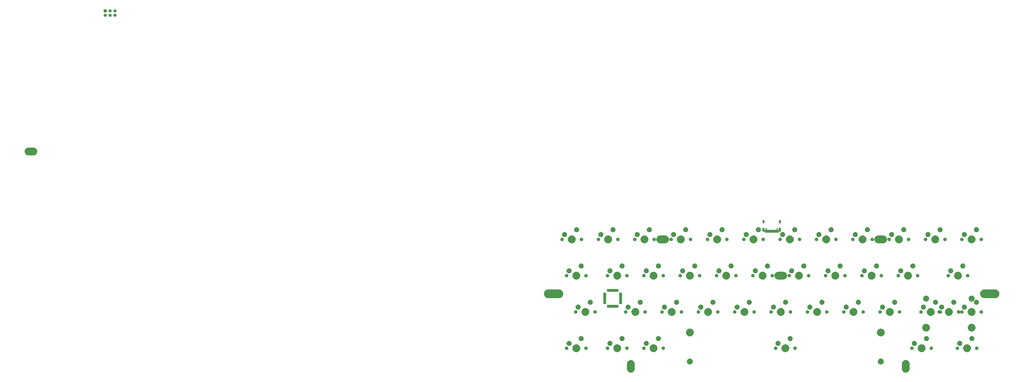
<source format=gbr>
G04 #@! TF.GenerationSoftware,KiCad,Pcbnew,5.1.4*
G04 #@! TF.CreationDate,2019-09-09T01:33:39-03:00*
G04 #@! TF.ProjectId,hammerhead,68616d6d-6572-4686-9561-642e6b696361,rev?*
G04 #@! TF.SameCoordinates,Original*
G04 #@! TF.FileFunction,Soldermask,Bot*
G04 #@! TF.FilePolarity,Negative*
%FSLAX46Y46*%
G04 Gerber Fmt 4.6, Leading zero omitted, Abs format (unit mm)*
G04 Created by KiCad (PCBNEW 5.1.4) date 2019-09-09 01:33:39*
%MOMM*%
%LPD*%
G04 APERTURE LIST*
%ADD10C,0.120000*%
%ADD11C,0.736600*%
%ADD12C,0.254000*%
G04 APERTURE END LIST*
D10*
X161639250Y-83820000D02*
G75*
G03X161639250Y-83820000I-508000J0D01*
G01*
X132270500Y-100330000D02*
G75*
G03X132270500Y-100330000I-508000J0D01*
G01*
D11*
X306768500Y-102870000D02*
G75*
G03X306768500Y-102870000I-381000J0D01*
G01*
D10*
X209264250Y-102870000D02*
G75*
G03X209264250Y-102870000I-508000J0D01*
G01*
X190214250Y-102870000D02*
G75*
G03X190214250Y-102870000I-508000J0D01*
G01*
X327533000Y-81280000D02*
G75*
G03X327533000Y-81280000I-508000J0D01*
G01*
D11*
X121031000Y-83820000D02*
G75*
G03X121031000Y-83820000I-381000J0D01*
G01*
X325818500Y-121920000D02*
G75*
G03X325818500Y-121920000I-381000J0D01*
G01*
X121031000Y-121920000D02*
G75*
G03X121031000Y-121920000I-381000J0D01*
G01*
X302006000Y-121920000D02*
G75*
G03X302006000Y-121920000I-381000J0D01*
G01*
D10*
X161639250Y-121920000D02*
G75*
G03X161639250Y-121920000I-508000J0D01*
G01*
X142589250Y-121920000D02*
G75*
G03X142589250Y-121920000I-508000J0D01*
G01*
X328326750Y-102870000D02*
G75*
G03X328326750Y-102870000I-508000J0D01*
G01*
X285464250Y-102870000D02*
G75*
G03X285464250Y-102870000I-508000J0D01*
G01*
X266414250Y-102870000D02*
G75*
G03X266414250Y-102870000I-508000J0D01*
G01*
X247364250Y-102870000D02*
G75*
G03X247364250Y-102870000I-508000J0D01*
G01*
X228314250Y-102870000D02*
G75*
G03X228314250Y-102870000I-508000J0D01*
G01*
X171164250Y-102870000D02*
G75*
G03X171164250Y-102870000I-508000J0D01*
G01*
X152114250Y-102870000D02*
G75*
G03X152114250Y-102870000I-508000J0D01*
G01*
X294989250Y-83820000D02*
G75*
G03X294989250Y-83820000I-508000J0D01*
G01*
X275939250Y-83820000D02*
G75*
G03X275939250Y-83820000I-508000J0D01*
G01*
X256889250Y-83820000D02*
G75*
G03X256889250Y-83820000I-508000J0D01*
G01*
X237839250Y-83820000D02*
G75*
G03X237839250Y-83820000I-508000J0D01*
G01*
X218789250Y-83820000D02*
G75*
G03X218789250Y-83820000I-508000J0D01*
G01*
X199739250Y-83820000D02*
G75*
G03X199739250Y-83820000I-508000J0D01*
G01*
X180689250Y-83820000D02*
G75*
G03X180689250Y-83820000I-508000J0D01*
G01*
X142589250Y-83820000D02*
G75*
G03X142589250Y-83820000I-508000J0D01*
G01*
X328326750Y-64770000D02*
G75*
G03X328326750Y-64770000I-508000J0D01*
G01*
X309276750Y-64770000D02*
G75*
G03X309276750Y-64770000I-508000J0D01*
G01*
X290226750Y-64770000D02*
G75*
G03X290226750Y-64770000I-508000J0D01*
G01*
X271176750Y-64770000D02*
G75*
G03X271176750Y-64770000I-508000J0D01*
G01*
X252126750Y-64770000D02*
G75*
G03X252126750Y-64770000I-508000J0D01*
G01*
X233076750Y-64770000D02*
G75*
G03X233076750Y-64770000I-508000J0D01*
G01*
X214026750Y-64770000D02*
G75*
G03X214026750Y-64770000I-508000J0D01*
G01*
X194976750Y-64770000D02*
G75*
G03X194976750Y-64770000I-508000J0D01*
G01*
X175926750Y-64770000D02*
G75*
G03X175926750Y-64770000I-508000J0D01*
G01*
X156876750Y-64770000D02*
G75*
G03X156876750Y-64770000I-508000J0D01*
G01*
X137826750Y-64770000D02*
G75*
G03X137826750Y-64770000I-508000J0D01*
G01*
X118776750Y-64770000D02*
G75*
G03X118776750Y-64770000I-508000J0D01*
G01*
D12*
G36*
X153437065Y-130713677D02*
G01*
X153723085Y-130800440D01*
X153823684Y-130830956D01*
X154179983Y-131021402D01*
X154179986Y-131021404D01*
X154179987Y-131021405D01*
X154492293Y-131277707D01*
X154748595Y-131590013D01*
X154748598Y-131590017D01*
X154939044Y-131946316D01*
X154939045Y-131946319D01*
X155056323Y-132332934D01*
X155086000Y-132634250D01*
X155086000Y-135335750D01*
X155056323Y-135637066D01*
X154939045Y-136023681D01*
X154939044Y-136023684D01*
X154748598Y-136379983D01*
X154748596Y-136379986D01*
X154748595Y-136379987D01*
X154492293Y-136692293D01*
X154179987Y-136948595D01*
X154179983Y-136948598D01*
X153823684Y-137139044D01*
X153823681Y-137139045D01*
X153437066Y-137256323D01*
X153035000Y-137295923D01*
X152632935Y-137256323D01*
X152246320Y-137139045D01*
X152246317Y-137139044D01*
X151890018Y-136948598D01*
X151890014Y-136948595D01*
X151577708Y-136692293D01*
X151321406Y-136379987D01*
X151321405Y-136379986D01*
X151321403Y-136379983D01*
X151130957Y-136023684D01*
X151013677Y-135637064D01*
X150984000Y-135335751D01*
X150984000Y-132634250D01*
X151013677Y-132332937D01*
X151013677Y-132332935D01*
X151130955Y-131946320D01*
X151130956Y-131946316D01*
X151321402Y-131590017D01*
X151321405Y-131590013D01*
X151577707Y-131277707D01*
X151890013Y-131021405D01*
X151890014Y-131021404D01*
X151890017Y-131021402D01*
X152246316Y-130830956D01*
X152246319Y-130830955D01*
X152632934Y-130713677D01*
X153035000Y-130674077D01*
X153437065Y-130713677D01*
X153437065Y-130713677D01*
G37*
G36*
X297502690Y-130713677D02*
G01*
X297788710Y-130800440D01*
X297889309Y-130830956D01*
X298245608Y-131021402D01*
X298245611Y-131021404D01*
X298245612Y-131021405D01*
X298557918Y-131277707D01*
X298814220Y-131590013D01*
X298814223Y-131590017D01*
X299004669Y-131946316D01*
X299004670Y-131946319D01*
X299121948Y-132332934D01*
X299151625Y-132634250D01*
X299151625Y-135335750D01*
X299121948Y-135637066D01*
X299004670Y-136023681D01*
X299004669Y-136023684D01*
X298814223Y-136379983D01*
X298814221Y-136379986D01*
X298814220Y-136379987D01*
X298557918Y-136692293D01*
X298245612Y-136948595D01*
X298245608Y-136948598D01*
X297889309Y-137139044D01*
X297889306Y-137139045D01*
X297502691Y-137256323D01*
X297100625Y-137295923D01*
X296698560Y-137256323D01*
X296311945Y-137139045D01*
X296311942Y-137139044D01*
X295955643Y-136948598D01*
X295955639Y-136948595D01*
X295643333Y-136692293D01*
X295387031Y-136379987D01*
X295387030Y-136379986D01*
X295387028Y-136379983D01*
X295196582Y-136023684D01*
X295079302Y-135637064D01*
X295049625Y-135335751D01*
X295049625Y-132634250D01*
X295079302Y-132332937D01*
X295079302Y-132332935D01*
X295196580Y-131946320D01*
X295196581Y-131946316D01*
X295387027Y-131590017D01*
X295387030Y-131590013D01*
X295643332Y-131277707D01*
X295955638Y-131021405D01*
X295955639Y-131021404D01*
X295955642Y-131021402D01*
X296311941Y-130830956D01*
X296311944Y-130830955D01*
X296698559Y-130713677D01*
X297100625Y-130674077D01*
X297502690Y-130713677D01*
X297502690Y-130713677D01*
G37*
G36*
X184418911Y-129930526D02*
G01*
X184537637Y-129979704D01*
X184705541Y-130049252D01*
X184705542Y-130049253D01*
X184963504Y-130221617D01*
X185182883Y-130440996D01*
X185298053Y-130613361D01*
X185355248Y-130698959D01*
X185361344Y-130713677D01*
X185473974Y-130985589D01*
X185481098Y-131021405D01*
X185532080Y-131277707D01*
X185534500Y-131289876D01*
X185534500Y-131600124D01*
X185473974Y-131904411D01*
X185424796Y-132023137D01*
X185355248Y-132191041D01*
X185355247Y-132191042D01*
X185182883Y-132449004D01*
X184963504Y-132668383D01*
X184791139Y-132783553D01*
X184705541Y-132840748D01*
X184537637Y-132910296D01*
X184418911Y-132959474D01*
X184266767Y-132989737D01*
X184114625Y-133020000D01*
X183804375Y-133020000D01*
X183652233Y-132989737D01*
X183500089Y-132959474D01*
X183381363Y-132910296D01*
X183213459Y-132840748D01*
X183127861Y-132783553D01*
X182955496Y-132668383D01*
X182736117Y-132449004D01*
X182563753Y-132191042D01*
X182563752Y-132191041D01*
X182494204Y-132023137D01*
X182445026Y-131904411D01*
X182384500Y-131600124D01*
X182384500Y-131289876D01*
X182386921Y-131277707D01*
X182437902Y-131021405D01*
X182445026Y-130985589D01*
X182557656Y-130713677D01*
X182563752Y-130698959D01*
X182620947Y-130613361D01*
X182736117Y-130440996D01*
X182955496Y-130221617D01*
X183213458Y-130049253D01*
X183213459Y-130049252D01*
X183381363Y-129979704D01*
X183500089Y-129930526D01*
X183804375Y-129870000D01*
X184114625Y-129870000D01*
X184418911Y-129930526D01*
X184418911Y-129930526D01*
G37*
G36*
X284494911Y-129930526D02*
G01*
X284613637Y-129979704D01*
X284781541Y-130049252D01*
X284781542Y-130049253D01*
X285039504Y-130221617D01*
X285258883Y-130440996D01*
X285374053Y-130613361D01*
X285431248Y-130698959D01*
X285437344Y-130713677D01*
X285549974Y-130985589D01*
X285557098Y-131021405D01*
X285608080Y-131277707D01*
X285610500Y-131289876D01*
X285610500Y-131600124D01*
X285549974Y-131904411D01*
X285500796Y-132023137D01*
X285431248Y-132191041D01*
X285431247Y-132191042D01*
X285258883Y-132449004D01*
X285039504Y-132668383D01*
X284867139Y-132783553D01*
X284781541Y-132840748D01*
X284613637Y-132910296D01*
X284494911Y-132959474D01*
X284342767Y-132989737D01*
X284190625Y-133020000D01*
X283880375Y-133020000D01*
X283728233Y-132989737D01*
X283576089Y-132959474D01*
X283457363Y-132910296D01*
X283289459Y-132840748D01*
X283203861Y-132783553D01*
X283031496Y-132668383D01*
X282812117Y-132449004D01*
X282639753Y-132191042D01*
X282639752Y-132191041D01*
X282570204Y-132023137D01*
X282521026Y-131904411D01*
X282460500Y-131600124D01*
X282460500Y-131289876D01*
X282462921Y-131277707D01*
X282513902Y-131021405D01*
X282521026Y-130985589D01*
X282633656Y-130713677D01*
X282639752Y-130698959D01*
X282696947Y-130613361D01*
X282812117Y-130440996D01*
X283031496Y-130221617D01*
X283289458Y-130049253D01*
X283289459Y-130049252D01*
X283457363Y-129979704D01*
X283576089Y-129930526D01*
X283880375Y-129870000D01*
X284190625Y-129870000D01*
X284494911Y-129930526D01*
X284494911Y-129930526D01*
G37*
G36*
X306031474Y-122493684D02*
G01*
X306157119Y-122545728D01*
X306403623Y-122647833D01*
X306738548Y-122871623D01*
X307023377Y-123156452D01*
X307247167Y-123491377D01*
X307311017Y-123645526D01*
X307401316Y-123863526D01*
X307479900Y-124258594D01*
X307479900Y-124661406D01*
X307401316Y-125056474D01*
X307317322Y-125259253D01*
X307247167Y-125428623D01*
X307023377Y-125763548D01*
X306738548Y-126048377D01*
X306403623Y-126272167D01*
X306249474Y-126336017D01*
X306031474Y-126426316D01*
X305636406Y-126504900D01*
X305233594Y-126504900D01*
X304838526Y-126426316D01*
X304620526Y-126336017D01*
X304466377Y-126272167D01*
X304131452Y-126048377D01*
X303846623Y-125763548D01*
X303622833Y-125428623D01*
X303552678Y-125259253D01*
X303468684Y-125056474D01*
X303390100Y-124661406D01*
X303390100Y-124258594D01*
X303468684Y-123863526D01*
X303558983Y-123645526D01*
X303622833Y-123491377D01*
X303846623Y-123156452D01*
X304131452Y-122871623D01*
X304466377Y-122647833D01*
X304712881Y-122545728D01*
X304838526Y-122493684D01*
X305233594Y-122415100D01*
X305636406Y-122415100D01*
X306031474Y-122493684D01*
X306031474Y-122493684D01*
G37*
G36*
X146487724Y-122493684D02*
G01*
X146613369Y-122545728D01*
X146859873Y-122647833D01*
X147194798Y-122871623D01*
X147479627Y-123156452D01*
X147703417Y-123491377D01*
X147767267Y-123645526D01*
X147857566Y-123863526D01*
X147936150Y-124258594D01*
X147936150Y-124661406D01*
X147857566Y-125056474D01*
X147773572Y-125259253D01*
X147703417Y-125428623D01*
X147479627Y-125763548D01*
X147194798Y-126048377D01*
X146859873Y-126272167D01*
X146705724Y-126336017D01*
X146487724Y-126426316D01*
X146092656Y-126504900D01*
X145689844Y-126504900D01*
X145294776Y-126426316D01*
X145076776Y-126336017D01*
X144922627Y-126272167D01*
X144587702Y-126048377D01*
X144302873Y-125763548D01*
X144079083Y-125428623D01*
X144008928Y-125259253D01*
X143924934Y-125056474D01*
X143846350Y-124661406D01*
X143846350Y-124258594D01*
X143924934Y-123863526D01*
X144015233Y-123645526D01*
X144079083Y-123491377D01*
X144302873Y-123156452D01*
X144587702Y-122871623D01*
X144922627Y-122647833D01*
X145169131Y-122545728D01*
X145294776Y-122493684D01*
X145689844Y-122415100D01*
X146092656Y-122415100D01*
X146487724Y-122493684D01*
X146487724Y-122493684D01*
G37*
G36*
X165537724Y-122493684D02*
G01*
X165663369Y-122545728D01*
X165909873Y-122647833D01*
X166244798Y-122871623D01*
X166529627Y-123156452D01*
X166753417Y-123491377D01*
X166817267Y-123645526D01*
X166907566Y-123863526D01*
X166986150Y-124258594D01*
X166986150Y-124661406D01*
X166907566Y-125056474D01*
X166823572Y-125259253D01*
X166753417Y-125428623D01*
X166529627Y-125763548D01*
X166244798Y-126048377D01*
X165909873Y-126272167D01*
X165755724Y-126336017D01*
X165537724Y-126426316D01*
X165142656Y-126504900D01*
X164739844Y-126504900D01*
X164344776Y-126426316D01*
X164126776Y-126336017D01*
X163972627Y-126272167D01*
X163637702Y-126048377D01*
X163352873Y-125763548D01*
X163129083Y-125428623D01*
X163058928Y-125259253D01*
X162974934Y-125056474D01*
X162896350Y-124661406D01*
X162896350Y-124258594D01*
X162974934Y-123863526D01*
X163065233Y-123645526D01*
X163129083Y-123491377D01*
X163352873Y-123156452D01*
X163637702Y-122871623D01*
X163972627Y-122647833D01*
X164219131Y-122545728D01*
X164344776Y-122493684D01*
X164739844Y-122415100D01*
X165142656Y-122415100D01*
X165537724Y-122493684D01*
X165537724Y-122493684D01*
G37*
G36*
X125056474Y-122493684D02*
G01*
X125182119Y-122545728D01*
X125428623Y-122647833D01*
X125763548Y-122871623D01*
X126048377Y-123156452D01*
X126272167Y-123491377D01*
X126336017Y-123645526D01*
X126426316Y-123863526D01*
X126504900Y-124258594D01*
X126504900Y-124661406D01*
X126426316Y-125056474D01*
X126342322Y-125259253D01*
X126272167Y-125428623D01*
X126048377Y-125763548D01*
X125763548Y-126048377D01*
X125428623Y-126272167D01*
X125274474Y-126336017D01*
X125056474Y-126426316D01*
X124661406Y-126504900D01*
X124258594Y-126504900D01*
X123863526Y-126426316D01*
X123645526Y-126336017D01*
X123491377Y-126272167D01*
X123156452Y-126048377D01*
X122871623Y-125763548D01*
X122647833Y-125428623D01*
X122577678Y-125259253D01*
X122493684Y-125056474D01*
X122415100Y-124661406D01*
X122415100Y-124258594D01*
X122493684Y-123863526D01*
X122583983Y-123645526D01*
X122647833Y-123491377D01*
X122871623Y-123156452D01*
X123156452Y-122871623D01*
X123491377Y-122647833D01*
X123737881Y-122545728D01*
X123863526Y-122493684D01*
X124258594Y-122415100D01*
X124661406Y-122415100D01*
X125056474Y-122493684D01*
X125056474Y-122493684D01*
G37*
G36*
X329843974Y-122493684D02*
G01*
X329969619Y-122545728D01*
X330216123Y-122647833D01*
X330551048Y-122871623D01*
X330835877Y-123156452D01*
X331059667Y-123491377D01*
X331123517Y-123645526D01*
X331213816Y-123863526D01*
X331292400Y-124258594D01*
X331292400Y-124661406D01*
X331213816Y-125056474D01*
X331129822Y-125259253D01*
X331059667Y-125428623D01*
X330835877Y-125763548D01*
X330551048Y-126048377D01*
X330216123Y-126272167D01*
X330061974Y-126336017D01*
X329843974Y-126426316D01*
X329448906Y-126504900D01*
X329046094Y-126504900D01*
X328651026Y-126426316D01*
X328433026Y-126336017D01*
X328278877Y-126272167D01*
X327943952Y-126048377D01*
X327659123Y-125763548D01*
X327435333Y-125428623D01*
X327365178Y-125259253D01*
X327281184Y-125056474D01*
X327202600Y-124661406D01*
X327202600Y-124258594D01*
X327281184Y-123863526D01*
X327371483Y-123645526D01*
X327435333Y-123491377D01*
X327659123Y-123156452D01*
X327943952Y-122871623D01*
X328278877Y-122647833D01*
X328525381Y-122545728D01*
X328651026Y-122493684D01*
X329046094Y-122415100D01*
X329448906Y-122415100D01*
X329843974Y-122493684D01*
X329843974Y-122493684D01*
G37*
G36*
X234593974Y-122493684D02*
G01*
X234719619Y-122545728D01*
X234966123Y-122647833D01*
X235301048Y-122871623D01*
X235585877Y-123156452D01*
X235809667Y-123491377D01*
X235873517Y-123645526D01*
X235963816Y-123863526D01*
X236042400Y-124258594D01*
X236042400Y-124661406D01*
X235963816Y-125056474D01*
X235879822Y-125259253D01*
X235809667Y-125428623D01*
X235585877Y-125763548D01*
X235301048Y-126048377D01*
X234966123Y-126272167D01*
X234811974Y-126336017D01*
X234593974Y-126426316D01*
X234198906Y-126504900D01*
X233796094Y-126504900D01*
X233401026Y-126426316D01*
X233183026Y-126336017D01*
X233028877Y-126272167D01*
X232693952Y-126048377D01*
X232409123Y-125763548D01*
X232185333Y-125428623D01*
X232115178Y-125259253D01*
X232031184Y-125056474D01*
X231952600Y-124661406D01*
X231952600Y-124258594D01*
X232031184Y-123863526D01*
X232121483Y-123645526D01*
X232185333Y-123491377D01*
X232409123Y-123156452D01*
X232693952Y-122871623D01*
X233028877Y-122647833D01*
X233275381Y-122545728D01*
X233401026Y-122493684D01*
X233796094Y-122415100D01*
X234198906Y-122415100D01*
X234593974Y-122493684D01*
X234593974Y-122493684D01*
G37*
G36*
X239253452Y-123575429D02*
G01*
X239340575Y-123592759D01*
X239449998Y-123638084D01*
X239504711Y-123660747D01*
X239651433Y-123758783D01*
X239652428Y-123759448D01*
X239778052Y-123885072D01*
X239778054Y-123885075D01*
X239876753Y-124032789D01*
X239876753Y-124032790D01*
X239944741Y-124196925D01*
X239979400Y-124371171D01*
X239979400Y-124548829D01*
X239944741Y-124723075D01*
X239899416Y-124832498D01*
X239876753Y-124887211D01*
X239778717Y-125033933D01*
X239778052Y-125034928D01*
X239652428Y-125160552D01*
X239652425Y-125160554D01*
X239504711Y-125259253D01*
X239449998Y-125281916D01*
X239340575Y-125327241D01*
X239253452Y-125344571D01*
X239166331Y-125361900D01*
X238988669Y-125361900D01*
X238901548Y-125344571D01*
X238814425Y-125327241D01*
X238705002Y-125281916D01*
X238650289Y-125259253D01*
X238502575Y-125160554D01*
X238502572Y-125160552D01*
X238376948Y-125034928D01*
X238376283Y-125033933D01*
X238278247Y-124887211D01*
X238255584Y-124832498D01*
X238210259Y-124723075D01*
X238175600Y-124548829D01*
X238175600Y-124371171D01*
X238210259Y-124196925D01*
X238278247Y-124032790D01*
X238278247Y-124032789D01*
X238376946Y-123885075D01*
X238376948Y-123885072D01*
X238502572Y-123759448D01*
X238503567Y-123758783D01*
X238650289Y-123660747D01*
X238705002Y-123638084D01*
X238814425Y-123592759D01*
X238901548Y-123575429D01*
X238988669Y-123558100D01*
X239166331Y-123558100D01*
X239253452Y-123575429D01*
X239253452Y-123575429D01*
G37*
G36*
X140987202Y-123575429D02*
G01*
X141074325Y-123592759D01*
X141183748Y-123638084D01*
X141238461Y-123660747D01*
X141385183Y-123758783D01*
X141386178Y-123759448D01*
X141511802Y-123885072D01*
X141511804Y-123885075D01*
X141610503Y-124032789D01*
X141610503Y-124032790D01*
X141678491Y-124196925D01*
X141713150Y-124371171D01*
X141713150Y-124548829D01*
X141678491Y-124723075D01*
X141633166Y-124832498D01*
X141610503Y-124887211D01*
X141512467Y-125033933D01*
X141511802Y-125034928D01*
X141386178Y-125160552D01*
X141386175Y-125160554D01*
X141238461Y-125259253D01*
X141183748Y-125281916D01*
X141074325Y-125327241D01*
X140987202Y-125344571D01*
X140900081Y-125361900D01*
X140722419Y-125361900D01*
X140635298Y-125344571D01*
X140548175Y-125327241D01*
X140438752Y-125281916D01*
X140384039Y-125259253D01*
X140236325Y-125160554D01*
X140236322Y-125160552D01*
X140110698Y-125034928D01*
X140110033Y-125033933D01*
X140011997Y-124887211D01*
X139989334Y-124832498D01*
X139944009Y-124723075D01*
X139909350Y-124548829D01*
X139909350Y-124371171D01*
X139944009Y-124196925D01*
X140011997Y-124032790D01*
X140011997Y-124032789D01*
X140110696Y-123885075D01*
X140110698Y-123885072D01*
X140236322Y-123759448D01*
X140237317Y-123758783D01*
X140384039Y-123660747D01*
X140438752Y-123638084D01*
X140548175Y-123592759D01*
X140635298Y-123575429D01*
X140722419Y-123558100D01*
X140900081Y-123558100D01*
X140987202Y-123575429D01*
X140987202Y-123575429D01*
G37*
G36*
X151147202Y-123575429D02*
G01*
X151234325Y-123592759D01*
X151343748Y-123638084D01*
X151398461Y-123660747D01*
X151545183Y-123758783D01*
X151546178Y-123759448D01*
X151671802Y-123885072D01*
X151671804Y-123885075D01*
X151770503Y-124032789D01*
X151770503Y-124032790D01*
X151838491Y-124196925D01*
X151873150Y-124371171D01*
X151873150Y-124548829D01*
X151838491Y-124723075D01*
X151793166Y-124832498D01*
X151770503Y-124887211D01*
X151672467Y-125033933D01*
X151671802Y-125034928D01*
X151546178Y-125160552D01*
X151546175Y-125160554D01*
X151398461Y-125259253D01*
X151343748Y-125281916D01*
X151234325Y-125327241D01*
X151147202Y-125344571D01*
X151060081Y-125361900D01*
X150882419Y-125361900D01*
X150795298Y-125344571D01*
X150708175Y-125327241D01*
X150598752Y-125281916D01*
X150544039Y-125259253D01*
X150396325Y-125160554D01*
X150396322Y-125160552D01*
X150270698Y-125034928D01*
X150270033Y-125033933D01*
X150171997Y-124887211D01*
X150149334Y-124832498D01*
X150104009Y-124723075D01*
X150069350Y-124548829D01*
X150069350Y-124371171D01*
X150104009Y-124196925D01*
X150171997Y-124032790D01*
X150171997Y-124032789D01*
X150270696Y-123885075D01*
X150270698Y-123885072D01*
X150396322Y-123759448D01*
X150397317Y-123758783D01*
X150544039Y-123660747D01*
X150598752Y-123638084D01*
X150708175Y-123592759D01*
X150795298Y-123575429D01*
X150882419Y-123558100D01*
X151060081Y-123558100D01*
X151147202Y-123575429D01*
X151147202Y-123575429D01*
G37*
G36*
X324343452Y-123575429D02*
G01*
X324430575Y-123592759D01*
X324539998Y-123638084D01*
X324594711Y-123660747D01*
X324741433Y-123758783D01*
X324742428Y-123759448D01*
X324868052Y-123885072D01*
X324868054Y-123885075D01*
X324966753Y-124032789D01*
X324966753Y-124032790D01*
X325034741Y-124196925D01*
X325069400Y-124371171D01*
X325069400Y-124548829D01*
X325034741Y-124723075D01*
X324989416Y-124832498D01*
X324966753Y-124887211D01*
X324868717Y-125033933D01*
X324868052Y-125034928D01*
X324742428Y-125160552D01*
X324742425Y-125160554D01*
X324594711Y-125259253D01*
X324539998Y-125281916D01*
X324430575Y-125327241D01*
X324343452Y-125344571D01*
X324256331Y-125361900D01*
X324078669Y-125361900D01*
X323991548Y-125344571D01*
X323904425Y-125327241D01*
X323795002Y-125281916D01*
X323740289Y-125259253D01*
X323592575Y-125160554D01*
X323592572Y-125160552D01*
X323466948Y-125034928D01*
X323466283Y-125033933D01*
X323368247Y-124887211D01*
X323345584Y-124832498D01*
X323300259Y-124723075D01*
X323265600Y-124548829D01*
X323265600Y-124371171D01*
X323300259Y-124196925D01*
X323368247Y-124032790D01*
X323368247Y-124032789D01*
X323466946Y-123885075D01*
X323466948Y-123885072D01*
X323592572Y-123759448D01*
X323593567Y-123758783D01*
X323740289Y-123660747D01*
X323795002Y-123638084D01*
X323904425Y-123592759D01*
X323991548Y-123575429D01*
X324078669Y-123558100D01*
X324256331Y-123558100D01*
X324343452Y-123575429D01*
X324343452Y-123575429D01*
G37*
G36*
X129715952Y-123575429D02*
G01*
X129803075Y-123592759D01*
X129912498Y-123638084D01*
X129967211Y-123660747D01*
X130113933Y-123758783D01*
X130114928Y-123759448D01*
X130240552Y-123885072D01*
X130240554Y-123885075D01*
X130339253Y-124032789D01*
X130339253Y-124032790D01*
X130407241Y-124196925D01*
X130441900Y-124371171D01*
X130441900Y-124548829D01*
X130407241Y-124723075D01*
X130361916Y-124832498D01*
X130339253Y-124887211D01*
X130241217Y-125033933D01*
X130240552Y-125034928D01*
X130114928Y-125160552D01*
X130114925Y-125160554D01*
X129967211Y-125259253D01*
X129912498Y-125281916D01*
X129803075Y-125327241D01*
X129715952Y-125344571D01*
X129628831Y-125361900D01*
X129451169Y-125361900D01*
X129364048Y-125344571D01*
X129276925Y-125327241D01*
X129167502Y-125281916D01*
X129112789Y-125259253D01*
X128965075Y-125160554D01*
X128965072Y-125160552D01*
X128839448Y-125034928D01*
X128838783Y-125033933D01*
X128740747Y-124887211D01*
X128718084Y-124832498D01*
X128672759Y-124723075D01*
X128638100Y-124548829D01*
X128638100Y-124371171D01*
X128672759Y-124196925D01*
X128740747Y-124032790D01*
X128740747Y-124032789D01*
X128839446Y-123885075D01*
X128839448Y-123885072D01*
X128965072Y-123759448D01*
X128966067Y-123758783D01*
X129112789Y-123660747D01*
X129167502Y-123638084D01*
X129276925Y-123592759D01*
X129364048Y-123575429D01*
X129451169Y-123558100D01*
X129628831Y-123558100D01*
X129715952Y-123575429D01*
X129715952Y-123575429D01*
G37*
G36*
X119555952Y-123575429D02*
G01*
X119643075Y-123592759D01*
X119752498Y-123638084D01*
X119807211Y-123660747D01*
X119953933Y-123758783D01*
X119954928Y-123759448D01*
X120080552Y-123885072D01*
X120080554Y-123885075D01*
X120179253Y-124032789D01*
X120179253Y-124032790D01*
X120247241Y-124196925D01*
X120281900Y-124371171D01*
X120281900Y-124548829D01*
X120247241Y-124723075D01*
X120201916Y-124832498D01*
X120179253Y-124887211D01*
X120081217Y-125033933D01*
X120080552Y-125034928D01*
X119954928Y-125160552D01*
X119954925Y-125160554D01*
X119807211Y-125259253D01*
X119752498Y-125281916D01*
X119643075Y-125327241D01*
X119555952Y-125344571D01*
X119468831Y-125361900D01*
X119291169Y-125361900D01*
X119204048Y-125344571D01*
X119116925Y-125327241D01*
X119007502Y-125281916D01*
X118952789Y-125259253D01*
X118805075Y-125160554D01*
X118805072Y-125160552D01*
X118679448Y-125034928D01*
X118678783Y-125033933D01*
X118580747Y-124887211D01*
X118558084Y-124832498D01*
X118512759Y-124723075D01*
X118478100Y-124548829D01*
X118478100Y-124371171D01*
X118512759Y-124196925D01*
X118580747Y-124032790D01*
X118580747Y-124032789D01*
X118679446Y-123885075D01*
X118679448Y-123885072D01*
X118805072Y-123759448D01*
X118806067Y-123758783D01*
X118952789Y-123660747D01*
X119007502Y-123638084D01*
X119116925Y-123592759D01*
X119204048Y-123575429D01*
X119291169Y-123558100D01*
X119468831Y-123558100D01*
X119555952Y-123575429D01*
X119555952Y-123575429D01*
G37*
G36*
X334503452Y-123575429D02*
G01*
X334590575Y-123592759D01*
X334699998Y-123638084D01*
X334754711Y-123660747D01*
X334901433Y-123758783D01*
X334902428Y-123759448D01*
X335028052Y-123885072D01*
X335028054Y-123885075D01*
X335126753Y-124032789D01*
X335126753Y-124032790D01*
X335194741Y-124196925D01*
X335229400Y-124371171D01*
X335229400Y-124548829D01*
X335194741Y-124723075D01*
X335149416Y-124832498D01*
X335126753Y-124887211D01*
X335028717Y-125033933D01*
X335028052Y-125034928D01*
X334902428Y-125160552D01*
X334902425Y-125160554D01*
X334754711Y-125259253D01*
X334699998Y-125281916D01*
X334590575Y-125327241D01*
X334503452Y-125344571D01*
X334416331Y-125361900D01*
X334238669Y-125361900D01*
X334151548Y-125344571D01*
X334064425Y-125327241D01*
X333955002Y-125281916D01*
X333900289Y-125259253D01*
X333752575Y-125160554D01*
X333752572Y-125160552D01*
X333626948Y-125034928D01*
X333626283Y-125033933D01*
X333528247Y-124887211D01*
X333505584Y-124832498D01*
X333460259Y-124723075D01*
X333425600Y-124548829D01*
X333425600Y-124371171D01*
X333460259Y-124196925D01*
X333528247Y-124032790D01*
X333528247Y-124032789D01*
X333626946Y-123885075D01*
X333626948Y-123885072D01*
X333752572Y-123759448D01*
X333753567Y-123758783D01*
X333900289Y-123660747D01*
X333955002Y-123638084D01*
X334064425Y-123592759D01*
X334151548Y-123575429D01*
X334238669Y-123558100D01*
X334416331Y-123558100D01*
X334503452Y-123575429D01*
X334503452Y-123575429D01*
G37*
G36*
X310690952Y-123575429D02*
G01*
X310778075Y-123592759D01*
X310887498Y-123638084D01*
X310942211Y-123660747D01*
X311088933Y-123758783D01*
X311089928Y-123759448D01*
X311215552Y-123885072D01*
X311215554Y-123885075D01*
X311314253Y-124032789D01*
X311314253Y-124032790D01*
X311382241Y-124196925D01*
X311416900Y-124371171D01*
X311416900Y-124548829D01*
X311382241Y-124723075D01*
X311336916Y-124832498D01*
X311314253Y-124887211D01*
X311216217Y-125033933D01*
X311215552Y-125034928D01*
X311089928Y-125160552D01*
X311089925Y-125160554D01*
X310942211Y-125259253D01*
X310887498Y-125281916D01*
X310778075Y-125327241D01*
X310690952Y-125344571D01*
X310603831Y-125361900D01*
X310426169Y-125361900D01*
X310339048Y-125344571D01*
X310251925Y-125327241D01*
X310142502Y-125281916D01*
X310087789Y-125259253D01*
X309940075Y-125160554D01*
X309940072Y-125160552D01*
X309814448Y-125034928D01*
X309813783Y-125033933D01*
X309715747Y-124887211D01*
X309693084Y-124832498D01*
X309647759Y-124723075D01*
X309613100Y-124548829D01*
X309613100Y-124371171D01*
X309647759Y-124196925D01*
X309715747Y-124032790D01*
X309715747Y-124032789D01*
X309814446Y-123885075D01*
X309814448Y-123885072D01*
X309940072Y-123759448D01*
X309941067Y-123758783D01*
X310087789Y-123660747D01*
X310142502Y-123638084D01*
X310251925Y-123592759D01*
X310339048Y-123575429D01*
X310426169Y-123558100D01*
X310603831Y-123558100D01*
X310690952Y-123575429D01*
X310690952Y-123575429D01*
G37*
G36*
X229093452Y-123575429D02*
G01*
X229180575Y-123592759D01*
X229289998Y-123638084D01*
X229344711Y-123660747D01*
X229491433Y-123758783D01*
X229492428Y-123759448D01*
X229618052Y-123885072D01*
X229618054Y-123885075D01*
X229716753Y-124032789D01*
X229716753Y-124032790D01*
X229784741Y-124196925D01*
X229819400Y-124371171D01*
X229819400Y-124548829D01*
X229784741Y-124723075D01*
X229739416Y-124832498D01*
X229716753Y-124887211D01*
X229618717Y-125033933D01*
X229618052Y-125034928D01*
X229492428Y-125160552D01*
X229492425Y-125160554D01*
X229344711Y-125259253D01*
X229289998Y-125281916D01*
X229180575Y-125327241D01*
X229093452Y-125344571D01*
X229006331Y-125361900D01*
X228828669Y-125361900D01*
X228741548Y-125344571D01*
X228654425Y-125327241D01*
X228545002Y-125281916D01*
X228490289Y-125259253D01*
X228342575Y-125160554D01*
X228342572Y-125160552D01*
X228216948Y-125034928D01*
X228216283Y-125033933D01*
X228118247Y-124887211D01*
X228095584Y-124832498D01*
X228050259Y-124723075D01*
X228015600Y-124548829D01*
X228015600Y-124371171D01*
X228050259Y-124196925D01*
X228118247Y-124032790D01*
X228118247Y-124032789D01*
X228216946Y-123885075D01*
X228216948Y-123885072D01*
X228342572Y-123759448D01*
X228343567Y-123758783D01*
X228490289Y-123660747D01*
X228545002Y-123638084D01*
X228654425Y-123592759D01*
X228741548Y-123575429D01*
X228828669Y-123558100D01*
X229006331Y-123558100D01*
X229093452Y-123575429D01*
X229093452Y-123575429D01*
G37*
G36*
X170197202Y-123575429D02*
G01*
X170284325Y-123592759D01*
X170393748Y-123638084D01*
X170448461Y-123660747D01*
X170595183Y-123758783D01*
X170596178Y-123759448D01*
X170721802Y-123885072D01*
X170721804Y-123885075D01*
X170820503Y-124032789D01*
X170820503Y-124032790D01*
X170888491Y-124196925D01*
X170923150Y-124371171D01*
X170923150Y-124548829D01*
X170888491Y-124723075D01*
X170843166Y-124832498D01*
X170820503Y-124887211D01*
X170722467Y-125033933D01*
X170721802Y-125034928D01*
X170596178Y-125160552D01*
X170596175Y-125160554D01*
X170448461Y-125259253D01*
X170393748Y-125281916D01*
X170284325Y-125327241D01*
X170197202Y-125344571D01*
X170110081Y-125361900D01*
X169932419Y-125361900D01*
X169845298Y-125344571D01*
X169758175Y-125327241D01*
X169648752Y-125281916D01*
X169594039Y-125259253D01*
X169446325Y-125160554D01*
X169446322Y-125160552D01*
X169320698Y-125034928D01*
X169320033Y-125033933D01*
X169221997Y-124887211D01*
X169199334Y-124832498D01*
X169154009Y-124723075D01*
X169119350Y-124548829D01*
X169119350Y-124371171D01*
X169154009Y-124196925D01*
X169221997Y-124032790D01*
X169221997Y-124032789D01*
X169320696Y-123885075D01*
X169320698Y-123885072D01*
X169446322Y-123759448D01*
X169447317Y-123758783D01*
X169594039Y-123660747D01*
X169648752Y-123638084D01*
X169758175Y-123592759D01*
X169845298Y-123575429D01*
X169932419Y-123558100D01*
X170110081Y-123558100D01*
X170197202Y-123575429D01*
X170197202Y-123575429D01*
G37*
G36*
X160037202Y-123575429D02*
G01*
X160124325Y-123592759D01*
X160233748Y-123638084D01*
X160288461Y-123660747D01*
X160435183Y-123758783D01*
X160436178Y-123759448D01*
X160561802Y-123885072D01*
X160561804Y-123885075D01*
X160660503Y-124032789D01*
X160660503Y-124032790D01*
X160728491Y-124196925D01*
X160763150Y-124371171D01*
X160763150Y-124548829D01*
X160728491Y-124723075D01*
X160683166Y-124832498D01*
X160660503Y-124887211D01*
X160562467Y-125033933D01*
X160561802Y-125034928D01*
X160436178Y-125160552D01*
X160436175Y-125160554D01*
X160288461Y-125259253D01*
X160233748Y-125281916D01*
X160124325Y-125327241D01*
X160037202Y-125344571D01*
X159950081Y-125361900D01*
X159772419Y-125361900D01*
X159685298Y-125344571D01*
X159598175Y-125327241D01*
X159488752Y-125281916D01*
X159434039Y-125259253D01*
X159286325Y-125160554D01*
X159286322Y-125160552D01*
X159160698Y-125034928D01*
X159160033Y-125033933D01*
X159061997Y-124887211D01*
X159039334Y-124832498D01*
X158994009Y-124723075D01*
X158959350Y-124548829D01*
X158959350Y-124371171D01*
X158994009Y-124196925D01*
X159061997Y-124032790D01*
X159061997Y-124032789D01*
X159160696Y-123885075D01*
X159160698Y-123885072D01*
X159286322Y-123759448D01*
X159287317Y-123758783D01*
X159434039Y-123660747D01*
X159488752Y-123638084D01*
X159598175Y-123592759D01*
X159685298Y-123575429D01*
X159772419Y-123558100D01*
X159950081Y-123558100D01*
X160037202Y-123575429D01*
X160037202Y-123575429D01*
G37*
G36*
X300530952Y-123575429D02*
G01*
X300618075Y-123592759D01*
X300727498Y-123638084D01*
X300782211Y-123660747D01*
X300928933Y-123758783D01*
X300929928Y-123759448D01*
X301055552Y-123885072D01*
X301055554Y-123885075D01*
X301154253Y-124032789D01*
X301154253Y-124032790D01*
X301222241Y-124196925D01*
X301256900Y-124371171D01*
X301256900Y-124548829D01*
X301222241Y-124723075D01*
X301176916Y-124832498D01*
X301154253Y-124887211D01*
X301056217Y-125033933D01*
X301055552Y-125034928D01*
X300929928Y-125160552D01*
X300929925Y-125160554D01*
X300782211Y-125259253D01*
X300727498Y-125281916D01*
X300618075Y-125327241D01*
X300530952Y-125344571D01*
X300443831Y-125361900D01*
X300266169Y-125361900D01*
X300179048Y-125344571D01*
X300091925Y-125327241D01*
X299982502Y-125281916D01*
X299927789Y-125259253D01*
X299780075Y-125160554D01*
X299780072Y-125160552D01*
X299654448Y-125034928D01*
X299653783Y-125033933D01*
X299555747Y-124887211D01*
X299533084Y-124832498D01*
X299487759Y-124723075D01*
X299453100Y-124548829D01*
X299453100Y-124371171D01*
X299487759Y-124196925D01*
X299555747Y-124032790D01*
X299555747Y-124032789D01*
X299654446Y-123885075D01*
X299654448Y-123885072D01*
X299780072Y-123759448D01*
X299781067Y-123758783D01*
X299927789Y-123660747D01*
X299982502Y-123638084D01*
X300091925Y-123592759D01*
X300179048Y-123575429D01*
X300266169Y-123558100D01*
X300443831Y-123558100D01*
X300530952Y-123575429D01*
X300530952Y-123575429D01*
G37*
G36*
X161388964Y-120624382D02*
G01*
X161516572Y-120649765D01*
X161657398Y-120708097D01*
X161756977Y-120749344D01*
X161756978Y-120749345D01*
X161973339Y-120893912D01*
X162157338Y-121077911D01*
X162253935Y-121222479D01*
X162301906Y-121294273D01*
X162343153Y-121393852D01*
X162401485Y-121534678D01*
X162452250Y-121789893D01*
X162452250Y-122050107D01*
X162401485Y-122305322D01*
X162356013Y-122415100D01*
X162301906Y-122545727D01*
X162301905Y-122545728D01*
X162157338Y-122762089D01*
X161973339Y-122946088D01*
X161828771Y-123042685D01*
X161756977Y-123090656D01*
X161657398Y-123131903D01*
X161516572Y-123190235D01*
X161388965Y-123215617D01*
X161261359Y-123241000D01*
X161001141Y-123241000D01*
X160873535Y-123215617D01*
X160745928Y-123190235D01*
X160605102Y-123131903D01*
X160505523Y-123090656D01*
X160433729Y-123042685D01*
X160289161Y-122946088D01*
X160105162Y-122762089D01*
X159960595Y-122545728D01*
X159960594Y-122545727D01*
X159906487Y-122415100D01*
X159861015Y-122305322D01*
X159810250Y-122050107D01*
X159810250Y-121789893D01*
X159861015Y-121534678D01*
X159919347Y-121393852D01*
X159960594Y-121294273D01*
X160008565Y-121222479D01*
X160105162Y-121077911D01*
X160289161Y-120893912D01*
X160505522Y-120749345D01*
X160505523Y-120749344D01*
X160605102Y-120708097D01*
X160745928Y-120649765D01*
X160873536Y-120624382D01*
X161001141Y-120599000D01*
X161261359Y-120599000D01*
X161388964Y-120624382D01*
X161388964Y-120624382D01*
G37*
G36*
X325695214Y-120624382D02*
G01*
X325822822Y-120649765D01*
X325963648Y-120708097D01*
X326063227Y-120749344D01*
X326063228Y-120749345D01*
X326279589Y-120893912D01*
X326463588Y-121077911D01*
X326560185Y-121222479D01*
X326608156Y-121294273D01*
X326649403Y-121393852D01*
X326707735Y-121534678D01*
X326758500Y-121789893D01*
X326758500Y-122050107D01*
X326707735Y-122305322D01*
X326662263Y-122415100D01*
X326608156Y-122545727D01*
X326608155Y-122545728D01*
X326463588Y-122762089D01*
X326279589Y-122946088D01*
X326135021Y-123042685D01*
X326063227Y-123090656D01*
X325963648Y-123131903D01*
X325822822Y-123190235D01*
X325695215Y-123215617D01*
X325567609Y-123241000D01*
X325307391Y-123241000D01*
X325179785Y-123215617D01*
X325052178Y-123190235D01*
X324911352Y-123131903D01*
X324811773Y-123090656D01*
X324739979Y-123042685D01*
X324595411Y-122946088D01*
X324411412Y-122762089D01*
X324266845Y-122545728D01*
X324266844Y-122545727D01*
X324212737Y-122415100D01*
X324167265Y-122305322D01*
X324116500Y-122050107D01*
X324116500Y-121789893D01*
X324167265Y-121534678D01*
X324225597Y-121393852D01*
X324266844Y-121294273D01*
X324314815Y-121222479D01*
X324411412Y-121077911D01*
X324595411Y-120893912D01*
X324811772Y-120749345D01*
X324811773Y-120749344D01*
X324911352Y-120708097D01*
X325052178Y-120649765D01*
X325179786Y-120624382D01*
X325307391Y-120599000D01*
X325567609Y-120599000D01*
X325695214Y-120624382D01*
X325695214Y-120624382D01*
G37*
G36*
X301882714Y-120624382D02*
G01*
X302010322Y-120649765D01*
X302151148Y-120708097D01*
X302250727Y-120749344D01*
X302250728Y-120749345D01*
X302467089Y-120893912D01*
X302651088Y-121077911D01*
X302747685Y-121222479D01*
X302795656Y-121294273D01*
X302836903Y-121393852D01*
X302895235Y-121534678D01*
X302946000Y-121789893D01*
X302946000Y-122050107D01*
X302895235Y-122305322D01*
X302849763Y-122415100D01*
X302795656Y-122545727D01*
X302795655Y-122545728D01*
X302651088Y-122762089D01*
X302467089Y-122946088D01*
X302322521Y-123042685D01*
X302250727Y-123090656D01*
X302151148Y-123131903D01*
X302010322Y-123190235D01*
X301882715Y-123215617D01*
X301755109Y-123241000D01*
X301494891Y-123241000D01*
X301367285Y-123215617D01*
X301239678Y-123190235D01*
X301098852Y-123131903D01*
X300999273Y-123090656D01*
X300927479Y-123042685D01*
X300782911Y-122946088D01*
X300598912Y-122762089D01*
X300454345Y-122545728D01*
X300454344Y-122545727D01*
X300400237Y-122415100D01*
X300354765Y-122305322D01*
X300304000Y-122050107D01*
X300304000Y-121789893D01*
X300354765Y-121534678D01*
X300413097Y-121393852D01*
X300454344Y-121294273D01*
X300502315Y-121222479D01*
X300598912Y-121077911D01*
X300782911Y-120893912D01*
X300999272Y-120749345D01*
X300999273Y-120749344D01*
X301098852Y-120708097D01*
X301239678Y-120649765D01*
X301367286Y-120624382D01*
X301494891Y-120599000D01*
X301755109Y-120599000D01*
X301882714Y-120624382D01*
X301882714Y-120624382D01*
G37*
G36*
X142338964Y-120624382D02*
G01*
X142466572Y-120649765D01*
X142607398Y-120708097D01*
X142706977Y-120749344D01*
X142706978Y-120749345D01*
X142923339Y-120893912D01*
X143107338Y-121077911D01*
X143203935Y-121222479D01*
X143251906Y-121294273D01*
X143293153Y-121393852D01*
X143351485Y-121534678D01*
X143402250Y-121789893D01*
X143402250Y-122050107D01*
X143351485Y-122305322D01*
X143306013Y-122415100D01*
X143251906Y-122545727D01*
X143251905Y-122545728D01*
X143107338Y-122762089D01*
X142923339Y-122946088D01*
X142778771Y-123042685D01*
X142706977Y-123090656D01*
X142607398Y-123131903D01*
X142466572Y-123190235D01*
X142338965Y-123215617D01*
X142211359Y-123241000D01*
X141951141Y-123241000D01*
X141823535Y-123215617D01*
X141695928Y-123190235D01*
X141555102Y-123131903D01*
X141455523Y-123090656D01*
X141383729Y-123042685D01*
X141239161Y-122946088D01*
X141055162Y-122762089D01*
X140910595Y-122545728D01*
X140910594Y-122545727D01*
X140856487Y-122415100D01*
X140811015Y-122305322D01*
X140760250Y-122050107D01*
X140760250Y-121789893D01*
X140811015Y-121534678D01*
X140869347Y-121393852D01*
X140910594Y-121294273D01*
X140958565Y-121222479D01*
X141055162Y-121077911D01*
X141239161Y-120893912D01*
X141455522Y-120749345D01*
X141455523Y-120749344D01*
X141555102Y-120708097D01*
X141695928Y-120649765D01*
X141823536Y-120624382D01*
X141951141Y-120599000D01*
X142211359Y-120599000D01*
X142338964Y-120624382D01*
X142338964Y-120624382D01*
G37*
G36*
X120907714Y-120624382D02*
G01*
X121035322Y-120649765D01*
X121176148Y-120708097D01*
X121275727Y-120749344D01*
X121275728Y-120749345D01*
X121492089Y-120893912D01*
X121676088Y-121077911D01*
X121772685Y-121222479D01*
X121820656Y-121294273D01*
X121861903Y-121393852D01*
X121920235Y-121534678D01*
X121971000Y-121789893D01*
X121971000Y-122050107D01*
X121920235Y-122305322D01*
X121874763Y-122415100D01*
X121820656Y-122545727D01*
X121820655Y-122545728D01*
X121676088Y-122762089D01*
X121492089Y-122946088D01*
X121347521Y-123042685D01*
X121275727Y-123090656D01*
X121176148Y-123131903D01*
X121035322Y-123190235D01*
X120907715Y-123215617D01*
X120780109Y-123241000D01*
X120519891Y-123241000D01*
X120392285Y-123215617D01*
X120264678Y-123190235D01*
X120123852Y-123131903D01*
X120024273Y-123090656D01*
X119952479Y-123042685D01*
X119807911Y-122946088D01*
X119623912Y-122762089D01*
X119479345Y-122545728D01*
X119479344Y-122545727D01*
X119425237Y-122415100D01*
X119379765Y-122305322D01*
X119329000Y-122050107D01*
X119329000Y-121789893D01*
X119379765Y-121534678D01*
X119438097Y-121393852D01*
X119479344Y-121294273D01*
X119527315Y-121222479D01*
X119623912Y-121077911D01*
X119807911Y-120893912D01*
X120024272Y-120749345D01*
X120024273Y-120749344D01*
X120123852Y-120708097D01*
X120264678Y-120649765D01*
X120392286Y-120624382D01*
X120519891Y-120599000D01*
X120780109Y-120599000D01*
X120907714Y-120624382D01*
X120907714Y-120624382D01*
G37*
G36*
X230445214Y-120624382D02*
G01*
X230572822Y-120649765D01*
X230713648Y-120708097D01*
X230813227Y-120749344D01*
X230813228Y-120749345D01*
X231029589Y-120893912D01*
X231213588Y-121077911D01*
X231310185Y-121222479D01*
X231358156Y-121294273D01*
X231399403Y-121393852D01*
X231457735Y-121534678D01*
X231508500Y-121789893D01*
X231508500Y-122050107D01*
X231457735Y-122305322D01*
X231412263Y-122415100D01*
X231358156Y-122545727D01*
X231358155Y-122545728D01*
X231213588Y-122762089D01*
X231029589Y-122946088D01*
X230885021Y-123042685D01*
X230813227Y-123090656D01*
X230713648Y-123131903D01*
X230572822Y-123190235D01*
X230445215Y-123215617D01*
X230317609Y-123241000D01*
X230057391Y-123241000D01*
X229929785Y-123215617D01*
X229802178Y-123190235D01*
X229661352Y-123131903D01*
X229561773Y-123090656D01*
X229489979Y-123042685D01*
X229345411Y-122946088D01*
X229161412Y-122762089D01*
X229016845Y-122545728D01*
X229016844Y-122545727D01*
X228962737Y-122415100D01*
X228917265Y-122305322D01*
X228866500Y-122050107D01*
X228866500Y-121789893D01*
X228917265Y-121534678D01*
X228975597Y-121393852D01*
X229016844Y-121294273D01*
X229064815Y-121222479D01*
X229161412Y-121077911D01*
X229345411Y-120893912D01*
X229561772Y-120749345D01*
X229561773Y-120749344D01*
X229661352Y-120708097D01*
X229802178Y-120649765D01*
X229929786Y-120624382D01*
X230057391Y-120599000D01*
X230317609Y-120599000D01*
X230445214Y-120624382D01*
X230445214Y-120624382D01*
G37*
G36*
X236795215Y-118084383D02*
G01*
X236922822Y-118109765D01*
X237063648Y-118168097D01*
X237163227Y-118209344D01*
X237163228Y-118209345D01*
X237379589Y-118353912D01*
X237563588Y-118537911D01*
X237660185Y-118682479D01*
X237708156Y-118754273D01*
X237749403Y-118853852D01*
X237807735Y-118994678D01*
X237858500Y-119249893D01*
X237858500Y-119510107D01*
X237807735Y-119765322D01*
X237749403Y-119906148D01*
X237708156Y-120005727D01*
X237708155Y-120005728D01*
X237563588Y-120222089D01*
X237379589Y-120406088D01*
X237235021Y-120502685D01*
X237163227Y-120550656D01*
X237063648Y-120591903D01*
X236922822Y-120650235D01*
X236795214Y-120675618D01*
X236667609Y-120701000D01*
X236407391Y-120701000D01*
X236279786Y-120675618D01*
X236152178Y-120650235D01*
X236011352Y-120591903D01*
X235911773Y-120550656D01*
X235839979Y-120502685D01*
X235695411Y-120406088D01*
X235511412Y-120222089D01*
X235366845Y-120005728D01*
X235366844Y-120005727D01*
X235325597Y-119906148D01*
X235267265Y-119765322D01*
X235216500Y-119510107D01*
X235216500Y-119249893D01*
X235267265Y-118994678D01*
X235325597Y-118853852D01*
X235366844Y-118754273D01*
X235414815Y-118682479D01*
X235511412Y-118537911D01*
X235695411Y-118353912D01*
X235911772Y-118209345D01*
X235911773Y-118209344D01*
X236011352Y-118168097D01*
X236152178Y-118109765D01*
X236279785Y-118084383D01*
X236407391Y-118059000D01*
X236667609Y-118059000D01*
X236795215Y-118084383D01*
X236795215Y-118084383D01*
G37*
G36*
X167738965Y-118084383D02*
G01*
X167866572Y-118109765D01*
X168007398Y-118168097D01*
X168106977Y-118209344D01*
X168106978Y-118209345D01*
X168323339Y-118353912D01*
X168507338Y-118537911D01*
X168603935Y-118682479D01*
X168651906Y-118754273D01*
X168693153Y-118853852D01*
X168751485Y-118994678D01*
X168802250Y-119249893D01*
X168802250Y-119510107D01*
X168751485Y-119765322D01*
X168693153Y-119906148D01*
X168651906Y-120005727D01*
X168651905Y-120005728D01*
X168507338Y-120222089D01*
X168323339Y-120406088D01*
X168178771Y-120502685D01*
X168106977Y-120550656D01*
X168007398Y-120591903D01*
X167866572Y-120650235D01*
X167738964Y-120675618D01*
X167611359Y-120701000D01*
X167351141Y-120701000D01*
X167223536Y-120675618D01*
X167095928Y-120650235D01*
X166955102Y-120591903D01*
X166855523Y-120550656D01*
X166783729Y-120502685D01*
X166639161Y-120406088D01*
X166455162Y-120222089D01*
X166310595Y-120005728D01*
X166310594Y-120005727D01*
X166269347Y-119906148D01*
X166211015Y-119765322D01*
X166160250Y-119510107D01*
X166160250Y-119249893D01*
X166211015Y-118994678D01*
X166269347Y-118853852D01*
X166310594Y-118754273D01*
X166358565Y-118682479D01*
X166455162Y-118537911D01*
X166639161Y-118353912D01*
X166855522Y-118209345D01*
X166855523Y-118209344D01*
X166955102Y-118168097D01*
X167095928Y-118109765D01*
X167223535Y-118084383D01*
X167351141Y-118059000D01*
X167611359Y-118059000D01*
X167738965Y-118084383D01*
X167738965Y-118084383D01*
G37*
G36*
X308232715Y-118084383D02*
G01*
X308360322Y-118109765D01*
X308501148Y-118168097D01*
X308600727Y-118209344D01*
X308600728Y-118209345D01*
X308817089Y-118353912D01*
X309001088Y-118537911D01*
X309097685Y-118682479D01*
X309145656Y-118754273D01*
X309186903Y-118853852D01*
X309245235Y-118994678D01*
X309296000Y-119249893D01*
X309296000Y-119510107D01*
X309245235Y-119765322D01*
X309186903Y-119906148D01*
X309145656Y-120005727D01*
X309145655Y-120005728D01*
X309001088Y-120222089D01*
X308817089Y-120406088D01*
X308672521Y-120502685D01*
X308600727Y-120550656D01*
X308501148Y-120591903D01*
X308360322Y-120650235D01*
X308232714Y-120675618D01*
X308105109Y-120701000D01*
X307844891Y-120701000D01*
X307717286Y-120675618D01*
X307589678Y-120650235D01*
X307448852Y-120591903D01*
X307349273Y-120550656D01*
X307277479Y-120502685D01*
X307132911Y-120406088D01*
X306948912Y-120222089D01*
X306804345Y-120005728D01*
X306804344Y-120005727D01*
X306763097Y-119906148D01*
X306704765Y-119765322D01*
X306654000Y-119510107D01*
X306654000Y-119249893D01*
X306704765Y-118994678D01*
X306763097Y-118853852D01*
X306804344Y-118754273D01*
X306852315Y-118682479D01*
X306948912Y-118537911D01*
X307132911Y-118353912D01*
X307349272Y-118209345D01*
X307349273Y-118209344D01*
X307448852Y-118168097D01*
X307589678Y-118109765D01*
X307717285Y-118084383D01*
X307844891Y-118059000D01*
X308105109Y-118059000D01*
X308232715Y-118084383D01*
X308232715Y-118084383D01*
G37*
G36*
X332045215Y-118084383D02*
G01*
X332172822Y-118109765D01*
X332313648Y-118168097D01*
X332413227Y-118209344D01*
X332413228Y-118209345D01*
X332629589Y-118353912D01*
X332813588Y-118537911D01*
X332910185Y-118682479D01*
X332958156Y-118754273D01*
X332999403Y-118853852D01*
X333057735Y-118994678D01*
X333108500Y-119249893D01*
X333108500Y-119510107D01*
X333057735Y-119765322D01*
X332999403Y-119906148D01*
X332958156Y-120005727D01*
X332958155Y-120005728D01*
X332813588Y-120222089D01*
X332629589Y-120406088D01*
X332485021Y-120502685D01*
X332413227Y-120550656D01*
X332313648Y-120591903D01*
X332172822Y-120650235D01*
X332045214Y-120675618D01*
X331917609Y-120701000D01*
X331657391Y-120701000D01*
X331529786Y-120675618D01*
X331402178Y-120650235D01*
X331261352Y-120591903D01*
X331161773Y-120550656D01*
X331089979Y-120502685D01*
X330945411Y-120406088D01*
X330761412Y-120222089D01*
X330616845Y-120005728D01*
X330616844Y-120005727D01*
X330575597Y-119906148D01*
X330517265Y-119765322D01*
X330466500Y-119510107D01*
X330466500Y-119249893D01*
X330517265Y-118994678D01*
X330575597Y-118853852D01*
X330616844Y-118754273D01*
X330664815Y-118682479D01*
X330761412Y-118537911D01*
X330945411Y-118353912D01*
X331161772Y-118209345D01*
X331161773Y-118209344D01*
X331261352Y-118168097D01*
X331402178Y-118109765D01*
X331529785Y-118084383D01*
X331657391Y-118059000D01*
X331917609Y-118059000D01*
X332045215Y-118084383D01*
X332045215Y-118084383D01*
G37*
G36*
X148688965Y-118084383D02*
G01*
X148816572Y-118109765D01*
X148957398Y-118168097D01*
X149056977Y-118209344D01*
X149056978Y-118209345D01*
X149273339Y-118353912D01*
X149457338Y-118537911D01*
X149553935Y-118682479D01*
X149601906Y-118754273D01*
X149643153Y-118853852D01*
X149701485Y-118994678D01*
X149752250Y-119249893D01*
X149752250Y-119510107D01*
X149701485Y-119765322D01*
X149643153Y-119906148D01*
X149601906Y-120005727D01*
X149601905Y-120005728D01*
X149457338Y-120222089D01*
X149273339Y-120406088D01*
X149128771Y-120502685D01*
X149056977Y-120550656D01*
X148957398Y-120591903D01*
X148816572Y-120650235D01*
X148688964Y-120675618D01*
X148561359Y-120701000D01*
X148301141Y-120701000D01*
X148173536Y-120675618D01*
X148045928Y-120650235D01*
X147905102Y-120591903D01*
X147805523Y-120550656D01*
X147733729Y-120502685D01*
X147589161Y-120406088D01*
X147405162Y-120222089D01*
X147260595Y-120005728D01*
X147260594Y-120005727D01*
X147219347Y-119906148D01*
X147161015Y-119765322D01*
X147110250Y-119510107D01*
X147110250Y-119249893D01*
X147161015Y-118994678D01*
X147219347Y-118853852D01*
X147260594Y-118754273D01*
X147308565Y-118682479D01*
X147405162Y-118537911D01*
X147589161Y-118353912D01*
X147805522Y-118209345D01*
X147805523Y-118209344D01*
X147905102Y-118168097D01*
X148045928Y-118109765D01*
X148173535Y-118084383D01*
X148301141Y-118059000D01*
X148561359Y-118059000D01*
X148688965Y-118084383D01*
X148688965Y-118084383D01*
G37*
G36*
X127257715Y-118084383D02*
G01*
X127385322Y-118109765D01*
X127526148Y-118168097D01*
X127625727Y-118209344D01*
X127625728Y-118209345D01*
X127842089Y-118353912D01*
X128026088Y-118537911D01*
X128122685Y-118682479D01*
X128170656Y-118754273D01*
X128211903Y-118853852D01*
X128270235Y-118994678D01*
X128321000Y-119249893D01*
X128321000Y-119510107D01*
X128270235Y-119765322D01*
X128211903Y-119906148D01*
X128170656Y-120005727D01*
X128170655Y-120005728D01*
X128026088Y-120222089D01*
X127842089Y-120406088D01*
X127697521Y-120502685D01*
X127625727Y-120550656D01*
X127526148Y-120591903D01*
X127385322Y-120650235D01*
X127257714Y-120675618D01*
X127130109Y-120701000D01*
X126869891Y-120701000D01*
X126742286Y-120675618D01*
X126614678Y-120650235D01*
X126473852Y-120591903D01*
X126374273Y-120550656D01*
X126302479Y-120502685D01*
X126157911Y-120406088D01*
X125973912Y-120222089D01*
X125829345Y-120005728D01*
X125829344Y-120005727D01*
X125788097Y-119906148D01*
X125729765Y-119765322D01*
X125679000Y-119510107D01*
X125679000Y-119249893D01*
X125729765Y-118994678D01*
X125788097Y-118853852D01*
X125829344Y-118754273D01*
X125877315Y-118682479D01*
X125973912Y-118537911D01*
X126157911Y-118353912D01*
X126374272Y-118209345D01*
X126374273Y-118209344D01*
X126473852Y-118168097D01*
X126614678Y-118109765D01*
X126742285Y-118084383D01*
X126869891Y-118059000D01*
X127130109Y-118059000D01*
X127257715Y-118084383D01*
X127257715Y-118084383D01*
G37*
G36*
X184555974Y-114238684D02*
G01*
X184773974Y-114328983D01*
X184928123Y-114392833D01*
X185263048Y-114616623D01*
X185547877Y-114901452D01*
X185771667Y-115236377D01*
X185835517Y-115390526D01*
X185925816Y-115608526D01*
X186004400Y-116003594D01*
X186004400Y-116406406D01*
X185925816Y-116801474D01*
X185835517Y-117019474D01*
X185771667Y-117173623D01*
X185547877Y-117508548D01*
X185263048Y-117793377D01*
X184928123Y-118017167D01*
X184773974Y-118081017D01*
X184555974Y-118171316D01*
X184160906Y-118249900D01*
X183758094Y-118249900D01*
X183363026Y-118171316D01*
X183145026Y-118081017D01*
X182990877Y-118017167D01*
X182655952Y-117793377D01*
X182371123Y-117508548D01*
X182147333Y-117173623D01*
X182083483Y-117019474D01*
X181993184Y-116801474D01*
X181914600Y-116406406D01*
X181914600Y-116003594D01*
X181993184Y-115608526D01*
X182083483Y-115390526D01*
X182147333Y-115236377D01*
X182371123Y-114901452D01*
X182655952Y-114616623D01*
X182990877Y-114392833D01*
X183145026Y-114328983D01*
X183363026Y-114238684D01*
X183758094Y-114160100D01*
X184160906Y-114160100D01*
X184555974Y-114238684D01*
X184555974Y-114238684D01*
G37*
G36*
X284631974Y-114238684D02*
G01*
X284849974Y-114328983D01*
X285004123Y-114392833D01*
X285339048Y-114616623D01*
X285623877Y-114901452D01*
X285847667Y-115236377D01*
X285911517Y-115390526D01*
X286001816Y-115608526D01*
X286080400Y-116003594D01*
X286080400Y-116406406D01*
X286001816Y-116801474D01*
X285911517Y-117019474D01*
X285847667Y-117173623D01*
X285623877Y-117508548D01*
X285339048Y-117793377D01*
X285004123Y-118017167D01*
X284849974Y-118081017D01*
X284631974Y-118171316D01*
X284236906Y-118249900D01*
X283834094Y-118249900D01*
X283439026Y-118171316D01*
X283221026Y-118081017D01*
X283066877Y-118017167D01*
X282731952Y-117793377D01*
X282447123Y-117508548D01*
X282223333Y-117173623D01*
X282159483Y-117019474D01*
X282069184Y-116801474D01*
X281990600Y-116406406D01*
X281990600Y-116003594D01*
X282069184Y-115608526D01*
X282159483Y-115390526D01*
X282223333Y-115236377D01*
X282447123Y-114901452D01*
X282731952Y-114616623D01*
X283066877Y-114392833D01*
X283221026Y-114328983D01*
X283439026Y-114238684D01*
X283834094Y-114160100D01*
X284236906Y-114160100D01*
X284631974Y-114238684D01*
X284631974Y-114238684D01*
G37*
G36*
X332256974Y-111698684D02*
G01*
X332474974Y-111788983D01*
X332629123Y-111852833D01*
X332964048Y-112076623D01*
X333248877Y-112361452D01*
X333472667Y-112696377D01*
X333472667Y-112696378D01*
X333626816Y-113068526D01*
X333705400Y-113463594D01*
X333705400Y-113866406D01*
X333626816Y-114261474D01*
X333572405Y-114392833D01*
X333472667Y-114633623D01*
X333248877Y-114968548D01*
X332964048Y-115253377D01*
X332629123Y-115477167D01*
X332474974Y-115541017D01*
X332256974Y-115631316D01*
X331861906Y-115709900D01*
X331459094Y-115709900D01*
X331064026Y-115631316D01*
X330846026Y-115541017D01*
X330691877Y-115477167D01*
X330356952Y-115253377D01*
X330072123Y-114968548D01*
X329848333Y-114633623D01*
X329748595Y-114392833D01*
X329694184Y-114261474D01*
X329615600Y-113866406D01*
X329615600Y-113463594D01*
X329694184Y-113068526D01*
X329848333Y-112696378D01*
X329848333Y-112696377D01*
X330072123Y-112361452D01*
X330356952Y-112076623D01*
X330691877Y-111852833D01*
X330846026Y-111788983D01*
X331064026Y-111698684D01*
X331459094Y-111620100D01*
X331861906Y-111620100D01*
X332256974Y-111698684D01*
X332256974Y-111698684D01*
G37*
G36*
X308380974Y-111698684D02*
G01*
X308598974Y-111788983D01*
X308753123Y-111852833D01*
X309088048Y-112076623D01*
X309372877Y-112361452D01*
X309596667Y-112696377D01*
X309596667Y-112696378D01*
X309750816Y-113068526D01*
X309829400Y-113463594D01*
X309829400Y-113866406D01*
X309750816Y-114261474D01*
X309696405Y-114392833D01*
X309596667Y-114633623D01*
X309372877Y-114968548D01*
X309088048Y-115253377D01*
X308753123Y-115477167D01*
X308598974Y-115541017D01*
X308380974Y-115631316D01*
X307985906Y-115709900D01*
X307583094Y-115709900D01*
X307188026Y-115631316D01*
X306970026Y-115541017D01*
X306815877Y-115477167D01*
X306480952Y-115253377D01*
X306196123Y-114968548D01*
X305972333Y-114633623D01*
X305872595Y-114392833D01*
X305818184Y-114261474D01*
X305739600Y-113866406D01*
X305739600Y-113463594D01*
X305818184Y-113068526D01*
X305972333Y-112696378D01*
X305972333Y-112696377D01*
X306196123Y-112361452D01*
X306480952Y-112076623D01*
X306815877Y-111852833D01*
X306970026Y-111788983D01*
X307188026Y-111698684D01*
X307583094Y-111620100D01*
X307985906Y-111620100D01*
X308380974Y-111698684D01*
X308380974Y-111698684D01*
G37*
G36*
X194112724Y-103443684D02*
G01*
X194238369Y-103495728D01*
X194484873Y-103597833D01*
X194819798Y-103821623D01*
X195104627Y-104106452D01*
X195328417Y-104441377D01*
X195371542Y-104545490D01*
X195482566Y-104813526D01*
X195561150Y-105208594D01*
X195561150Y-105611406D01*
X195482566Y-106006474D01*
X195398572Y-106209253D01*
X195328417Y-106378623D01*
X195104627Y-106713548D01*
X194819798Y-106998377D01*
X194484873Y-107222167D01*
X194330724Y-107286017D01*
X194112724Y-107376316D01*
X193717656Y-107454900D01*
X193314844Y-107454900D01*
X192919776Y-107376316D01*
X192701776Y-107286017D01*
X192547627Y-107222167D01*
X192212702Y-106998377D01*
X191927873Y-106713548D01*
X191704083Y-106378623D01*
X191633928Y-106209253D01*
X191549934Y-106006474D01*
X191471350Y-105611406D01*
X191471350Y-105208594D01*
X191549934Y-104813526D01*
X191660958Y-104545490D01*
X191704083Y-104441377D01*
X191927873Y-104106452D01*
X192212702Y-103821623D01*
X192547627Y-103597833D01*
X192794131Y-103495728D01*
X192919776Y-103443684D01*
X193314844Y-103365100D01*
X193717656Y-103365100D01*
X194112724Y-103443684D01*
X194112724Y-103443684D01*
G37*
G36*
X129818974Y-103443684D02*
G01*
X129944619Y-103495728D01*
X130191123Y-103597833D01*
X130526048Y-103821623D01*
X130810877Y-104106452D01*
X131034667Y-104441377D01*
X131077792Y-104545490D01*
X131188816Y-104813526D01*
X131267400Y-105208594D01*
X131267400Y-105611406D01*
X131188816Y-106006474D01*
X131104822Y-106209253D01*
X131034667Y-106378623D01*
X130810877Y-106713548D01*
X130526048Y-106998377D01*
X130191123Y-107222167D01*
X130036974Y-107286017D01*
X129818974Y-107376316D01*
X129423906Y-107454900D01*
X129021094Y-107454900D01*
X128626026Y-107376316D01*
X128408026Y-107286017D01*
X128253877Y-107222167D01*
X127918952Y-106998377D01*
X127634123Y-106713548D01*
X127410333Y-106378623D01*
X127340178Y-106209253D01*
X127256184Y-106006474D01*
X127177600Y-105611406D01*
X127177600Y-105208594D01*
X127256184Y-104813526D01*
X127367208Y-104545490D01*
X127410333Y-104441377D01*
X127634123Y-104106452D01*
X127918952Y-103821623D01*
X128253877Y-103597833D01*
X128500381Y-103495728D01*
X128626026Y-103443684D01*
X129021094Y-103365100D01*
X129423906Y-103365100D01*
X129818974Y-103443684D01*
X129818974Y-103443684D01*
G37*
G36*
X156012724Y-103443684D02*
G01*
X156138369Y-103495728D01*
X156384873Y-103597833D01*
X156719798Y-103821623D01*
X157004627Y-104106452D01*
X157228417Y-104441377D01*
X157271542Y-104545490D01*
X157382566Y-104813526D01*
X157461150Y-105208594D01*
X157461150Y-105611406D01*
X157382566Y-106006474D01*
X157298572Y-106209253D01*
X157228417Y-106378623D01*
X157004627Y-106713548D01*
X156719798Y-106998377D01*
X156384873Y-107222167D01*
X156230724Y-107286017D01*
X156012724Y-107376316D01*
X155617656Y-107454900D01*
X155214844Y-107454900D01*
X154819776Y-107376316D01*
X154601776Y-107286017D01*
X154447627Y-107222167D01*
X154112702Y-106998377D01*
X153827873Y-106713548D01*
X153604083Y-106378623D01*
X153533928Y-106209253D01*
X153449934Y-106006474D01*
X153371350Y-105611406D01*
X153371350Y-105208594D01*
X153449934Y-104813526D01*
X153560958Y-104545490D01*
X153604083Y-104441377D01*
X153827873Y-104106452D01*
X154112702Y-103821623D01*
X154447627Y-103597833D01*
X154694131Y-103495728D01*
X154819776Y-103443684D01*
X155214844Y-103365100D01*
X155617656Y-103365100D01*
X156012724Y-103443684D01*
X156012724Y-103443684D01*
G37*
G36*
X175062724Y-103443684D02*
G01*
X175188369Y-103495728D01*
X175434873Y-103597833D01*
X175769798Y-103821623D01*
X176054627Y-104106452D01*
X176278417Y-104441377D01*
X176321542Y-104545490D01*
X176432566Y-104813526D01*
X176511150Y-105208594D01*
X176511150Y-105611406D01*
X176432566Y-106006474D01*
X176348572Y-106209253D01*
X176278417Y-106378623D01*
X176054627Y-106713548D01*
X175769798Y-106998377D01*
X175434873Y-107222167D01*
X175280724Y-107286017D01*
X175062724Y-107376316D01*
X174667656Y-107454900D01*
X174264844Y-107454900D01*
X173869776Y-107376316D01*
X173651776Y-107286017D01*
X173497627Y-107222167D01*
X173162702Y-106998377D01*
X172877873Y-106713548D01*
X172654083Y-106378623D01*
X172583928Y-106209253D01*
X172499934Y-106006474D01*
X172421350Y-105611406D01*
X172421350Y-105208594D01*
X172499934Y-104813526D01*
X172610958Y-104545490D01*
X172654083Y-104441377D01*
X172877873Y-104106452D01*
X173162702Y-103821623D01*
X173497627Y-103597833D01*
X173744131Y-103495728D01*
X173869776Y-103443684D01*
X174264844Y-103365100D01*
X174667656Y-103365100D01*
X175062724Y-103443684D01*
X175062724Y-103443684D01*
G37*
G36*
X232212724Y-103443684D02*
G01*
X232338369Y-103495728D01*
X232584873Y-103597833D01*
X232919798Y-103821623D01*
X233204627Y-104106452D01*
X233428417Y-104441377D01*
X233471542Y-104545490D01*
X233582566Y-104813526D01*
X233661150Y-105208594D01*
X233661150Y-105611406D01*
X233582566Y-106006474D01*
X233498572Y-106209253D01*
X233428417Y-106378623D01*
X233204627Y-106713548D01*
X232919798Y-106998377D01*
X232584873Y-107222167D01*
X232430724Y-107286017D01*
X232212724Y-107376316D01*
X231817656Y-107454900D01*
X231414844Y-107454900D01*
X231019776Y-107376316D01*
X230801776Y-107286017D01*
X230647627Y-107222167D01*
X230312702Y-106998377D01*
X230027873Y-106713548D01*
X229804083Y-106378623D01*
X229733928Y-106209253D01*
X229649934Y-106006474D01*
X229571350Y-105611406D01*
X229571350Y-105208594D01*
X229649934Y-104813526D01*
X229760958Y-104545490D01*
X229804083Y-104441377D01*
X230027873Y-104106452D01*
X230312702Y-103821623D01*
X230647627Y-103597833D01*
X230894131Y-103495728D01*
X231019776Y-103443684D01*
X231414844Y-103365100D01*
X231817656Y-103365100D01*
X232212724Y-103443684D01*
X232212724Y-103443684D01*
G37*
G36*
X310793974Y-103443684D02*
G01*
X310919619Y-103495728D01*
X311166123Y-103597833D01*
X311501048Y-103821623D01*
X311785877Y-104106452D01*
X312009667Y-104441377D01*
X312052792Y-104545490D01*
X312163816Y-104813526D01*
X312242400Y-105208594D01*
X312242400Y-105611406D01*
X312163816Y-106006474D01*
X312079822Y-106209253D01*
X312009667Y-106378623D01*
X311785877Y-106713548D01*
X311501048Y-106998377D01*
X311166123Y-107222167D01*
X311011974Y-107286017D01*
X310793974Y-107376316D01*
X310398906Y-107454900D01*
X309996094Y-107454900D01*
X309601026Y-107376316D01*
X309383026Y-107286017D01*
X309228877Y-107222167D01*
X308893952Y-106998377D01*
X308609123Y-106713548D01*
X308385333Y-106378623D01*
X308315178Y-106209253D01*
X308231184Y-106006474D01*
X308152600Y-105611406D01*
X308152600Y-105208594D01*
X308231184Y-104813526D01*
X308342208Y-104545490D01*
X308385333Y-104441377D01*
X308609123Y-104106452D01*
X308893952Y-103821623D01*
X309228877Y-103597833D01*
X309475381Y-103495728D01*
X309601026Y-103443684D01*
X309996094Y-103365100D01*
X310398906Y-103365100D01*
X310793974Y-103443684D01*
X310793974Y-103443684D01*
G37*
G36*
X332225224Y-103443684D02*
G01*
X332350869Y-103495728D01*
X332597373Y-103597833D01*
X332932298Y-103821623D01*
X333217127Y-104106452D01*
X333440917Y-104441377D01*
X333484042Y-104545490D01*
X333595066Y-104813526D01*
X333673650Y-105208594D01*
X333673650Y-105611406D01*
X333595066Y-106006474D01*
X333511072Y-106209253D01*
X333440917Y-106378623D01*
X333217127Y-106713548D01*
X332932298Y-106998377D01*
X332597373Y-107222167D01*
X332443224Y-107286017D01*
X332225224Y-107376316D01*
X331830156Y-107454900D01*
X331427344Y-107454900D01*
X331032276Y-107376316D01*
X330814276Y-107286017D01*
X330660127Y-107222167D01*
X330325202Y-106998377D01*
X330040373Y-106713548D01*
X329816583Y-106378623D01*
X329746428Y-106209253D01*
X329662434Y-106006474D01*
X329583850Y-105611406D01*
X329583850Y-105208594D01*
X329662434Y-104813526D01*
X329773458Y-104545490D01*
X329816583Y-104441377D01*
X330040373Y-104106452D01*
X330325202Y-103821623D01*
X330660127Y-103597833D01*
X330906631Y-103495728D01*
X331032276Y-103443684D01*
X331427344Y-103365100D01*
X331830156Y-103365100D01*
X332225224Y-103443684D01*
X332225224Y-103443684D01*
G37*
G36*
X320318974Y-103443684D02*
G01*
X320444619Y-103495728D01*
X320691123Y-103597833D01*
X321026048Y-103821623D01*
X321310877Y-104106452D01*
X321534667Y-104441377D01*
X321577792Y-104545490D01*
X321688816Y-104813526D01*
X321767400Y-105208594D01*
X321767400Y-105611406D01*
X321688816Y-106006474D01*
X321604822Y-106209253D01*
X321534667Y-106378623D01*
X321310877Y-106713548D01*
X321026048Y-106998377D01*
X320691123Y-107222167D01*
X320536974Y-107286017D01*
X320318974Y-107376316D01*
X319923906Y-107454900D01*
X319521094Y-107454900D01*
X319126026Y-107376316D01*
X318908026Y-107286017D01*
X318753877Y-107222167D01*
X318418952Y-106998377D01*
X318134123Y-106713548D01*
X317910333Y-106378623D01*
X317840178Y-106209253D01*
X317756184Y-106006474D01*
X317677600Y-105611406D01*
X317677600Y-105208594D01*
X317756184Y-104813526D01*
X317867208Y-104545490D01*
X317910333Y-104441377D01*
X318134123Y-104106452D01*
X318418952Y-103821623D01*
X318753877Y-103597833D01*
X319000381Y-103495728D01*
X319126026Y-103443684D01*
X319521094Y-103365100D01*
X319923906Y-103365100D01*
X320318974Y-103443684D01*
X320318974Y-103443684D01*
G37*
G36*
X251262724Y-103443684D02*
G01*
X251388369Y-103495728D01*
X251634873Y-103597833D01*
X251969798Y-103821623D01*
X252254627Y-104106452D01*
X252478417Y-104441377D01*
X252521542Y-104545490D01*
X252632566Y-104813526D01*
X252711150Y-105208594D01*
X252711150Y-105611406D01*
X252632566Y-106006474D01*
X252548572Y-106209253D01*
X252478417Y-106378623D01*
X252254627Y-106713548D01*
X251969798Y-106998377D01*
X251634873Y-107222167D01*
X251480724Y-107286017D01*
X251262724Y-107376316D01*
X250867656Y-107454900D01*
X250464844Y-107454900D01*
X250069776Y-107376316D01*
X249851776Y-107286017D01*
X249697627Y-107222167D01*
X249362702Y-106998377D01*
X249077873Y-106713548D01*
X248854083Y-106378623D01*
X248783928Y-106209253D01*
X248699934Y-106006474D01*
X248621350Y-105611406D01*
X248621350Y-105208594D01*
X248699934Y-104813526D01*
X248810958Y-104545490D01*
X248854083Y-104441377D01*
X249077873Y-104106452D01*
X249362702Y-103821623D01*
X249697627Y-103597833D01*
X249944131Y-103495728D01*
X250069776Y-103443684D01*
X250464844Y-103365100D01*
X250867656Y-103365100D01*
X251262724Y-103443684D01*
X251262724Y-103443684D01*
G37*
G36*
X289362724Y-103443684D02*
G01*
X289488369Y-103495728D01*
X289734873Y-103597833D01*
X290069798Y-103821623D01*
X290354627Y-104106452D01*
X290578417Y-104441377D01*
X290621542Y-104545490D01*
X290732566Y-104813526D01*
X290811150Y-105208594D01*
X290811150Y-105611406D01*
X290732566Y-106006474D01*
X290648572Y-106209253D01*
X290578417Y-106378623D01*
X290354627Y-106713548D01*
X290069798Y-106998377D01*
X289734873Y-107222167D01*
X289580724Y-107286017D01*
X289362724Y-107376316D01*
X288967656Y-107454900D01*
X288564844Y-107454900D01*
X288169776Y-107376316D01*
X287951776Y-107286017D01*
X287797627Y-107222167D01*
X287462702Y-106998377D01*
X287177873Y-106713548D01*
X286954083Y-106378623D01*
X286883928Y-106209253D01*
X286799934Y-106006474D01*
X286721350Y-105611406D01*
X286721350Y-105208594D01*
X286799934Y-104813526D01*
X286910958Y-104545490D01*
X286954083Y-104441377D01*
X287177873Y-104106452D01*
X287462702Y-103821623D01*
X287797627Y-103597833D01*
X288044131Y-103495728D01*
X288169776Y-103443684D01*
X288564844Y-103365100D01*
X288967656Y-103365100D01*
X289362724Y-103443684D01*
X289362724Y-103443684D01*
G37*
G36*
X270312724Y-103443684D02*
G01*
X270438369Y-103495728D01*
X270684873Y-103597833D01*
X271019798Y-103821623D01*
X271304627Y-104106452D01*
X271528417Y-104441377D01*
X271571542Y-104545490D01*
X271682566Y-104813526D01*
X271761150Y-105208594D01*
X271761150Y-105611406D01*
X271682566Y-106006474D01*
X271598572Y-106209253D01*
X271528417Y-106378623D01*
X271304627Y-106713548D01*
X271019798Y-106998377D01*
X270684873Y-107222167D01*
X270530724Y-107286017D01*
X270312724Y-107376316D01*
X269917656Y-107454900D01*
X269514844Y-107454900D01*
X269119776Y-107376316D01*
X268901776Y-107286017D01*
X268747627Y-107222167D01*
X268412702Y-106998377D01*
X268127873Y-106713548D01*
X267904083Y-106378623D01*
X267833928Y-106209253D01*
X267749934Y-106006474D01*
X267671350Y-105611406D01*
X267671350Y-105208594D01*
X267749934Y-104813526D01*
X267860958Y-104545490D01*
X267904083Y-104441377D01*
X268127873Y-104106452D01*
X268412702Y-103821623D01*
X268747627Y-103597833D01*
X268994131Y-103495728D01*
X269119776Y-103443684D01*
X269514844Y-103365100D01*
X269917656Y-103365100D01*
X270312724Y-103443684D01*
X270312724Y-103443684D01*
G37*
G36*
X213162724Y-103443684D02*
G01*
X213288369Y-103495728D01*
X213534873Y-103597833D01*
X213869798Y-103821623D01*
X214154627Y-104106452D01*
X214378417Y-104441377D01*
X214421542Y-104545490D01*
X214532566Y-104813526D01*
X214611150Y-105208594D01*
X214611150Y-105611406D01*
X214532566Y-106006474D01*
X214448572Y-106209253D01*
X214378417Y-106378623D01*
X214154627Y-106713548D01*
X213869798Y-106998377D01*
X213534873Y-107222167D01*
X213380724Y-107286017D01*
X213162724Y-107376316D01*
X212767656Y-107454900D01*
X212364844Y-107454900D01*
X211969776Y-107376316D01*
X211751776Y-107286017D01*
X211597627Y-107222167D01*
X211262702Y-106998377D01*
X210977873Y-106713548D01*
X210754083Y-106378623D01*
X210683928Y-106209253D01*
X210599934Y-106006474D01*
X210521350Y-105611406D01*
X210521350Y-105208594D01*
X210599934Y-104813526D01*
X210710958Y-104545490D01*
X210754083Y-104441377D01*
X210977873Y-104106452D01*
X211262702Y-103821623D01*
X211597627Y-103597833D01*
X211844131Y-103495728D01*
X211969776Y-103443684D01*
X212364844Y-103365100D01*
X212767656Y-103365100D01*
X213162724Y-103443684D01*
X213162724Y-103443684D01*
G37*
G36*
X324978452Y-104525429D02*
G01*
X325065575Y-104542759D01*
X325174998Y-104588084D01*
X325229711Y-104610747D01*
X325376433Y-104708783D01*
X325377428Y-104709448D01*
X325503052Y-104835072D01*
X325567030Y-104930823D01*
X325571692Y-104937800D01*
X325587237Y-104956742D01*
X325606179Y-104972287D01*
X325627790Y-104983838D01*
X325651239Y-104990951D01*
X325675625Y-104993353D01*
X325700011Y-104990951D01*
X325723460Y-104983838D01*
X325745071Y-104972287D01*
X325764013Y-104956742D01*
X325779558Y-104937800D01*
X325784220Y-104930823D01*
X325848198Y-104835072D01*
X325973822Y-104709448D01*
X325974817Y-104708783D01*
X326121539Y-104610747D01*
X326176252Y-104588084D01*
X326285675Y-104542759D01*
X326372798Y-104525429D01*
X326459919Y-104508100D01*
X326637581Y-104508100D01*
X326724702Y-104525429D01*
X326811825Y-104542759D01*
X326921248Y-104588084D01*
X326975961Y-104610747D01*
X327122683Y-104708783D01*
X327123678Y-104709448D01*
X327249302Y-104835072D01*
X327249304Y-104835075D01*
X327348003Y-104982789D01*
X327370666Y-105037502D01*
X327415991Y-105146925D01*
X327450650Y-105321171D01*
X327450650Y-105498829D01*
X327415991Y-105673075D01*
X327370666Y-105782498D01*
X327348003Y-105837211D01*
X327317942Y-105882200D01*
X327249302Y-105984928D01*
X327123678Y-106110552D01*
X327123675Y-106110554D01*
X326975961Y-106209253D01*
X326921248Y-106231916D01*
X326811825Y-106277241D01*
X326724702Y-106294571D01*
X326637581Y-106311900D01*
X326459919Y-106311900D01*
X326372798Y-106294571D01*
X326285675Y-106277241D01*
X326176252Y-106231916D01*
X326121539Y-106209253D01*
X325973825Y-106110554D01*
X325973822Y-106110552D01*
X325848198Y-105984928D01*
X325779558Y-105882200D01*
X325764013Y-105863258D01*
X325745071Y-105847713D01*
X325723460Y-105836162D01*
X325700011Y-105829049D01*
X325675625Y-105826647D01*
X325651239Y-105829049D01*
X325627790Y-105836162D01*
X325606179Y-105847713D01*
X325587237Y-105863258D01*
X325571692Y-105882200D01*
X325503052Y-105984928D01*
X325377428Y-106110552D01*
X325377425Y-106110554D01*
X325229711Y-106209253D01*
X325174998Y-106231916D01*
X325065575Y-106277241D01*
X324978452Y-106294571D01*
X324891331Y-106311900D01*
X324713669Y-106311900D01*
X324626548Y-106294571D01*
X324539425Y-106277241D01*
X324430002Y-106231916D01*
X324375289Y-106209253D01*
X324227575Y-106110554D01*
X324227572Y-106110552D01*
X324101948Y-105984928D01*
X324033308Y-105882200D01*
X324003247Y-105837211D01*
X323980584Y-105782498D01*
X323935259Y-105673075D01*
X323900600Y-105498829D01*
X323900600Y-105321171D01*
X323935259Y-105146925D01*
X323980584Y-105037502D01*
X324003247Y-104982789D01*
X324101946Y-104835075D01*
X324101948Y-104835072D01*
X324227572Y-104709448D01*
X324228567Y-104708783D01*
X324375289Y-104610747D01*
X324430002Y-104588084D01*
X324539425Y-104542759D01*
X324626548Y-104525429D01*
X324713669Y-104508100D01*
X324891331Y-104508100D01*
X324978452Y-104525429D01*
X324978452Y-104525429D01*
G37*
G36*
X336884702Y-104525429D02*
G01*
X336971825Y-104542759D01*
X337081248Y-104588084D01*
X337135961Y-104610747D01*
X337282683Y-104708783D01*
X337283678Y-104709448D01*
X337409302Y-104835072D01*
X337409304Y-104835075D01*
X337508003Y-104982789D01*
X337530666Y-105037502D01*
X337575991Y-105146925D01*
X337610650Y-105321171D01*
X337610650Y-105498829D01*
X337575991Y-105673075D01*
X337530666Y-105782498D01*
X337508003Y-105837211D01*
X337477942Y-105882200D01*
X337409302Y-105984928D01*
X337283678Y-106110552D01*
X337283675Y-106110554D01*
X337135961Y-106209253D01*
X337081248Y-106231916D01*
X336971825Y-106277241D01*
X336884702Y-106294571D01*
X336797581Y-106311900D01*
X336619919Y-106311900D01*
X336532798Y-106294571D01*
X336445675Y-106277241D01*
X336336252Y-106231916D01*
X336281539Y-106209253D01*
X336133825Y-106110554D01*
X336133822Y-106110552D01*
X336008198Y-105984928D01*
X335939558Y-105882200D01*
X335909497Y-105837211D01*
X335886834Y-105782498D01*
X335841509Y-105673075D01*
X335806850Y-105498829D01*
X335806850Y-105321171D01*
X335841509Y-105146925D01*
X335886834Y-105037502D01*
X335909497Y-104982789D01*
X336008196Y-104835075D01*
X336008198Y-104835072D01*
X336133822Y-104709448D01*
X336134817Y-104708783D01*
X336281539Y-104610747D01*
X336336252Y-104588084D01*
X336445675Y-104542759D01*
X336532798Y-104525429D01*
X336619919Y-104508100D01*
X336797581Y-104508100D01*
X336884702Y-104525429D01*
X336884702Y-104525429D01*
G37*
G36*
X188612202Y-104525429D02*
G01*
X188699325Y-104542759D01*
X188808748Y-104588084D01*
X188863461Y-104610747D01*
X189010183Y-104708783D01*
X189011178Y-104709448D01*
X189136802Y-104835072D01*
X189136804Y-104835075D01*
X189235503Y-104982789D01*
X189258166Y-105037502D01*
X189303491Y-105146925D01*
X189338150Y-105321171D01*
X189338150Y-105498829D01*
X189303491Y-105673075D01*
X189258166Y-105782498D01*
X189235503Y-105837211D01*
X189205442Y-105882200D01*
X189136802Y-105984928D01*
X189011178Y-106110552D01*
X189011175Y-106110554D01*
X188863461Y-106209253D01*
X188808748Y-106231916D01*
X188699325Y-106277241D01*
X188612202Y-106294571D01*
X188525081Y-106311900D01*
X188347419Y-106311900D01*
X188260298Y-106294571D01*
X188173175Y-106277241D01*
X188063752Y-106231916D01*
X188009039Y-106209253D01*
X187861325Y-106110554D01*
X187861322Y-106110552D01*
X187735698Y-105984928D01*
X187667058Y-105882200D01*
X187636997Y-105837211D01*
X187614334Y-105782498D01*
X187569009Y-105673075D01*
X187534350Y-105498829D01*
X187534350Y-105321171D01*
X187569009Y-105146925D01*
X187614334Y-105037502D01*
X187636997Y-104982789D01*
X187735696Y-104835075D01*
X187735698Y-104835072D01*
X187861322Y-104709448D01*
X187862317Y-104708783D01*
X188009039Y-104610747D01*
X188063752Y-104588084D01*
X188173175Y-104542759D01*
X188260298Y-104525429D01*
X188347419Y-104508100D01*
X188525081Y-104508100D01*
X188612202Y-104525429D01*
X188612202Y-104525429D01*
G37*
G36*
X198772202Y-104525429D02*
G01*
X198859325Y-104542759D01*
X198968748Y-104588084D01*
X199023461Y-104610747D01*
X199170183Y-104708783D01*
X199171178Y-104709448D01*
X199296802Y-104835072D01*
X199296804Y-104835075D01*
X199395503Y-104982789D01*
X199418166Y-105037502D01*
X199463491Y-105146925D01*
X199498150Y-105321171D01*
X199498150Y-105498829D01*
X199463491Y-105673075D01*
X199418166Y-105782498D01*
X199395503Y-105837211D01*
X199365442Y-105882200D01*
X199296802Y-105984928D01*
X199171178Y-106110552D01*
X199171175Y-106110554D01*
X199023461Y-106209253D01*
X198968748Y-106231916D01*
X198859325Y-106277241D01*
X198772202Y-106294571D01*
X198685081Y-106311900D01*
X198507419Y-106311900D01*
X198420298Y-106294571D01*
X198333175Y-106277241D01*
X198223752Y-106231916D01*
X198169039Y-106209253D01*
X198021325Y-106110554D01*
X198021322Y-106110552D01*
X197895698Y-105984928D01*
X197827058Y-105882200D01*
X197796997Y-105837211D01*
X197774334Y-105782498D01*
X197729009Y-105673075D01*
X197694350Y-105498829D01*
X197694350Y-105321171D01*
X197729009Y-105146925D01*
X197774334Y-105037502D01*
X197796997Y-104982789D01*
X197895696Y-104835075D01*
X197895698Y-104835072D01*
X198021322Y-104709448D01*
X198022317Y-104708783D01*
X198169039Y-104610747D01*
X198223752Y-104588084D01*
X198333175Y-104542759D01*
X198420298Y-104525429D01*
X198507419Y-104508100D01*
X198685081Y-104508100D01*
X198772202Y-104525429D01*
X198772202Y-104525429D01*
G37*
G36*
X207662202Y-104525429D02*
G01*
X207749325Y-104542759D01*
X207858748Y-104588084D01*
X207913461Y-104610747D01*
X208060183Y-104708783D01*
X208061178Y-104709448D01*
X208186802Y-104835072D01*
X208186804Y-104835075D01*
X208285503Y-104982789D01*
X208308166Y-105037502D01*
X208353491Y-105146925D01*
X208388150Y-105321171D01*
X208388150Y-105498829D01*
X208353491Y-105673075D01*
X208308166Y-105782498D01*
X208285503Y-105837211D01*
X208255442Y-105882200D01*
X208186802Y-105984928D01*
X208061178Y-106110552D01*
X208061175Y-106110554D01*
X207913461Y-106209253D01*
X207858748Y-106231916D01*
X207749325Y-106277241D01*
X207662202Y-106294571D01*
X207575081Y-106311900D01*
X207397419Y-106311900D01*
X207310298Y-106294571D01*
X207223175Y-106277241D01*
X207113752Y-106231916D01*
X207059039Y-106209253D01*
X206911325Y-106110554D01*
X206911322Y-106110552D01*
X206785698Y-105984928D01*
X206717058Y-105882200D01*
X206686997Y-105837211D01*
X206664334Y-105782498D01*
X206619009Y-105673075D01*
X206584350Y-105498829D01*
X206584350Y-105321171D01*
X206619009Y-105146925D01*
X206664334Y-105037502D01*
X206686997Y-104982789D01*
X206785696Y-104835075D01*
X206785698Y-104835072D01*
X206911322Y-104709448D01*
X206912317Y-104708783D01*
X207059039Y-104610747D01*
X207113752Y-104588084D01*
X207223175Y-104542759D01*
X207310298Y-104525429D01*
X207397419Y-104508100D01*
X207575081Y-104508100D01*
X207662202Y-104525429D01*
X207662202Y-104525429D01*
G37*
G36*
X217822202Y-104525429D02*
G01*
X217909325Y-104542759D01*
X218018748Y-104588084D01*
X218073461Y-104610747D01*
X218220183Y-104708783D01*
X218221178Y-104709448D01*
X218346802Y-104835072D01*
X218346804Y-104835075D01*
X218445503Y-104982789D01*
X218468166Y-105037502D01*
X218513491Y-105146925D01*
X218548150Y-105321171D01*
X218548150Y-105498829D01*
X218513491Y-105673075D01*
X218468166Y-105782498D01*
X218445503Y-105837211D01*
X218415442Y-105882200D01*
X218346802Y-105984928D01*
X218221178Y-106110552D01*
X218221175Y-106110554D01*
X218073461Y-106209253D01*
X218018748Y-106231916D01*
X217909325Y-106277241D01*
X217822202Y-106294571D01*
X217735081Y-106311900D01*
X217557419Y-106311900D01*
X217470298Y-106294571D01*
X217383175Y-106277241D01*
X217273752Y-106231916D01*
X217219039Y-106209253D01*
X217071325Y-106110554D01*
X217071322Y-106110552D01*
X216945698Y-105984928D01*
X216877058Y-105882200D01*
X216846997Y-105837211D01*
X216824334Y-105782498D01*
X216779009Y-105673075D01*
X216744350Y-105498829D01*
X216744350Y-105321171D01*
X216779009Y-105146925D01*
X216824334Y-105037502D01*
X216846997Y-104982789D01*
X216945696Y-104835075D01*
X216945698Y-104835072D01*
X217071322Y-104709448D01*
X217072317Y-104708783D01*
X217219039Y-104610747D01*
X217273752Y-104588084D01*
X217383175Y-104542759D01*
X217470298Y-104525429D01*
X217557419Y-104508100D01*
X217735081Y-104508100D01*
X217822202Y-104525429D01*
X217822202Y-104525429D01*
G37*
G36*
X305293452Y-104525429D02*
G01*
X305380575Y-104542759D01*
X305489998Y-104588084D01*
X305544711Y-104610747D01*
X305691433Y-104708783D01*
X305692428Y-104709448D01*
X305818052Y-104835072D01*
X305818054Y-104835075D01*
X305916753Y-104982789D01*
X305939416Y-105037502D01*
X305984741Y-105146925D01*
X306019400Y-105321171D01*
X306019400Y-105498829D01*
X305984741Y-105673075D01*
X305939416Y-105782498D01*
X305916753Y-105837211D01*
X305886692Y-105882200D01*
X305818052Y-105984928D01*
X305692428Y-106110552D01*
X305692425Y-106110554D01*
X305544711Y-106209253D01*
X305489998Y-106231916D01*
X305380575Y-106277241D01*
X305293452Y-106294571D01*
X305206331Y-106311900D01*
X305028669Y-106311900D01*
X304941548Y-106294571D01*
X304854425Y-106277241D01*
X304745002Y-106231916D01*
X304690289Y-106209253D01*
X304542575Y-106110554D01*
X304542572Y-106110552D01*
X304416948Y-105984928D01*
X304348308Y-105882200D01*
X304318247Y-105837211D01*
X304295584Y-105782498D01*
X304250259Y-105673075D01*
X304215600Y-105498829D01*
X304215600Y-105321171D01*
X304250259Y-105146925D01*
X304295584Y-105037502D01*
X304318247Y-104982789D01*
X304416946Y-104835075D01*
X304416948Y-104835072D01*
X304542572Y-104709448D01*
X304543567Y-104708783D01*
X304690289Y-104610747D01*
X304745002Y-104588084D01*
X304854425Y-104542759D01*
X304941548Y-104525429D01*
X305028669Y-104508100D01*
X305206331Y-104508100D01*
X305293452Y-104525429D01*
X305293452Y-104525429D01*
G37*
G36*
X314847493Y-104531206D02*
G01*
X314905575Y-104542759D01*
X314912171Y-104545491D01*
X314935616Y-104552603D01*
X314960002Y-104555004D01*
X314984388Y-104552602D01*
X315007829Y-104545491D01*
X315014425Y-104542759D01*
X315072507Y-104531206D01*
X315188669Y-104508100D01*
X315366331Y-104508100D01*
X315453452Y-104525429D01*
X315540575Y-104542759D01*
X315649998Y-104588084D01*
X315704711Y-104610747D01*
X315851433Y-104708783D01*
X315852428Y-104709448D01*
X315978052Y-104835072D01*
X315978054Y-104835075D01*
X316076753Y-104982789D01*
X316099416Y-105037502D01*
X316144741Y-105146925D01*
X316179400Y-105321171D01*
X316179400Y-105498829D01*
X316144741Y-105673075D01*
X316099416Y-105782498D01*
X316076753Y-105837211D01*
X316046692Y-105882200D01*
X315978052Y-105984928D01*
X315852428Y-106110552D01*
X315852425Y-106110554D01*
X315704711Y-106209253D01*
X315649998Y-106231916D01*
X315540575Y-106277241D01*
X315453452Y-106294571D01*
X315366331Y-106311900D01*
X315188669Y-106311900D01*
X315072507Y-106288794D01*
X315014425Y-106277241D01*
X315007829Y-106274509D01*
X314984384Y-106267397D01*
X314959998Y-106264996D01*
X314935612Y-106267398D01*
X314912171Y-106274509D01*
X314905575Y-106277241D01*
X314847493Y-106288794D01*
X314731331Y-106311900D01*
X314553669Y-106311900D01*
X314466548Y-106294571D01*
X314379425Y-106277241D01*
X314270002Y-106231916D01*
X314215289Y-106209253D01*
X314067575Y-106110554D01*
X314067572Y-106110552D01*
X313941948Y-105984928D01*
X313873308Y-105882200D01*
X313843247Y-105837211D01*
X313820584Y-105782498D01*
X313775259Y-105673075D01*
X313740600Y-105498829D01*
X313740600Y-105321171D01*
X313775259Y-105146925D01*
X313820584Y-105037502D01*
X313843247Y-104982789D01*
X313941946Y-104835075D01*
X313941948Y-104835072D01*
X314067572Y-104709448D01*
X314068567Y-104708783D01*
X314215289Y-104610747D01*
X314270002Y-104588084D01*
X314379425Y-104542759D01*
X314466548Y-104525429D01*
X314553669Y-104508100D01*
X314731331Y-104508100D01*
X314847493Y-104531206D01*
X314847493Y-104531206D01*
G37*
G36*
X124318452Y-104525429D02*
G01*
X124405575Y-104542759D01*
X124514998Y-104588084D01*
X124569711Y-104610747D01*
X124716433Y-104708783D01*
X124717428Y-104709448D01*
X124843052Y-104835072D01*
X124843054Y-104835075D01*
X124941753Y-104982789D01*
X124964416Y-105037502D01*
X125009741Y-105146925D01*
X125044400Y-105321171D01*
X125044400Y-105498829D01*
X125009741Y-105673075D01*
X124964416Y-105782498D01*
X124941753Y-105837211D01*
X124911692Y-105882200D01*
X124843052Y-105984928D01*
X124717428Y-106110552D01*
X124717425Y-106110554D01*
X124569711Y-106209253D01*
X124514998Y-106231916D01*
X124405575Y-106277241D01*
X124318452Y-106294571D01*
X124231331Y-106311900D01*
X124053669Y-106311900D01*
X123966548Y-106294571D01*
X123879425Y-106277241D01*
X123770002Y-106231916D01*
X123715289Y-106209253D01*
X123567575Y-106110554D01*
X123567572Y-106110552D01*
X123441948Y-105984928D01*
X123373308Y-105882200D01*
X123343247Y-105837211D01*
X123320584Y-105782498D01*
X123275259Y-105673075D01*
X123240600Y-105498829D01*
X123240600Y-105321171D01*
X123275259Y-105146925D01*
X123320584Y-105037502D01*
X123343247Y-104982789D01*
X123441946Y-104835075D01*
X123441948Y-104835072D01*
X123567572Y-104709448D01*
X123568567Y-104708783D01*
X123715289Y-104610747D01*
X123770002Y-104588084D01*
X123879425Y-104542759D01*
X123966548Y-104525429D01*
X124053669Y-104508100D01*
X124231331Y-104508100D01*
X124318452Y-104525429D01*
X124318452Y-104525429D01*
G37*
G36*
X150512202Y-104525429D02*
G01*
X150599325Y-104542759D01*
X150708748Y-104588084D01*
X150763461Y-104610747D01*
X150910183Y-104708783D01*
X150911178Y-104709448D01*
X151036802Y-104835072D01*
X151036804Y-104835075D01*
X151135503Y-104982789D01*
X151158166Y-105037502D01*
X151203491Y-105146925D01*
X151238150Y-105321171D01*
X151238150Y-105498829D01*
X151203491Y-105673075D01*
X151158166Y-105782498D01*
X151135503Y-105837211D01*
X151105442Y-105882200D01*
X151036802Y-105984928D01*
X150911178Y-106110552D01*
X150911175Y-106110554D01*
X150763461Y-106209253D01*
X150708748Y-106231916D01*
X150599325Y-106277241D01*
X150512202Y-106294571D01*
X150425081Y-106311900D01*
X150247419Y-106311900D01*
X150160298Y-106294571D01*
X150073175Y-106277241D01*
X149963752Y-106231916D01*
X149909039Y-106209253D01*
X149761325Y-106110554D01*
X149761322Y-106110552D01*
X149635698Y-105984928D01*
X149567058Y-105882200D01*
X149536997Y-105837211D01*
X149514334Y-105782498D01*
X149469009Y-105673075D01*
X149434350Y-105498829D01*
X149434350Y-105321171D01*
X149469009Y-105146925D01*
X149514334Y-105037502D01*
X149536997Y-104982789D01*
X149635696Y-104835075D01*
X149635698Y-104835072D01*
X149761322Y-104709448D01*
X149762317Y-104708783D01*
X149909039Y-104610747D01*
X149963752Y-104588084D01*
X150073175Y-104542759D01*
X150160298Y-104525429D01*
X150247419Y-104508100D01*
X150425081Y-104508100D01*
X150512202Y-104525429D01*
X150512202Y-104525429D01*
G37*
G36*
X226712202Y-104525429D02*
G01*
X226799325Y-104542759D01*
X226908748Y-104588084D01*
X226963461Y-104610747D01*
X227110183Y-104708783D01*
X227111178Y-104709448D01*
X227236802Y-104835072D01*
X227236804Y-104835075D01*
X227335503Y-104982789D01*
X227358166Y-105037502D01*
X227403491Y-105146925D01*
X227438150Y-105321171D01*
X227438150Y-105498829D01*
X227403491Y-105673075D01*
X227358166Y-105782498D01*
X227335503Y-105837211D01*
X227305442Y-105882200D01*
X227236802Y-105984928D01*
X227111178Y-106110552D01*
X227111175Y-106110554D01*
X226963461Y-106209253D01*
X226908748Y-106231916D01*
X226799325Y-106277241D01*
X226712202Y-106294571D01*
X226625081Y-106311900D01*
X226447419Y-106311900D01*
X226360298Y-106294571D01*
X226273175Y-106277241D01*
X226163752Y-106231916D01*
X226109039Y-106209253D01*
X225961325Y-106110554D01*
X225961322Y-106110552D01*
X225835698Y-105984928D01*
X225767058Y-105882200D01*
X225736997Y-105837211D01*
X225714334Y-105782498D01*
X225669009Y-105673075D01*
X225634350Y-105498829D01*
X225634350Y-105321171D01*
X225669009Y-105146925D01*
X225714334Y-105037502D01*
X225736997Y-104982789D01*
X225835696Y-104835075D01*
X225835698Y-104835072D01*
X225961322Y-104709448D01*
X225962317Y-104708783D01*
X226109039Y-104610747D01*
X226163752Y-104588084D01*
X226273175Y-104542759D01*
X226360298Y-104525429D01*
X226447419Y-104508100D01*
X226625081Y-104508100D01*
X226712202Y-104525429D01*
X226712202Y-104525429D01*
G37*
G36*
X294022202Y-104525429D02*
G01*
X294109325Y-104542759D01*
X294218748Y-104588084D01*
X294273461Y-104610747D01*
X294420183Y-104708783D01*
X294421178Y-104709448D01*
X294546802Y-104835072D01*
X294546804Y-104835075D01*
X294645503Y-104982789D01*
X294668166Y-105037502D01*
X294713491Y-105146925D01*
X294748150Y-105321171D01*
X294748150Y-105498829D01*
X294713491Y-105673075D01*
X294668166Y-105782498D01*
X294645503Y-105837211D01*
X294615442Y-105882200D01*
X294546802Y-105984928D01*
X294421178Y-106110552D01*
X294421175Y-106110554D01*
X294273461Y-106209253D01*
X294218748Y-106231916D01*
X294109325Y-106277241D01*
X294022202Y-106294571D01*
X293935081Y-106311900D01*
X293757419Y-106311900D01*
X293670298Y-106294571D01*
X293583175Y-106277241D01*
X293473752Y-106231916D01*
X293419039Y-106209253D01*
X293271325Y-106110554D01*
X293271322Y-106110552D01*
X293145698Y-105984928D01*
X293077058Y-105882200D01*
X293046997Y-105837211D01*
X293024334Y-105782498D01*
X292979009Y-105673075D01*
X292944350Y-105498829D01*
X292944350Y-105321171D01*
X292979009Y-105146925D01*
X293024334Y-105037502D01*
X293046997Y-104982789D01*
X293145696Y-104835075D01*
X293145698Y-104835072D01*
X293271322Y-104709448D01*
X293272317Y-104708783D01*
X293419039Y-104610747D01*
X293473752Y-104588084D01*
X293583175Y-104542759D01*
X293670298Y-104525429D01*
X293757419Y-104508100D01*
X293935081Y-104508100D01*
X294022202Y-104525429D01*
X294022202Y-104525429D01*
G37*
G36*
X160672202Y-104525429D02*
G01*
X160759325Y-104542759D01*
X160868748Y-104588084D01*
X160923461Y-104610747D01*
X161070183Y-104708783D01*
X161071178Y-104709448D01*
X161196802Y-104835072D01*
X161196804Y-104835075D01*
X161295503Y-104982789D01*
X161318166Y-105037502D01*
X161363491Y-105146925D01*
X161398150Y-105321171D01*
X161398150Y-105498829D01*
X161363491Y-105673075D01*
X161318166Y-105782498D01*
X161295503Y-105837211D01*
X161265442Y-105882200D01*
X161196802Y-105984928D01*
X161071178Y-106110552D01*
X161071175Y-106110554D01*
X160923461Y-106209253D01*
X160868748Y-106231916D01*
X160759325Y-106277241D01*
X160672202Y-106294571D01*
X160585081Y-106311900D01*
X160407419Y-106311900D01*
X160320298Y-106294571D01*
X160233175Y-106277241D01*
X160123752Y-106231916D01*
X160069039Y-106209253D01*
X159921325Y-106110554D01*
X159921322Y-106110552D01*
X159795698Y-105984928D01*
X159727058Y-105882200D01*
X159696997Y-105837211D01*
X159674334Y-105782498D01*
X159629009Y-105673075D01*
X159594350Y-105498829D01*
X159594350Y-105321171D01*
X159629009Y-105146925D01*
X159674334Y-105037502D01*
X159696997Y-104982789D01*
X159795696Y-104835075D01*
X159795698Y-104835072D01*
X159921322Y-104709448D01*
X159922317Y-104708783D01*
X160069039Y-104610747D01*
X160123752Y-104588084D01*
X160233175Y-104542759D01*
X160320298Y-104525429D01*
X160407419Y-104508100D01*
X160585081Y-104508100D01*
X160672202Y-104525429D01*
X160672202Y-104525429D01*
G37*
G36*
X134478452Y-104525429D02*
G01*
X134565575Y-104542759D01*
X134674998Y-104588084D01*
X134729711Y-104610747D01*
X134876433Y-104708783D01*
X134877428Y-104709448D01*
X135003052Y-104835072D01*
X135003054Y-104835075D01*
X135101753Y-104982789D01*
X135124416Y-105037502D01*
X135169741Y-105146925D01*
X135204400Y-105321171D01*
X135204400Y-105498829D01*
X135169741Y-105673075D01*
X135124416Y-105782498D01*
X135101753Y-105837211D01*
X135071692Y-105882200D01*
X135003052Y-105984928D01*
X134877428Y-106110552D01*
X134877425Y-106110554D01*
X134729711Y-106209253D01*
X134674998Y-106231916D01*
X134565575Y-106277241D01*
X134478452Y-106294571D01*
X134391331Y-106311900D01*
X134213669Y-106311900D01*
X134126548Y-106294571D01*
X134039425Y-106277241D01*
X133930002Y-106231916D01*
X133875289Y-106209253D01*
X133727575Y-106110554D01*
X133727572Y-106110552D01*
X133601948Y-105984928D01*
X133533308Y-105882200D01*
X133503247Y-105837211D01*
X133480584Y-105782498D01*
X133435259Y-105673075D01*
X133400600Y-105498829D01*
X133400600Y-105321171D01*
X133435259Y-105146925D01*
X133480584Y-105037502D01*
X133503247Y-104982789D01*
X133601946Y-104835075D01*
X133601948Y-104835072D01*
X133727572Y-104709448D01*
X133728567Y-104708783D01*
X133875289Y-104610747D01*
X133930002Y-104588084D01*
X134039425Y-104542759D01*
X134126548Y-104525429D01*
X134213669Y-104508100D01*
X134391331Y-104508100D01*
X134478452Y-104525429D01*
X134478452Y-104525429D01*
G37*
G36*
X236872202Y-104525429D02*
G01*
X236959325Y-104542759D01*
X237068748Y-104588084D01*
X237123461Y-104610747D01*
X237270183Y-104708783D01*
X237271178Y-104709448D01*
X237396802Y-104835072D01*
X237396804Y-104835075D01*
X237495503Y-104982789D01*
X237518166Y-105037502D01*
X237563491Y-105146925D01*
X237598150Y-105321171D01*
X237598150Y-105498829D01*
X237563491Y-105673075D01*
X237518166Y-105782498D01*
X237495503Y-105837211D01*
X237465442Y-105882200D01*
X237396802Y-105984928D01*
X237271178Y-106110552D01*
X237271175Y-106110554D01*
X237123461Y-106209253D01*
X237068748Y-106231916D01*
X236959325Y-106277241D01*
X236872202Y-106294571D01*
X236785081Y-106311900D01*
X236607419Y-106311900D01*
X236520298Y-106294571D01*
X236433175Y-106277241D01*
X236323752Y-106231916D01*
X236269039Y-106209253D01*
X236121325Y-106110554D01*
X236121322Y-106110552D01*
X235995698Y-105984928D01*
X235927058Y-105882200D01*
X235896997Y-105837211D01*
X235874334Y-105782498D01*
X235829009Y-105673075D01*
X235794350Y-105498829D01*
X235794350Y-105321171D01*
X235829009Y-105146925D01*
X235874334Y-105037502D01*
X235896997Y-104982789D01*
X235995696Y-104835075D01*
X235995698Y-104835072D01*
X236121322Y-104709448D01*
X236122317Y-104708783D01*
X236269039Y-104610747D01*
X236323752Y-104588084D01*
X236433175Y-104542759D01*
X236520298Y-104525429D01*
X236607419Y-104508100D01*
X236785081Y-104508100D01*
X236872202Y-104525429D01*
X236872202Y-104525429D01*
G37*
G36*
X169562202Y-104525429D02*
G01*
X169649325Y-104542759D01*
X169758748Y-104588084D01*
X169813461Y-104610747D01*
X169960183Y-104708783D01*
X169961178Y-104709448D01*
X170086802Y-104835072D01*
X170086804Y-104835075D01*
X170185503Y-104982789D01*
X170208166Y-105037502D01*
X170253491Y-105146925D01*
X170288150Y-105321171D01*
X170288150Y-105498829D01*
X170253491Y-105673075D01*
X170208166Y-105782498D01*
X170185503Y-105837211D01*
X170155442Y-105882200D01*
X170086802Y-105984928D01*
X169961178Y-106110552D01*
X169961175Y-106110554D01*
X169813461Y-106209253D01*
X169758748Y-106231916D01*
X169649325Y-106277241D01*
X169562202Y-106294571D01*
X169475081Y-106311900D01*
X169297419Y-106311900D01*
X169210298Y-106294571D01*
X169123175Y-106277241D01*
X169013752Y-106231916D01*
X168959039Y-106209253D01*
X168811325Y-106110554D01*
X168811322Y-106110552D01*
X168685698Y-105984928D01*
X168617058Y-105882200D01*
X168586997Y-105837211D01*
X168564334Y-105782498D01*
X168519009Y-105673075D01*
X168484350Y-105498829D01*
X168484350Y-105321171D01*
X168519009Y-105146925D01*
X168564334Y-105037502D01*
X168586997Y-104982789D01*
X168685696Y-104835075D01*
X168685698Y-104835072D01*
X168811322Y-104709448D01*
X168812317Y-104708783D01*
X168959039Y-104610747D01*
X169013752Y-104588084D01*
X169123175Y-104542759D01*
X169210298Y-104525429D01*
X169297419Y-104508100D01*
X169475081Y-104508100D01*
X169562202Y-104525429D01*
X169562202Y-104525429D01*
G37*
G36*
X245762202Y-104525429D02*
G01*
X245849325Y-104542759D01*
X245958748Y-104588084D01*
X246013461Y-104610747D01*
X246160183Y-104708783D01*
X246161178Y-104709448D01*
X246286802Y-104835072D01*
X246286804Y-104835075D01*
X246385503Y-104982789D01*
X246408166Y-105037502D01*
X246453491Y-105146925D01*
X246488150Y-105321171D01*
X246488150Y-105498829D01*
X246453491Y-105673075D01*
X246408166Y-105782498D01*
X246385503Y-105837211D01*
X246355442Y-105882200D01*
X246286802Y-105984928D01*
X246161178Y-106110552D01*
X246161175Y-106110554D01*
X246013461Y-106209253D01*
X245958748Y-106231916D01*
X245849325Y-106277241D01*
X245762202Y-106294571D01*
X245675081Y-106311900D01*
X245497419Y-106311900D01*
X245410298Y-106294571D01*
X245323175Y-106277241D01*
X245213752Y-106231916D01*
X245159039Y-106209253D01*
X245011325Y-106110554D01*
X245011322Y-106110552D01*
X244885698Y-105984928D01*
X244817058Y-105882200D01*
X244786997Y-105837211D01*
X244764334Y-105782498D01*
X244719009Y-105673075D01*
X244684350Y-105498829D01*
X244684350Y-105321171D01*
X244719009Y-105146925D01*
X244764334Y-105037502D01*
X244786997Y-104982789D01*
X244885696Y-104835075D01*
X244885698Y-104835072D01*
X245011322Y-104709448D01*
X245012317Y-104708783D01*
X245159039Y-104610747D01*
X245213752Y-104588084D01*
X245323175Y-104542759D01*
X245410298Y-104525429D01*
X245497419Y-104508100D01*
X245675081Y-104508100D01*
X245762202Y-104525429D01*
X245762202Y-104525429D01*
G37*
G36*
X179722202Y-104525429D02*
G01*
X179809325Y-104542759D01*
X179918748Y-104588084D01*
X179973461Y-104610747D01*
X180120183Y-104708783D01*
X180121178Y-104709448D01*
X180246802Y-104835072D01*
X180246804Y-104835075D01*
X180345503Y-104982789D01*
X180368166Y-105037502D01*
X180413491Y-105146925D01*
X180448150Y-105321171D01*
X180448150Y-105498829D01*
X180413491Y-105673075D01*
X180368166Y-105782498D01*
X180345503Y-105837211D01*
X180315442Y-105882200D01*
X180246802Y-105984928D01*
X180121178Y-106110552D01*
X180121175Y-106110554D01*
X179973461Y-106209253D01*
X179918748Y-106231916D01*
X179809325Y-106277241D01*
X179722202Y-106294571D01*
X179635081Y-106311900D01*
X179457419Y-106311900D01*
X179370298Y-106294571D01*
X179283175Y-106277241D01*
X179173752Y-106231916D01*
X179119039Y-106209253D01*
X178971325Y-106110554D01*
X178971322Y-106110552D01*
X178845698Y-105984928D01*
X178777058Y-105882200D01*
X178746997Y-105837211D01*
X178724334Y-105782498D01*
X178679009Y-105673075D01*
X178644350Y-105498829D01*
X178644350Y-105321171D01*
X178679009Y-105146925D01*
X178724334Y-105037502D01*
X178746997Y-104982789D01*
X178845696Y-104835075D01*
X178845698Y-104835072D01*
X178971322Y-104709448D01*
X178972317Y-104708783D01*
X179119039Y-104610747D01*
X179173752Y-104588084D01*
X179283175Y-104542759D01*
X179370298Y-104525429D01*
X179457419Y-104508100D01*
X179635081Y-104508100D01*
X179722202Y-104525429D01*
X179722202Y-104525429D01*
G37*
G36*
X255922202Y-104525429D02*
G01*
X256009325Y-104542759D01*
X256118748Y-104588084D01*
X256173461Y-104610747D01*
X256320183Y-104708783D01*
X256321178Y-104709448D01*
X256446802Y-104835072D01*
X256446804Y-104835075D01*
X256545503Y-104982789D01*
X256568166Y-105037502D01*
X256613491Y-105146925D01*
X256648150Y-105321171D01*
X256648150Y-105498829D01*
X256613491Y-105673075D01*
X256568166Y-105782498D01*
X256545503Y-105837211D01*
X256515442Y-105882200D01*
X256446802Y-105984928D01*
X256321178Y-106110552D01*
X256321175Y-106110554D01*
X256173461Y-106209253D01*
X256118748Y-106231916D01*
X256009325Y-106277241D01*
X255922202Y-106294571D01*
X255835081Y-106311900D01*
X255657419Y-106311900D01*
X255570298Y-106294571D01*
X255483175Y-106277241D01*
X255373752Y-106231916D01*
X255319039Y-106209253D01*
X255171325Y-106110554D01*
X255171322Y-106110552D01*
X255045698Y-105984928D01*
X254977058Y-105882200D01*
X254946997Y-105837211D01*
X254924334Y-105782498D01*
X254879009Y-105673075D01*
X254844350Y-105498829D01*
X254844350Y-105321171D01*
X254879009Y-105146925D01*
X254924334Y-105037502D01*
X254946997Y-104982789D01*
X255045696Y-104835075D01*
X255045698Y-104835072D01*
X255171322Y-104709448D01*
X255172317Y-104708783D01*
X255319039Y-104610747D01*
X255373752Y-104588084D01*
X255483175Y-104542759D01*
X255570298Y-104525429D01*
X255657419Y-104508100D01*
X255835081Y-104508100D01*
X255922202Y-104525429D01*
X255922202Y-104525429D01*
G37*
G36*
X264812202Y-104525429D02*
G01*
X264899325Y-104542759D01*
X265008748Y-104588084D01*
X265063461Y-104610747D01*
X265210183Y-104708783D01*
X265211178Y-104709448D01*
X265336802Y-104835072D01*
X265336804Y-104835075D01*
X265435503Y-104982789D01*
X265458166Y-105037502D01*
X265503491Y-105146925D01*
X265538150Y-105321171D01*
X265538150Y-105498829D01*
X265503491Y-105673075D01*
X265458166Y-105782498D01*
X265435503Y-105837211D01*
X265405442Y-105882200D01*
X265336802Y-105984928D01*
X265211178Y-106110552D01*
X265211175Y-106110554D01*
X265063461Y-106209253D01*
X265008748Y-106231916D01*
X264899325Y-106277241D01*
X264812202Y-106294571D01*
X264725081Y-106311900D01*
X264547419Y-106311900D01*
X264460298Y-106294571D01*
X264373175Y-106277241D01*
X264263752Y-106231916D01*
X264209039Y-106209253D01*
X264061325Y-106110554D01*
X264061322Y-106110552D01*
X263935698Y-105984928D01*
X263867058Y-105882200D01*
X263836997Y-105837211D01*
X263814334Y-105782498D01*
X263769009Y-105673075D01*
X263734350Y-105498829D01*
X263734350Y-105321171D01*
X263769009Y-105146925D01*
X263814334Y-105037502D01*
X263836997Y-104982789D01*
X263935696Y-104835075D01*
X263935698Y-104835072D01*
X264061322Y-104709448D01*
X264062317Y-104708783D01*
X264209039Y-104610747D01*
X264263752Y-104588084D01*
X264373175Y-104542759D01*
X264460298Y-104525429D01*
X264547419Y-104508100D01*
X264725081Y-104508100D01*
X264812202Y-104525429D01*
X264812202Y-104525429D01*
G37*
G36*
X274972202Y-104525429D02*
G01*
X275059325Y-104542759D01*
X275168748Y-104588084D01*
X275223461Y-104610747D01*
X275370183Y-104708783D01*
X275371178Y-104709448D01*
X275496802Y-104835072D01*
X275496804Y-104835075D01*
X275595503Y-104982789D01*
X275618166Y-105037502D01*
X275663491Y-105146925D01*
X275698150Y-105321171D01*
X275698150Y-105498829D01*
X275663491Y-105673075D01*
X275618166Y-105782498D01*
X275595503Y-105837211D01*
X275565442Y-105882200D01*
X275496802Y-105984928D01*
X275371178Y-106110552D01*
X275371175Y-106110554D01*
X275223461Y-106209253D01*
X275168748Y-106231916D01*
X275059325Y-106277241D01*
X274972202Y-106294571D01*
X274885081Y-106311900D01*
X274707419Y-106311900D01*
X274620298Y-106294571D01*
X274533175Y-106277241D01*
X274423752Y-106231916D01*
X274369039Y-106209253D01*
X274221325Y-106110554D01*
X274221322Y-106110552D01*
X274095698Y-105984928D01*
X274027058Y-105882200D01*
X273996997Y-105837211D01*
X273974334Y-105782498D01*
X273929009Y-105673075D01*
X273894350Y-105498829D01*
X273894350Y-105321171D01*
X273929009Y-105146925D01*
X273974334Y-105037502D01*
X273996997Y-104982789D01*
X274095696Y-104835075D01*
X274095698Y-104835072D01*
X274221322Y-104709448D01*
X274222317Y-104708783D01*
X274369039Y-104610747D01*
X274423752Y-104588084D01*
X274533175Y-104542759D01*
X274620298Y-104525429D01*
X274707419Y-104508100D01*
X274885081Y-104508100D01*
X274972202Y-104525429D01*
X274972202Y-104525429D01*
G37*
G36*
X283862202Y-104525429D02*
G01*
X283949325Y-104542759D01*
X284058748Y-104588084D01*
X284113461Y-104610747D01*
X284260183Y-104708783D01*
X284261178Y-104709448D01*
X284386802Y-104835072D01*
X284386804Y-104835075D01*
X284485503Y-104982789D01*
X284508166Y-105037502D01*
X284553491Y-105146925D01*
X284588150Y-105321171D01*
X284588150Y-105498829D01*
X284553491Y-105673075D01*
X284508166Y-105782498D01*
X284485503Y-105837211D01*
X284455442Y-105882200D01*
X284386802Y-105984928D01*
X284261178Y-106110552D01*
X284261175Y-106110554D01*
X284113461Y-106209253D01*
X284058748Y-106231916D01*
X283949325Y-106277241D01*
X283862202Y-106294571D01*
X283775081Y-106311900D01*
X283597419Y-106311900D01*
X283510298Y-106294571D01*
X283423175Y-106277241D01*
X283313752Y-106231916D01*
X283259039Y-106209253D01*
X283111325Y-106110554D01*
X283111322Y-106110552D01*
X282985698Y-105984928D01*
X282917058Y-105882200D01*
X282886997Y-105837211D01*
X282864334Y-105782498D01*
X282819009Y-105673075D01*
X282784350Y-105498829D01*
X282784350Y-105321171D01*
X282819009Y-105146925D01*
X282864334Y-105037502D01*
X282886997Y-104982789D01*
X282985696Y-104835075D01*
X282985698Y-104835072D01*
X283111322Y-104709448D01*
X283112317Y-104708783D01*
X283259039Y-104610747D01*
X283313752Y-104588084D01*
X283423175Y-104542759D01*
X283510298Y-104525429D01*
X283597419Y-104508100D01*
X283775081Y-104508100D01*
X283862202Y-104525429D01*
X283862202Y-104525429D01*
G37*
G36*
X189963965Y-101574383D02*
G01*
X190091572Y-101599765D01*
X190226248Y-101655550D01*
X190331977Y-101699344D01*
X190379503Y-101731100D01*
X190548339Y-101843912D01*
X190732338Y-102027911D01*
X190828935Y-102172479D01*
X190876906Y-102244273D01*
X190918153Y-102343852D01*
X190976485Y-102484678D01*
X190976485Y-102484680D01*
X191027250Y-102739891D01*
X191027250Y-103000109D01*
X191024039Y-103016250D01*
X190976485Y-103255322D01*
X190931013Y-103365100D01*
X190876906Y-103495727D01*
X190876905Y-103495728D01*
X190732338Y-103712089D01*
X190548339Y-103896088D01*
X190403771Y-103992685D01*
X190331977Y-104040656D01*
X190232398Y-104081903D01*
X190091572Y-104140235D01*
X189963965Y-104165617D01*
X189836359Y-104191000D01*
X189576141Y-104191000D01*
X189448535Y-104165617D01*
X189320928Y-104140235D01*
X189180102Y-104081903D01*
X189080523Y-104040656D01*
X189008729Y-103992685D01*
X188864161Y-103896088D01*
X188680162Y-103712089D01*
X188535595Y-103495728D01*
X188535594Y-103495727D01*
X188481487Y-103365100D01*
X188436015Y-103255322D01*
X188388461Y-103016250D01*
X188385250Y-103000109D01*
X188385250Y-102739891D01*
X188436015Y-102484680D01*
X188436015Y-102484678D01*
X188494347Y-102343852D01*
X188535594Y-102244273D01*
X188583565Y-102172479D01*
X188680162Y-102027911D01*
X188864161Y-101843912D01*
X189032997Y-101731100D01*
X189080523Y-101699344D01*
X189186252Y-101655550D01*
X189320928Y-101599765D01*
X189448535Y-101574383D01*
X189576141Y-101549000D01*
X189836359Y-101549000D01*
X189963965Y-101574383D01*
X189963965Y-101574383D01*
G37*
G36*
X316170215Y-101574383D02*
G01*
X316297822Y-101599765D01*
X316432498Y-101655550D01*
X316538227Y-101699344D01*
X316585753Y-101731100D01*
X316754589Y-101843912D01*
X316938588Y-102027911D01*
X317035185Y-102172479D01*
X317083156Y-102244273D01*
X317124403Y-102343852D01*
X317182735Y-102484678D01*
X317182735Y-102484680D01*
X317233500Y-102739891D01*
X317233500Y-103000109D01*
X317230289Y-103016250D01*
X317182735Y-103255322D01*
X317137263Y-103365100D01*
X317083156Y-103495727D01*
X317083155Y-103495728D01*
X316938588Y-103712089D01*
X316754589Y-103896088D01*
X316610021Y-103992685D01*
X316538227Y-104040656D01*
X316438648Y-104081903D01*
X316297822Y-104140235D01*
X316170215Y-104165617D01*
X316042609Y-104191000D01*
X315782391Y-104191000D01*
X315654785Y-104165617D01*
X315527178Y-104140235D01*
X315386352Y-104081903D01*
X315286773Y-104040656D01*
X315214979Y-103992685D01*
X315070411Y-103896088D01*
X314886412Y-103712089D01*
X314741845Y-103495728D01*
X314741844Y-103495727D01*
X314687737Y-103365100D01*
X314642265Y-103255322D01*
X314594711Y-103016250D01*
X314591500Y-103000109D01*
X314591500Y-102739891D01*
X314642265Y-102484680D01*
X314642265Y-102484678D01*
X314700597Y-102343852D01*
X314741844Y-102244273D01*
X314789815Y-102172479D01*
X314886412Y-102027911D01*
X315070411Y-101843912D01*
X315239247Y-101731100D01*
X315286773Y-101699344D01*
X315392502Y-101655550D01*
X315527178Y-101599765D01*
X315654785Y-101574383D01*
X315782391Y-101549000D01*
X316042609Y-101549000D01*
X316170215Y-101574383D01*
X316170215Y-101574383D01*
G37*
G36*
X328076465Y-101574383D02*
G01*
X328204072Y-101599765D01*
X328338748Y-101655550D01*
X328444477Y-101699344D01*
X328492003Y-101731100D01*
X328660839Y-101843912D01*
X328844838Y-102027911D01*
X328941435Y-102172479D01*
X328989406Y-102244273D01*
X329030653Y-102343852D01*
X329088985Y-102484678D01*
X329088985Y-102484680D01*
X329139750Y-102739891D01*
X329139750Y-103000109D01*
X329136539Y-103016250D01*
X329088985Y-103255322D01*
X329043513Y-103365100D01*
X328989406Y-103495727D01*
X328989405Y-103495728D01*
X328844838Y-103712089D01*
X328660839Y-103896088D01*
X328516271Y-103992685D01*
X328444477Y-104040656D01*
X328344898Y-104081903D01*
X328204072Y-104140235D01*
X328076465Y-104165617D01*
X327948859Y-104191000D01*
X327688641Y-104191000D01*
X327561035Y-104165617D01*
X327433428Y-104140235D01*
X327292602Y-104081903D01*
X327193023Y-104040656D01*
X327121229Y-103992685D01*
X326976661Y-103896088D01*
X326792662Y-103712089D01*
X326648095Y-103495728D01*
X326648094Y-103495727D01*
X326593987Y-103365100D01*
X326548515Y-103255322D01*
X326500961Y-103016250D01*
X326497750Y-103000109D01*
X326497750Y-102739891D01*
X326548515Y-102484680D01*
X326548515Y-102484678D01*
X326606847Y-102343852D01*
X326648094Y-102244273D01*
X326696065Y-102172479D01*
X326792662Y-102027911D01*
X326976661Y-101843912D01*
X327145497Y-101731100D01*
X327193023Y-101699344D01*
X327298752Y-101655550D01*
X327433428Y-101599765D01*
X327561035Y-101574383D01*
X327688641Y-101549000D01*
X327948859Y-101549000D01*
X328076465Y-101574383D01*
X328076465Y-101574383D01*
G37*
G36*
X306645215Y-101574383D02*
G01*
X306772822Y-101599765D01*
X306907498Y-101655550D01*
X307013227Y-101699344D01*
X307060753Y-101731100D01*
X307229589Y-101843912D01*
X307413588Y-102027911D01*
X307510185Y-102172479D01*
X307558156Y-102244273D01*
X307599403Y-102343852D01*
X307657735Y-102484678D01*
X307657735Y-102484680D01*
X307708500Y-102739891D01*
X307708500Y-103000109D01*
X307705289Y-103016250D01*
X307657735Y-103255322D01*
X307612263Y-103365100D01*
X307558156Y-103495727D01*
X307558155Y-103495728D01*
X307413588Y-103712089D01*
X307229589Y-103896088D01*
X307085021Y-103992685D01*
X307013227Y-104040656D01*
X306913648Y-104081903D01*
X306772822Y-104140235D01*
X306645215Y-104165617D01*
X306517609Y-104191000D01*
X306257391Y-104191000D01*
X306129785Y-104165617D01*
X306002178Y-104140235D01*
X305861352Y-104081903D01*
X305761773Y-104040656D01*
X305689979Y-103992685D01*
X305545411Y-103896088D01*
X305361412Y-103712089D01*
X305216845Y-103495728D01*
X305216844Y-103495727D01*
X305162737Y-103365100D01*
X305117265Y-103255322D01*
X305069711Y-103016250D01*
X305066500Y-103000109D01*
X305066500Y-102739891D01*
X305117265Y-102484680D01*
X305117265Y-102484678D01*
X305175597Y-102343852D01*
X305216844Y-102244273D01*
X305264815Y-102172479D01*
X305361412Y-102027911D01*
X305545411Y-101843912D01*
X305714247Y-101731100D01*
X305761773Y-101699344D01*
X305867502Y-101655550D01*
X306002178Y-101599765D01*
X306129785Y-101574383D01*
X306257391Y-101549000D01*
X306517609Y-101549000D01*
X306645215Y-101574383D01*
X306645215Y-101574383D01*
G37*
G36*
X285213965Y-101574383D02*
G01*
X285341572Y-101599765D01*
X285476248Y-101655550D01*
X285581977Y-101699344D01*
X285629503Y-101731100D01*
X285798339Y-101843912D01*
X285982338Y-102027911D01*
X286078935Y-102172479D01*
X286126906Y-102244273D01*
X286168153Y-102343852D01*
X286226485Y-102484678D01*
X286226485Y-102484680D01*
X286277250Y-102739891D01*
X286277250Y-103000109D01*
X286274039Y-103016250D01*
X286226485Y-103255322D01*
X286181013Y-103365100D01*
X286126906Y-103495727D01*
X286126905Y-103495728D01*
X285982338Y-103712089D01*
X285798339Y-103896088D01*
X285653771Y-103992685D01*
X285581977Y-104040656D01*
X285482398Y-104081903D01*
X285341572Y-104140235D01*
X285213965Y-104165617D01*
X285086359Y-104191000D01*
X284826141Y-104191000D01*
X284698535Y-104165617D01*
X284570928Y-104140235D01*
X284430102Y-104081903D01*
X284330523Y-104040656D01*
X284258729Y-103992685D01*
X284114161Y-103896088D01*
X283930162Y-103712089D01*
X283785595Y-103495728D01*
X283785594Y-103495727D01*
X283731487Y-103365100D01*
X283686015Y-103255322D01*
X283638461Y-103016250D01*
X283635250Y-103000109D01*
X283635250Y-102739891D01*
X283686015Y-102484680D01*
X283686015Y-102484678D01*
X283744347Y-102343852D01*
X283785594Y-102244273D01*
X283833565Y-102172479D01*
X283930162Y-102027911D01*
X284114161Y-101843912D01*
X284282997Y-101731100D01*
X284330523Y-101699344D01*
X284436252Y-101655550D01*
X284570928Y-101599765D01*
X284698535Y-101574383D01*
X284826141Y-101549000D01*
X285086359Y-101549000D01*
X285213965Y-101574383D01*
X285213965Y-101574383D01*
G37*
G36*
X151863965Y-101574383D02*
G01*
X151991572Y-101599765D01*
X152126248Y-101655550D01*
X152231977Y-101699344D01*
X152279503Y-101731100D01*
X152448339Y-101843912D01*
X152632338Y-102027911D01*
X152728935Y-102172479D01*
X152776906Y-102244273D01*
X152818153Y-102343852D01*
X152876485Y-102484678D01*
X152876485Y-102484680D01*
X152927250Y-102739891D01*
X152927250Y-103000109D01*
X152924039Y-103016250D01*
X152876485Y-103255322D01*
X152831013Y-103365100D01*
X152776906Y-103495727D01*
X152776905Y-103495728D01*
X152632338Y-103712089D01*
X152448339Y-103896088D01*
X152303771Y-103992685D01*
X152231977Y-104040656D01*
X152132398Y-104081903D01*
X151991572Y-104140235D01*
X151863965Y-104165617D01*
X151736359Y-104191000D01*
X151476141Y-104191000D01*
X151348535Y-104165617D01*
X151220928Y-104140235D01*
X151080102Y-104081903D01*
X150980523Y-104040656D01*
X150908729Y-103992685D01*
X150764161Y-103896088D01*
X150580162Y-103712089D01*
X150435595Y-103495728D01*
X150435594Y-103495727D01*
X150381487Y-103365100D01*
X150336015Y-103255322D01*
X150288461Y-103016250D01*
X150285250Y-103000109D01*
X150285250Y-102739891D01*
X150336015Y-102484680D01*
X150336015Y-102484678D01*
X150394347Y-102343852D01*
X150435594Y-102244273D01*
X150483565Y-102172479D01*
X150580162Y-102027911D01*
X150764161Y-101843912D01*
X150932997Y-101731100D01*
X150980523Y-101699344D01*
X151086252Y-101655550D01*
X151220928Y-101599765D01*
X151348535Y-101574383D01*
X151476141Y-101549000D01*
X151736359Y-101549000D01*
X151863965Y-101574383D01*
X151863965Y-101574383D01*
G37*
G36*
X209013965Y-101574383D02*
G01*
X209141572Y-101599765D01*
X209276248Y-101655550D01*
X209381977Y-101699344D01*
X209429503Y-101731100D01*
X209598339Y-101843912D01*
X209782338Y-102027911D01*
X209878935Y-102172479D01*
X209926906Y-102244273D01*
X209968153Y-102343852D01*
X210026485Y-102484678D01*
X210026485Y-102484680D01*
X210077250Y-102739891D01*
X210077250Y-103000109D01*
X210074039Y-103016250D01*
X210026485Y-103255322D01*
X209981013Y-103365100D01*
X209926906Y-103495727D01*
X209926905Y-103495728D01*
X209782338Y-103712089D01*
X209598339Y-103896088D01*
X209453771Y-103992685D01*
X209381977Y-104040656D01*
X209282398Y-104081903D01*
X209141572Y-104140235D01*
X209013965Y-104165617D01*
X208886359Y-104191000D01*
X208626141Y-104191000D01*
X208498535Y-104165617D01*
X208370928Y-104140235D01*
X208230102Y-104081903D01*
X208130523Y-104040656D01*
X208058729Y-103992685D01*
X207914161Y-103896088D01*
X207730162Y-103712089D01*
X207585595Y-103495728D01*
X207585594Y-103495727D01*
X207531487Y-103365100D01*
X207486015Y-103255322D01*
X207438461Y-103016250D01*
X207435250Y-103000109D01*
X207435250Y-102739891D01*
X207486015Y-102484680D01*
X207486015Y-102484678D01*
X207544347Y-102343852D01*
X207585594Y-102244273D01*
X207633565Y-102172479D01*
X207730162Y-102027911D01*
X207914161Y-101843912D01*
X208082997Y-101731100D01*
X208130523Y-101699344D01*
X208236252Y-101655550D01*
X208370928Y-101599765D01*
X208498535Y-101574383D01*
X208626141Y-101549000D01*
X208886359Y-101549000D01*
X209013965Y-101574383D01*
X209013965Y-101574383D01*
G37*
G36*
X228063965Y-101574383D02*
G01*
X228191572Y-101599765D01*
X228326248Y-101655550D01*
X228431977Y-101699344D01*
X228479503Y-101731100D01*
X228648339Y-101843912D01*
X228832338Y-102027911D01*
X228928935Y-102172479D01*
X228976906Y-102244273D01*
X229018153Y-102343852D01*
X229076485Y-102484678D01*
X229076485Y-102484680D01*
X229127250Y-102739891D01*
X229127250Y-103000109D01*
X229124039Y-103016250D01*
X229076485Y-103255322D01*
X229031013Y-103365100D01*
X228976906Y-103495727D01*
X228976905Y-103495728D01*
X228832338Y-103712089D01*
X228648339Y-103896088D01*
X228503771Y-103992685D01*
X228431977Y-104040656D01*
X228332398Y-104081903D01*
X228191572Y-104140235D01*
X228063965Y-104165617D01*
X227936359Y-104191000D01*
X227676141Y-104191000D01*
X227548535Y-104165617D01*
X227420928Y-104140235D01*
X227280102Y-104081903D01*
X227180523Y-104040656D01*
X227108729Y-103992685D01*
X226964161Y-103896088D01*
X226780162Y-103712089D01*
X226635595Y-103495728D01*
X226635594Y-103495727D01*
X226581487Y-103365100D01*
X226536015Y-103255322D01*
X226488461Y-103016250D01*
X226485250Y-103000109D01*
X226485250Y-102739891D01*
X226536015Y-102484680D01*
X226536015Y-102484678D01*
X226594347Y-102343852D01*
X226635594Y-102244273D01*
X226683565Y-102172479D01*
X226780162Y-102027911D01*
X226964161Y-101843912D01*
X227132997Y-101731100D01*
X227180523Y-101699344D01*
X227286252Y-101655550D01*
X227420928Y-101599765D01*
X227548535Y-101574383D01*
X227676141Y-101549000D01*
X227936359Y-101549000D01*
X228063965Y-101574383D01*
X228063965Y-101574383D01*
G37*
G36*
X247113965Y-101574383D02*
G01*
X247241572Y-101599765D01*
X247376248Y-101655550D01*
X247481977Y-101699344D01*
X247529503Y-101731100D01*
X247698339Y-101843912D01*
X247882338Y-102027911D01*
X247978935Y-102172479D01*
X248026906Y-102244273D01*
X248068153Y-102343852D01*
X248126485Y-102484678D01*
X248126485Y-102484680D01*
X248177250Y-102739891D01*
X248177250Y-103000109D01*
X248174039Y-103016250D01*
X248126485Y-103255322D01*
X248081013Y-103365100D01*
X248026906Y-103495727D01*
X248026905Y-103495728D01*
X247882338Y-103712089D01*
X247698339Y-103896088D01*
X247553771Y-103992685D01*
X247481977Y-104040656D01*
X247382398Y-104081903D01*
X247241572Y-104140235D01*
X247113965Y-104165617D01*
X246986359Y-104191000D01*
X246726141Y-104191000D01*
X246598535Y-104165617D01*
X246470928Y-104140235D01*
X246330102Y-104081903D01*
X246230523Y-104040656D01*
X246158729Y-103992685D01*
X246014161Y-103896088D01*
X245830162Y-103712089D01*
X245685595Y-103495728D01*
X245685594Y-103495727D01*
X245631487Y-103365100D01*
X245586015Y-103255322D01*
X245538461Y-103016250D01*
X245535250Y-103000109D01*
X245535250Y-102739891D01*
X245586015Y-102484680D01*
X245586015Y-102484678D01*
X245644347Y-102343852D01*
X245685594Y-102244273D01*
X245733565Y-102172479D01*
X245830162Y-102027911D01*
X246014161Y-101843912D01*
X246182997Y-101731100D01*
X246230523Y-101699344D01*
X246336252Y-101655550D01*
X246470928Y-101599765D01*
X246598535Y-101574383D01*
X246726141Y-101549000D01*
X246986359Y-101549000D01*
X247113965Y-101574383D01*
X247113965Y-101574383D01*
G37*
G36*
X125670215Y-101574383D02*
G01*
X125797822Y-101599765D01*
X125932498Y-101655550D01*
X126038227Y-101699344D01*
X126085753Y-101731100D01*
X126254589Y-101843912D01*
X126438588Y-102027911D01*
X126535185Y-102172479D01*
X126583156Y-102244273D01*
X126624403Y-102343852D01*
X126682735Y-102484678D01*
X126682735Y-102484680D01*
X126733500Y-102739891D01*
X126733500Y-103000109D01*
X126730289Y-103016250D01*
X126682735Y-103255322D01*
X126637263Y-103365100D01*
X126583156Y-103495727D01*
X126583155Y-103495728D01*
X126438588Y-103712089D01*
X126254589Y-103896088D01*
X126110021Y-103992685D01*
X126038227Y-104040656D01*
X125938648Y-104081903D01*
X125797822Y-104140235D01*
X125670215Y-104165617D01*
X125542609Y-104191000D01*
X125282391Y-104191000D01*
X125154785Y-104165617D01*
X125027178Y-104140235D01*
X124886352Y-104081903D01*
X124786773Y-104040656D01*
X124714979Y-103992685D01*
X124570411Y-103896088D01*
X124386412Y-103712089D01*
X124241845Y-103495728D01*
X124241844Y-103495727D01*
X124187737Y-103365100D01*
X124142265Y-103255322D01*
X124094711Y-103016250D01*
X124091500Y-103000109D01*
X124091500Y-102739891D01*
X124142265Y-102484680D01*
X124142265Y-102484678D01*
X124200597Y-102343852D01*
X124241844Y-102244273D01*
X124289815Y-102172479D01*
X124386412Y-102027911D01*
X124570411Y-101843912D01*
X124739247Y-101731100D01*
X124786773Y-101699344D01*
X124892502Y-101655550D01*
X125027178Y-101599765D01*
X125154785Y-101574383D01*
X125282391Y-101549000D01*
X125542609Y-101549000D01*
X125670215Y-101574383D01*
X125670215Y-101574383D01*
G37*
G36*
X266163965Y-101574383D02*
G01*
X266291572Y-101599765D01*
X266426248Y-101655550D01*
X266531977Y-101699344D01*
X266579503Y-101731100D01*
X266748339Y-101843912D01*
X266932338Y-102027911D01*
X267028935Y-102172479D01*
X267076906Y-102244273D01*
X267118153Y-102343852D01*
X267176485Y-102484678D01*
X267176485Y-102484680D01*
X267227250Y-102739891D01*
X267227250Y-103000109D01*
X267224039Y-103016250D01*
X267176485Y-103255322D01*
X267131013Y-103365100D01*
X267076906Y-103495727D01*
X267076905Y-103495728D01*
X266932338Y-103712089D01*
X266748339Y-103896088D01*
X266603771Y-103992685D01*
X266531977Y-104040656D01*
X266432398Y-104081903D01*
X266291572Y-104140235D01*
X266163965Y-104165617D01*
X266036359Y-104191000D01*
X265776141Y-104191000D01*
X265648535Y-104165617D01*
X265520928Y-104140235D01*
X265380102Y-104081903D01*
X265280523Y-104040656D01*
X265208729Y-103992685D01*
X265064161Y-103896088D01*
X264880162Y-103712089D01*
X264735595Y-103495728D01*
X264735594Y-103495727D01*
X264681487Y-103365100D01*
X264636015Y-103255322D01*
X264588461Y-103016250D01*
X264585250Y-103000109D01*
X264585250Y-102739891D01*
X264636015Y-102484680D01*
X264636015Y-102484678D01*
X264694347Y-102343852D01*
X264735594Y-102244273D01*
X264783565Y-102172479D01*
X264880162Y-102027911D01*
X265064161Y-101843912D01*
X265232997Y-101731100D01*
X265280523Y-101699344D01*
X265386252Y-101655550D01*
X265520928Y-101599765D01*
X265648535Y-101574383D01*
X265776141Y-101549000D01*
X266036359Y-101549000D01*
X266163965Y-101574383D01*
X266163965Y-101574383D01*
G37*
G36*
X170913965Y-101574383D02*
G01*
X171041572Y-101599765D01*
X171176248Y-101655550D01*
X171281977Y-101699344D01*
X171329503Y-101731100D01*
X171498339Y-101843912D01*
X171682338Y-102027911D01*
X171778935Y-102172479D01*
X171826906Y-102244273D01*
X171868153Y-102343852D01*
X171926485Y-102484678D01*
X171926485Y-102484680D01*
X171977250Y-102739891D01*
X171977250Y-103000109D01*
X171974039Y-103016250D01*
X171926485Y-103255322D01*
X171881013Y-103365100D01*
X171826906Y-103495727D01*
X171826905Y-103495728D01*
X171682338Y-103712089D01*
X171498339Y-103896088D01*
X171353771Y-103992685D01*
X171281977Y-104040656D01*
X171182398Y-104081903D01*
X171041572Y-104140235D01*
X170913965Y-104165617D01*
X170786359Y-104191000D01*
X170526141Y-104191000D01*
X170398535Y-104165617D01*
X170270928Y-104140235D01*
X170130102Y-104081903D01*
X170030523Y-104040656D01*
X169958729Y-103992685D01*
X169814161Y-103896088D01*
X169630162Y-103712089D01*
X169485595Y-103495728D01*
X169485594Y-103495727D01*
X169431487Y-103365100D01*
X169386015Y-103255322D01*
X169338461Y-103016250D01*
X169335250Y-103000109D01*
X169335250Y-102739891D01*
X169386015Y-102484680D01*
X169386015Y-102484678D01*
X169444347Y-102343852D01*
X169485594Y-102244273D01*
X169533565Y-102172479D01*
X169630162Y-102027911D01*
X169814161Y-101843912D01*
X169982997Y-101731100D01*
X170030523Y-101699344D01*
X170136252Y-101655550D01*
X170270928Y-101599765D01*
X170398535Y-101574383D01*
X170526141Y-101549000D01*
X170786359Y-101549000D01*
X170913965Y-101574383D01*
X170913965Y-101574383D01*
G37*
G36*
X140799214Y-101644112D02*
G01*
X140836920Y-101655550D01*
X140871671Y-101674125D01*
X140902129Y-101699122D01*
X140917715Y-101718113D01*
X140930702Y-101731100D01*
X140951076Y-101744713D01*
X140973715Y-101754091D01*
X140997748Y-101758871D01*
X141022252Y-101758871D01*
X141046286Y-101754091D01*
X141068924Y-101744713D01*
X141089299Y-101731099D01*
X141102285Y-101718113D01*
X141117871Y-101699122D01*
X141148329Y-101674125D01*
X141183080Y-101655550D01*
X141220786Y-101644112D01*
X141259999Y-101640250D01*
X141260001Y-101640250D01*
X141299214Y-101644112D01*
X141336920Y-101655550D01*
X141371671Y-101674125D01*
X141402129Y-101699122D01*
X141417715Y-101718113D01*
X141430702Y-101731100D01*
X141451076Y-101744713D01*
X141473715Y-101754091D01*
X141497748Y-101758871D01*
X141522252Y-101758871D01*
X141546286Y-101754091D01*
X141568924Y-101744713D01*
X141589299Y-101731099D01*
X141602285Y-101718113D01*
X141617871Y-101699122D01*
X141648329Y-101674125D01*
X141683080Y-101655550D01*
X141720786Y-101644112D01*
X141759999Y-101640250D01*
X141760001Y-101640250D01*
X141799214Y-101644112D01*
X141836920Y-101655550D01*
X141871671Y-101674125D01*
X141902129Y-101699122D01*
X141917715Y-101718113D01*
X141930702Y-101731100D01*
X141951076Y-101744713D01*
X141973715Y-101754091D01*
X141997748Y-101758871D01*
X142022252Y-101758871D01*
X142046286Y-101754091D01*
X142068924Y-101744713D01*
X142089299Y-101731099D01*
X142102285Y-101718113D01*
X142117871Y-101699122D01*
X142148329Y-101674125D01*
X142183080Y-101655550D01*
X142220786Y-101644112D01*
X142259999Y-101640250D01*
X142260001Y-101640250D01*
X142299214Y-101644112D01*
X142336920Y-101655550D01*
X142371671Y-101674125D01*
X142402129Y-101699122D01*
X142417715Y-101718113D01*
X142430702Y-101731100D01*
X142451076Y-101744713D01*
X142473715Y-101754091D01*
X142497748Y-101758871D01*
X142522252Y-101758871D01*
X142546286Y-101754091D01*
X142568924Y-101744713D01*
X142589299Y-101731099D01*
X142602285Y-101718113D01*
X142617871Y-101699122D01*
X142648329Y-101674125D01*
X142683080Y-101655550D01*
X142720786Y-101644112D01*
X142759999Y-101640250D01*
X142760001Y-101640250D01*
X142799214Y-101644112D01*
X142836920Y-101655550D01*
X142871671Y-101674125D01*
X142902129Y-101699122D01*
X142917715Y-101718113D01*
X142930702Y-101731100D01*
X142951076Y-101744713D01*
X142973715Y-101754091D01*
X142997748Y-101758871D01*
X143022252Y-101758871D01*
X143046286Y-101754091D01*
X143068924Y-101744713D01*
X143089299Y-101731099D01*
X143102285Y-101718113D01*
X143117871Y-101699122D01*
X143148329Y-101674125D01*
X143183080Y-101655550D01*
X143220786Y-101644112D01*
X143259999Y-101640250D01*
X143260001Y-101640250D01*
X143299214Y-101644112D01*
X143336920Y-101655550D01*
X143371671Y-101674125D01*
X143402129Y-101699122D01*
X143417715Y-101718113D01*
X143430702Y-101731100D01*
X143451076Y-101744713D01*
X143473715Y-101754091D01*
X143497748Y-101758871D01*
X143522252Y-101758871D01*
X143546286Y-101754091D01*
X143568924Y-101744713D01*
X143589299Y-101731099D01*
X143602285Y-101718113D01*
X143617871Y-101699122D01*
X143648329Y-101674125D01*
X143683080Y-101655550D01*
X143720786Y-101644112D01*
X143759999Y-101640250D01*
X143760001Y-101640250D01*
X143799214Y-101644112D01*
X143836920Y-101655550D01*
X143871671Y-101674125D01*
X143902129Y-101699122D01*
X143917715Y-101718113D01*
X143930702Y-101731100D01*
X143951076Y-101744713D01*
X143973715Y-101754091D01*
X143997748Y-101758871D01*
X144022252Y-101758871D01*
X144046286Y-101754091D01*
X144068924Y-101744713D01*
X144089299Y-101731099D01*
X144102285Y-101718113D01*
X144117871Y-101699122D01*
X144148329Y-101674125D01*
X144183080Y-101655550D01*
X144220786Y-101644112D01*
X144259999Y-101640250D01*
X144260001Y-101640250D01*
X144299214Y-101644112D01*
X144336920Y-101655550D01*
X144371671Y-101674125D01*
X144402129Y-101699122D01*
X144417715Y-101718113D01*
X144430702Y-101731100D01*
X144451076Y-101744713D01*
X144473715Y-101754091D01*
X144497748Y-101758871D01*
X144522252Y-101758871D01*
X144546286Y-101754091D01*
X144568924Y-101744713D01*
X144589299Y-101731099D01*
X144602285Y-101718113D01*
X144617871Y-101699122D01*
X144648329Y-101674125D01*
X144683080Y-101655550D01*
X144720786Y-101644112D01*
X144759999Y-101640250D01*
X144760001Y-101640250D01*
X144799214Y-101644112D01*
X144836920Y-101655550D01*
X144871671Y-101674125D01*
X144902129Y-101699122D01*
X144917715Y-101718113D01*
X144930702Y-101731100D01*
X144951076Y-101744713D01*
X144973715Y-101754091D01*
X144997748Y-101758871D01*
X145022252Y-101758871D01*
X145046286Y-101754091D01*
X145068924Y-101744713D01*
X145089299Y-101731099D01*
X145102285Y-101718113D01*
X145117871Y-101699122D01*
X145148329Y-101674125D01*
X145183080Y-101655550D01*
X145220786Y-101644112D01*
X145259999Y-101640250D01*
X145260001Y-101640250D01*
X145299214Y-101644112D01*
X145336920Y-101655550D01*
X145371671Y-101674125D01*
X145402129Y-101699122D01*
X145417715Y-101718113D01*
X145430702Y-101731100D01*
X145451076Y-101744713D01*
X145473715Y-101754091D01*
X145497748Y-101758871D01*
X145522252Y-101758871D01*
X145546286Y-101754091D01*
X145568924Y-101744713D01*
X145589299Y-101731099D01*
X145602285Y-101718113D01*
X145617871Y-101699122D01*
X145648329Y-101674125D01*
X145683080Y-101655550D01*
X145720786Y-101644112D01*
X145759999Y-101640250D01*
X145760001Y-101640250D01*
X145799214Y-101644112D01*
X145836920Y-101655550D01*
X145871671Y-101674125D01*
X145902129Y-101699122D01*
X145917715Y-101718113D01*
X145930702Y-101731100D01*
X145951076Y-101744713D01*
X145973715Y-101754091D01*
X145997748Y-101758871D01*
X146022252Y-101758871D01*
X146046286Y-101754091D01*
X146068924Y-101744713D01*
X146089299Y-101731099D01*
X146102285Y-101718113D01*
X146117871Y-101699122D01*
X146148329Y-101674125D01*
X146183080Y-101655550D01*
X146220786Y-101644112D01*
X146259999Y-101640250D01*
X146260001Y-101640250D01*
X146299214Y-101644112D01*
X146336920Y-101655550D01*
X146371671Y-101674125D01*
X146402129Y-101699122D01*
X146427126Y-101729580D01*
X146445701Y-101764331D01*
X146457139Y-101802037D01*
X146461001Y-101841250D01*
X146461001Y-103016250D01*
X146457139Y-103055463D01*
X146445701Y-103093169D01*
X146427126Y-103127920D01*
X146402129Y-103158378D01*
X146371671Y-103183375D01*
X146336920Y-103201950D01*
X146299214Y-103213388D01*
X146260001Y-103217250D01*
X146259999Y-103217250D01*
X146220786Y-103213388D01*
X146183080Y-103201950D01*
X146148329Y-103183375D01*
X146117871Y-103158378D01*
X146102285Y-103139387D01*
X146089298Y-103126400D01*
X146068924Y-103112787D01*
X146046285Y-103103409D01*
X146022252Y-103098629D01*
X145997748Y-103098629D01*
X145973714Y-103103409D01*
X145951076Y-103112787D01*
X145930701Y-103126401D01*
X145917715Y-103139387D01*
X145902129Y-103158378D01*
X145871671Y-103183375D01*
X145836920Y-103201950D01*
X145799214Y-103213388D01*
X145760001Y-103217250D01*
X145759999Y-103217250D01*
X145720786Y-103213388D01*
X145683080Y-103201950D01*
X145648329Y-103183375D01*
X145617871Y-103158378D01*
X145602285Y-103139387D01*
X145589298Y-103126400D01*
X145568924Y-103112787D01*
X145546285Y-103103409D01*
X145522252Y-103098629D01*
X145497748Y-103098629D01*
X145473714Y-103103409D01*
X145451076Y-103112787D01*
X145430701Y-103126401D01*
X145417715Y-103139387D01*
X145402129Y-103158378D01*
X145371671Y-103183375D01*
X145336920Y-103201950D01*
X145299214Y-103213388D01*
X145260001Y-103217250D01*
X145259999Y-103217250D01*
X145220786Y-103213388D01*
X145183080Y-103201950D01*
X145148329Y-103183375D01*
X145117871Y-103158378D01*
X145102285Y-103139387D01*
X145089298Y-103126400D01*
X145068924Y-103112787D01*
X145046285Y-103103409D01*
X145022252Y-103098629D01*
X144997748Y-103098629D01*
X144973714Y-103103409D01*
X144951076Y-103112787D01*
X144930701Y-103126401D01*
X144917715Y-103139387D01*
X144902129Y-103158378D01*
X144871671Y-103183375D01*
X144836920Y-103201950D01*
X144799214Y-103213388D01*
X144760001Y-103217250D01*
X144759999Y-103217250D01*
X144720786Y-103213388D01*
X144683080Y-103201950D01*
X144648329Y-103183375D01*
X144617871Y-103158378D01*
X144602285Y-103139387D01*
X144589298Y-103126400D01*
X144568924Y-103112787D01*
X144546285Y-103103409D01*
X144522252Y-103098629D01*
X144497748Y-103098629D01*
X144473714Y-103103409D01*
X144451076Y-103112787D01*
X144430701Y-103126401D01*
X144417715Y-103139387D01*
X144402129Y-103158378D01*
X144371671Y-103183375D01*
X144336920Y-103201950D01*
X144299214Y-103213388D01*
X144260001Y-103217250D01*
X144259999Y-103217250D01*
X144220786Y-103213388D01*
X144183080Y-103201950D01*
X144148329Y-103183375D01*
X144117871Y-103158378D01*
X144102285Y-103139387D01*
X144089298Y-103126400D01*
X144068924Y-103112787D01*
X144046285Y-103103409D01*
X144022252Y-103098629D01*
X143997748Y-103098629D01*
X143973714Y-103103409D01*
X143951076Y-103112787D01*
X143930701Y-103126401D01*
X143917715Y-103139387D01*
X143902129Y-103158378D01*
X143871671Y-103183375D01*
X143836920Y-103201950D01*
X143799214Y-103213388D01*
X143760001Y-103217250D01*
X143759999Y-103217250D01*
X143720786Y-103213388D01*
X143683080Y-103201950D01*
X143648329Y-103183375D01*
X143617871Y-103158378D01*
X143602285Y-103139387D01*
X143589298Y-103126400D01*
X143568924Y-103112787D01*
X143546285Y-103103409D01*
X143522252Y-103098629D01*
X143497748Y-103098629D01*
X143473714Y-103103409D01*
X143451076Y-103112787D01*
X143430701Y-103126401D01*
X143417715Y-103139387D01*
X143402129Y-103158378D01*
X143371671Y-103183375D01*
X143336920Y-103201950D01*
X143299214Y-103213388D01*
X143260001Y-103217250D01*
X143259999Y-103217250D01*
X143220786Y-103213388D01*
X143183080Y-103201950D01*
X143148329Y-103183375D01*
X143117871Y-103158378D01*
X143102285Y-103139387D01*
X143089298Y-103126400D01*
X143068924Y-103112787D01*
X143046285Y-103103409D01*
X143022252Y-103098629D01*
X142997748Y-103098629D01*
X142973714Y-103103409D01*
X142951076Y-103112787D01*
X142930701Y-103126401D01*
X142917715Y-103139387D01*
X142902129Y-103158378D01*
X142871671Y-103183375D01*
X142836920Y-103201950D01*
X142799214Y-103213388D01*
X142760001Y-103217250D01*
X142759999Y-103217250D01*
X142720786Y-103213388D01*
X142683080Y-103201950D01*
X142648329Y-103183375D01*
X142617871Y-103158378D01*
X142602285Y-103139387D01*
X142589298Y-103126400D01*
X142568924Y-103112787D01*
X142546285Y-103103409D01*
X142522252Y-103098629D01*
X142497748Y-103098629D01*
X142473714Y-103103409D01*
X142451076Y-103112787D01*
X142430701Y-103126401D01*
X142417715Y-103139387D01*
X142402129Y-103158378D01*
X142371671Y-103183375D01*
X142336920Y-103201950D01*
X142299214Y-103213388D01*
X142260001Y-103217250D01*
X142259999Y-103217250D01*
X142220786Y-103213388D01*
X142183080Y-103201950D01*
X142148329Y-103183375D01*
X142117871Y-103158378D01*
X142102285Y-103139387D01*
X142089298Y-103126400D01*
X142068924Y-103112787D01*
X142046285Y-103103409D01*
X142022252Y-103098629D01*
X141997748Y-103098629D01*
X141973714Y-103103409D01*
X141951076Y-103112787D01*
X141930701Y-103126401D01*
X141917715Y-103139387D01*
X141902129Y-103158378D01*
X141871671Y-103183375D01*
X141836920Y-103201950D01*
X141799214Y-103213388D01*
X141760001Y-103217250D01*
X141759999Y-103217250D01*
X141720786Y-103213388D01*
X141683080Y-103201950D01*
X141648329Y-103183375D01*
X141617871Y-103158378D01*
X141602285Y-103139387D01*
X141589298Y-103126400D01*
X141568924Y-103112787D01*
X141546285Y-103103409D01*
X141522252Y-103098629D01*
X141497748Y-103098629D01*
X141473714Y-103103409D01*
X141451076Y-103112787D01*
X141430701Y-103126401D01*
X141417715Y-103139387D01*
X141402129Y-103158378D01*
X141371671Y-103183375D01*
X141336920Y-103201950D01*
X141299214Y-103213388D01*
X141260001Y-103217250D01*
X141259999Y-103217250D01*
X141220786Y-103213388D01*
X141183080Y-103201950D01*
X141148329Y-103183375D01*
X141117871Y-103158378D01*
X141102285Y-103139387D01*
X141089298Y-103126400D01*
X141068924Y-103112787D01*
X141046285Y-103103409D01*
X141022252Y-103098629D01*
X140997748Y-103098629D01*
X140973714Y-103103409D01*
X140951076Y-103112787D01*
X140930701Y-103126401D01*
X140917715Y-103139387D01*
X140902129Y-103158378D01*
X140871671Y-103183375D01*
X140836920Y-103201950D01*
X140799214Y-103213388D01*
X140760001Y-103217250D01*
X140759999Y-103217250D01*
X140720786Y-103213388D01*
X140683080Y-103201950D01*
X140648329Y-103183375D01*
X140617871Y-103158378D01*
X140592874Y-103127920D01*
X140574299Y-103093169D01*
X140562861Y-103055463D01*
X140558999Y-103016250D01*
X140558999Y-101841250D01*
X140562861Y-101802037D01*
X140574299Y-101764331D01*
X140592874Y-101729580D01*
X140617871Y-101699122D01*
X140648329Y-101674125D01*
X140683080Y-101655550D01*
X140720786Y-101644112D01*
X140759999Y-101640250D01*
X140760001Y-101640250D01*
X140799214Y-101644112D01*
X140799214Y-101644112D01*
G37*
G36*
X158213964Y-99034382D02*
G01*
X158341572Y-99059765D01*
X158482398Y-99118097D01*
X158581977Y-99159344D01*
X158599484Y-99171042D01*
X158798339Y-99303912D01*
X158982338Y-99487911D01*
X159017609Y-99540698D01*
X159126906Y-99704273D01*
X159157652Y-99778502D01*
X159226485Y-99944678D01*
X159251867Y-100072285D01*
X159277250Y-100199891D01*
X159277250Y-100460109D01*
X159251867Y-100587715D01*
X159226485Y-100715322D01*
X159178756Y-100830549D01*
X159126906Y-100955727D01*
X159086466Y-101016249D01*
X158982338Y-101172089D01*
X158798339Y-101356088D01*
X158653771Y-101452685D01*
X158581977Y-101500656D01*
X158482398Y-101541903D01*
X158341572Y-101600235D01*
X158213964Y-101625618D01*
X158086359Y-101651000D01*
X157826141Y-101651000D01*
X157698536Y-101625618D01*
X157570928Y-101600235D01*
X157430102Y-101541903D01*
X157330523Y-101500656D01*
X157258729Y-101452685D01*
X157114161Y-101356088D01*
X156930162Y-101172089D01*
X156826034Y-101016249D01*
X156785594Y-100955727D01*
X156733744Y-100830549D01*
X156686015Y-100715322D01*
X156660633Y-100587715D01*
X156635250Y-100460109D01*
X156635250Y-100199891D01*
X156660633Y-100072285D01*
X156686015Y-99944678D01*
X156754848Y-99778502D01*
X156785594Y-99704273D01*
X156894891Y-99540698D01*
X156930162Y-99487911D01*
X157114161Y-99303912D01*
X157313016Y-99171042D01*
X157330523Y-99159344D01*
X157430102Y-99118097D01*
X157570928Y-99059765D01*
X157698536Y-99034382D01*
X157826141Y-99009000D01*
X158086359Y-99009000D01*
X158213964Y-99034382D01*
X158213964Y-99034382D01*
G37*
G36*
X132020214Y-99034382D02*
G01*
X132147822Y-99059765D01*
X132288648Y-99118097D01*
X132388227Y-99159344D01*
X132405734Y-99171042D01*
X132604589Y-99303912D01*
X132788588Y-99487911D01*
X132823859Y-99540698D01*
X132933156Y-99704273D01*
X132963902Y-99778502D01*
X133032735Y-99944678D01*
X133058118Y-100072286D01*
X133083500Y-100199891D01*
X133083500Y-100460109D01*
X133058117Y-100587715D01*
X133032735Y-100715322D01*
X132985006Y-100830549D01*
X132933156Y-100955727D01*
X132892716Y-101016249D01*
X132788588Y-101172089D01*
X132604589Y-101356088D01*
X132460021Y-101452685D01*
X132388227Y-101500656D01*
X132288648Y-101541903D01*
X132147822Y-101600235D01*
X132020214Y-101625618D01*
X131892609Y-101651000D01*
X131632391Y-101651000D01*
X131504786Y-101625618D01*
X131377178Y-101600235D01*
X131236352Y-101541903D01*
X131136773Y-101500656D01*
X131064979Y-101452685D01*
X130920411Y-101356088D01*
X130736412Y-101172089D01*
X130632284Y-101016249D01*
X130591844Y-100955727D01*
X130539994Y-100830549D01*
X130492265Y-100715322D01*
X130466883Y-100587715D01*
X130441500Y-100460109D01*
X130441500Y-100199891D01*
X130466883Y-100072285D01*
X130492265Y-99944678D01*
X130561098Y-99778502D01*
X130591844Y-99704273D01*
X130701141Y-99540698D01*
X130736412Y-99487911D01*
X130920411Y-99303912D01*
X131119266Y-99171042D01*
X131136773Y-99159344D01*
X131236352Y-99118097D01*
X131377178Y-99059765D01*
X131504786Y-99034382D01*
X131632391Y-99009000D01*
X131892609Y-99009000D01*
X132020214Y-99034382D01*
X132020214Y-99034382D01*
G37*
G36*
X196313964Y-99034382D02*
G01*
X196441572Y-99059765D01*
X196582398Y-99118097D01*
X196681977Y-99159344D01*
X196699484Y-99171042D01*
X196898339Y-99303912D01*
X197082338Y-99487911D01*
X197117609Y-99540698D01*
X197226906Y-99704273D01*
X197257652Y-99778502D01*
X197326485Y-99944678D01*
X197351867Y-100072285D01*
X197377250Y-100199891D01*
X197377250Y-100460109D01*
X197351867Y-100587715D01*
X197326485Y-100715322D01*
X197278756Y-100830549D01*
X197226906Y-100955727D01*
X197186466Y-101016249D01*
X197082338Y-101172089D01*
X196898339Y-101356088D01*
X196753771Y-101452685D01*
X196681977Y-101500656D01*
X196582398Y-101541903D01*
X196441572Y-101600235D01*
X196313964Y-101625618D01*
X196186359Y-101651000D01*
X195926141Y-101651000D01*
X195798536Y-101625618D01*
X195670928Y-101600235D01*
X195530102Y-101541903D01*
X195430523Y-101500656D01*
X195358729Y-101452685D01*
X195214161Y-101356088D01*
X195030162Y-101172089D01*
X194926034Y-101016249D01*
X194885594Y-100955727D01*
X194833744Y-100830549D01*
X194786015Y-100715322D01*
X194760633Y-100587715D01*
X194735250Y-100460109D01*
X194735250Y-100199891D01*
X194760633Y-100072285D01*
X194786015Y-99944678D01*
X194854848Y-99778502D01*
X194885594Y-99704273D01*
X194994891Y-99540698D01*
X195030162Y-99487911D01*
X195214161Y-99303912D01*
X195413016Y-99171042D01*
X195430523Y-99159344D01*
X195530102Y-99118097D01*
X195670928Y-99059765D01*
X195798536Y-99034382D01*
X195926141Y-99009000D01*
X196186359Y-99009000D01*
X196313964Y-99034382D01*
X196313964Y-99034382D01*
G37*
G36*
X177263964Y-99034382D02*
G01*
X177391572Y-99059765D01*
X177532398Y-99118097D01*
X177631977Y-99159344D01*
X177649484Y-99171042D01*
X177848339Y-99303912D01*
X178032338Y-99487911D01*
X178067609Y-99540698D01*
X178176906Y-99704273D01*
X178207652Y-99778502D01*
X178276485Y-99944678D01*
X178301867Y-100072285D01*
X178327250Y-100199891D01*
X178327250Y-100460109D01*
X178301867Y-100587715D01*
X178276485Y-100715322D01*
X178228756Y-100830549D01*
X178176906Y-100955727D01*
X178136466Y-101016249D01*
X178032338Y-101172089D01*
X177848339Y-101356088D01*
X177703771Y-101452685D01*
X177631977Y-101500656D01*
X177532398Y-101541903D01*
X177391572Y-101600235D01*
X177263964Y-101625618D01*
X177136359Y-101651000D01*
X176876141Y-101651000D01*
X176748536Y-101625618D01*
X176620928Y-101600235D01*
X176480102Y-101541903D01*
X176380523Y-101500656D01*
X176308729Y-101452685D01*
X176164161Y-101356088D01*
X175980162Y-101172089D01*
X175876034Y-101016249D01*
X175835594Y-100955727D01*
X175783744Y-100830549D01*
X175736015Y-100715322D01*
X175710633Y-100587715D01*
X175685250Y-100460109D01*
X175685250Y-100199891D01*
X175710633Y-100072285D01*
X175736015Y-99944678D01*
X175804848Y-99778502D01*
X175835594Y-99704273D01*
X175944891Y-99540698D01*
X175980162Y-99487911D01*
X176164161Y-99303912D01*
X176363016Y-99171042D01*
X176380523Y-99159344D01*
X176480102Y-99118097D01*
X176620928Y-99059765D01*
X176748536Y-99034382D01*
X176876141Y-99009000D01*
X177136359Y-99009000D01*
X177263964Y-99034382D01*
X177263964Y-99034382D01*
G37*
G36*
X334426464Y-99034382D02*
G01*
X334554072Y-99059765D01*
X334694898Y-99118097D01*
X334794477Y-99159344D01*
X334811984Y-99171042D01*
X335010839Y-99303912D01*
X335194838Y-99487911D01*
X335230109Y-99540698D01*
X335339406Y-99704273D01*
X335370152Y-99778502D01*
X335438985Y-99944678D01*
X335464367Y-100072285D01*
X335489750Y-100199891D01*
X335489750Y-100460109D01*
X335464367Y-100587715D01*
X335438985Y-100715322D01*
X335391256Y-100830549D01*
X335339406Y-100955727D01*
X335298966Y-101016249D01*
X335194838Y-101172089D01*
X335010839Y-101356088D01*
X334866271Y-101452685D01*
X334794477Y-101500656D01*
X334694898Y-101541903D01*
X334554072Y-101600235D01*
X334426464Y-101625618D01*
X334298859Y-101651000D01*
X334038641Y-101651000D01*
X333911036Y-101625618D01*
X333783428Y-101600235D01*
X333642602Y-101541903D01*
X333543023Y-101500656D01*
X333471229Y-101452685D01*
X333326661Y-101356088D01*
X333142662Y-101172089D01*
X333038534Y-101016249D01*
X332998094Y-100955727D01*
X332946244Y-100830549D01*
X332898515Y-100715322D01*
X332873133Y-100587715D01*
X332847750Y-100460109D01*
X332847750Y-100199891D01*
X332873133Y-100072285D01*
X332898515Y-99944678D01*
X332950527Y-99819111D01*
X332998094Y-99704272D01*
X333077283Y-99585758D01*
X333088834Y-99564147D01*
X333095947Y-99540698D01*
X333098289Y-99516918D01*
X333101030Y-99516087D01*
X333122641Y-99504536D01*
X333141583Y-99488991D01*
X333142660Y-99487914D01*
X333142662Y-99487911D01*
X333326661Y-99303912D01*
X333525516Y-99171042D01*
X333543023Y-99159344D01*
X333642602Y-99118097D01*
X333783428Y-99059765D01*
X333911036Y-99034382D01*
X334038641Y-99009000D01*
X334298859Y-99009000D01*
X334426464Y-99034382D01*
X334426464Y-99034382D01*
G37*
G36*
X215363964Y-99034382D02*
G01*
X215491572Y-99059765D01*
X215632398Y-99118097D01*
X215731977Y-99159344D01*
X215749484Y-99171042D01*
X215948339Y-99303912D01*
X216132338Y-99487911D01*
X216167609Y-99540698D01*
X216276906Y-99704273D01*
X216307652Y-99778502D01*
X216376485Y-99944678D01*
X216401867Y-100072285D01*
X216427250Y-100199891D01*
X216427250Y-100460109D01*
X216401867Y-100587715D01*
X216376485Y-100715322D01*
X216328756Y-100830549D01*
X216276906Y-100955727D01*
X216236466Y-101016249D01*
X216132338Y-101172089D01*
X215948339Y-101356088D01*
X215803771Y-101452685D01*
X215731977Y-101500656D01*
X215632398Y-101541903D01*
X215491572Y-101600235D01*
X215363964Y-101625618D01*
X215236359Y-101651000D01*
X214976141Y-101651000D01*
X214848536Y-101625618D01*
X214720928Y-101600235D01*
X214580102Y-101541903D01*
X214480523Y-101500656D01*
X214408729Y-101452685D01*
X214264161Y-101356088D01*
X214080162Y-101172089D01*
X213976034Y-101016249D01*
X213935594Y-100955727D01*
X213883744Y-100830549D01*
X213836015Y-100715322D01*
X213810633Y-100587715D01*
X213785250Y-100460109D01*
X213785250Y-100199891D01*
X213810633Y-100072285D01*
X213836015Y-99944678D01*
X213904848Y-99778502D01*
X213935594Y-99704273D01*
X214044891Y-99540698D01*
X214080162Y-99487911D01*
X214264161Y-99303912D01*
X214463016Y-99171042D01*
X214480523Y-99159344D01*
X214580102Y-99118097D01*
X214720928Y-99059765D01*
X214848536Y-99034382D01*
X214976141Y-99009000D01*
X215236359Y-99009000D01*
X215363964Y-99034382D01*
X215363964Y-99034382D01*
G37*
G36*
X253463964Y-99034382D02*
G01*
X253591572Y-99059765D01*
X253732398Y-99118097D01*
X253831977Y-99159344D01*
X253849484Y-99171042D01*
X254048339Y-99303912D01*
X254232338Y-99487911D01*
X254267609Y-99540698D01*
X254376906Y-99704273D01*
X254407652Y-99778502D01*
X254476485Y-99944678D01*
X254501867Y-100072285D01*
X254527250Y-100199891D01*
X254527250Y-100460109D01*
X254501867Y-100587715D01*
X254476485Y-100715322D01*
X254428756Y-100830549D01*
X254376906Y-100955727D01*
X254336466Y-101016249D01*
X254232338Y-101172089D01*
X254048339Y-101356088D01*
X253903771Y-101452685D01*
X253831977Y-101500656D01*
X253732398Y-101541903D01*
X253591572Y-101600235D01*
X253463964Y-101625618D01*
X253336359Y-101651000D01*
X253076141Y-101651000D01*
X252948536Y-101625618D01*
X252820928Y-101600235D01*
X252680102Y-101541903D01*
X252580523Y-101500656D01*
X252508729Y-101452685D01*
X252364161Y-101356088D01*
X252180162Y-101172089D01*
X252076034Y-101016249D01*
X252035594Y-100955727D01*
X251983744Y-100830549D01*
X251936015Y-100715322D01*
X251910633Y-100587715D01*
X251885250Y-100460109D01*
X251885250Y-100199891D01*
X251910633Y-100072285D01*
X251936015Y-99944678D01*
X252004848Y-99778502D01*
X252035594Y-99704273D01*
X252144891Y-99540698D01*
X252180162Y-99487911D01*
X252364161Y-99303912D01*
X252563016Y-99171042D01*
X252580523Y-99159344D01*
X252680102Y-99118097D01*
X252820928Y-99059765D01*
X252948536Y-99034382D01*
X253076141Y-99009000D01*
X253336359Y-99009000D01*
X253463964Y-99034382D01*
X253463964Y-99034382D01*
G37*
G36*
X291563964Y-99034382D02*
G01*
X291691572Y-99059765D01*
X291832398Y-99118097D01*
X291931977Y-99159344D01*
X291949484Y-99171042D01*
X292148339Y-99303912D01*
X292332338Y-99487911D01*
X292367609Y-99540698D01*
X292476906Y-99704273D01*
X292507652Y-99778502D01*
X292576485Y-99944678D01*
X292601867Y-100072285D01*
X292627250Y-100199891D01*
X292627250Y-100460109D01*
X292601867Y-100587715D01*
X292576485Y-100715322D01*
X292528756Y-100830549D01*
X292476906Y-100955727D01*
X292436466Y-101016249D01*
X292332338Y-101172089D01*
X292148339Y-101356088D01*
X292003771Y-101452685D01*
X291931977Y-101500656D01*
X291832398Y-101541903D01*
X291691572Y-101600235D01*
X291563964Y-101625618D01*
X291436359Y-101651000D01*
X291176141Y-101651000D01*
X291048536Y-101625618D01*
X290920928Y-101600235D01*
X290780102Y-101541903D01*
X290680523Y-101500656D01*
X290608729Y-101452685D01*
X290464161Y-101356088D01*
X290280162Y-101172089D01*
X290176034Y-101016249D01*
X290135594Y-100955727D01*
X290083744Y-100830549D01*
X290036015Y-100715322D01*
X290010633Y-100587715D01*
X289985250Y-100460109D01*
X289985250Y-100199891D01*
X290010633Y-100072285D01*
X290036015Y-99944678D01*
X290104848Y-99778502D01*
X290135594Y-99704273D01*
X290244891Y-99540698D01*
X290280162Y-99487911D01*
X290464161Y-99303912D01*
X290663016Y-99171042D01*
X290680523Y-99159344D01*
X290780102Y-99118097D01*
X290920928Y-99059765D01*
X291048536Y-99034382D01*
X291176141Y-99009000D01*
X291436359Y-99009000D01*
X291563964Y-99034382D01*
X291563964Y-99034382D01*
G37*
G36*
X234413964Y-99034382D02*
G01*
X234541572Y-99059765D01*
X234682398Y-99118097D01*
X234781977Y-99159344D01*
X234799484Y-99171042D01*
X234998339Y-99303912D01*
X235182338Y-99487911D01*
X235217609Y-99540698D01*
X235326906Y-99704273D01*
X235357652Y-99778502D01*
X235426485Y-99944678D01*
X235451867Y-100072285D01*
X235477250Y-100199891D01*
X235477250Y-100460109D01*
X235451867Y-100587715D01*
X235426485Y-100715322D01*
X235378756Y-100830549D01*
X235326906Y-100955727D01*
X235286466Y-101016249D01*
X235182338Y-101172089D01*
X234998339Y-101356088D01*
X234853771Y-101452685D01*
X234781977Y-101500656D01*
X234682398Y-101541903D01*
X234541572Y-101600235D01*
X234413964Y-101625618D01*
X234286359Y-101651000D01*
X234026141Y-101651000D01*
X233898536Y-101625618D01*
X233770928Y-101600235D01*
X233630102Y-101541903D01*
X233530523Y-101500656D01*
X233458729Y-101452685D01*
X233314161Y-101356088D01*
X233130162Y-101172089D01*
X233026034Y-101016249D01*
X232985594Y-100955727D01*
X232933744Y-100830549D01*
X232886015Y-100715322D01*
X232860633Y-100587715D01*
X232835250Y-100460109D01*
X232835250Y-100199891D01*
X232860633Y-100072285D01*
X232886015Y-99944678D01*
X232954848Y-99778502D01*
X232985594Y-99704273D01*
X233094891Y-99540698D01*
X233130162Y-99487911D01*
X233314161Y-99303912D01*
X233513016Y-99171042D01*
X233530523Y-99159344D01*
X233630102Y-99118097D01*
X233770928Y-99059765D01*
X233898536Y-99034382D01*
X234026141Y-99009000D01*
X234286359Y-99009000D01*
X234413964Y-99034382D01*
X234413964Y-99034382D01*
G37*
G36*
X322520214Y-99034382D02*
G01*
X322647822Y-99059765D01*
X322788648Y-99118097D01*
X322888227Y-99159344D01*
X322905734Y-99171042D01*
X323104589Y-99303912D01*
X323288588Y-99487911D01*
X323323859Y-99540698D01*
X323433156Y-99704273D01*
X323463902Y-99778502D01*
X323532735Y-99944678D01*
X323558117Y-100072285D01*
X323583500Y-100199891D01*
X323583500Y-100460109D01*
X323558117Y-100587715D01*
X323532735Y-100715322D01*
X323485006Y-100830549D01*
X323433156Y-100955727D01*
X323392716Y-101016249D01*
X323288588Y-101172089D01*
X323104589Y-101356088D01*
X322960021Y-101452685D01*
X322888227Y-101500656D01*
X322788648Y-101541903D01*
X322647822Y-101600235D01*
X322520214Y-101625618D01*
X322392609Y-101651000D01*
X322132391Y-101651000D01*
X322004786Y-101625618D01*
X321877178Y-101600235D01*
X321736352Y-101541903D01*
X321636773Y-101500656D01*
X321564979Y-101452685D01*
X321420411Y-101356088D01*
X321236412Y-101172089D01*
X321132284Y-101016249D01*
X321091844Y-100955727D01*
X321039994Y-100830549D01*
X320992265Y-100715322D01*
X320966883Y-100587715D01*
X320941500Y-100460109D01*
X320941500Y-100199891D01*
X320966883Y-100072285D01*
X320992265Y-99944678D01*
X321061098Y-99778502D01*
X321091844Y-99704273D01*
X321201141Y-99540698D01*
X321236412Y-99487911D01*
X321420411Y-99303912D01*
X321619266Y-99171042D01*
X321636773Y-99159344D01*
X321736352Y-99118097D01*
X321877178Y-99059765D01*
X322004786Y-99034382D01*
X322132391Y-99009000D01*
X322392609Y-99009000D01*
X322520214Y-99034382D01*
X322520214Y-99034382D01*
G37*
G36*
X272513964Y-99034382D02*
G01*
X272641572Y-99059765D01*
X272782398Y-99118097D01*
X272881977Y-99159344D01*
X272899484Y-99171042D01*
X273098339Y-99303912D01*
X273282338Y-99487911D01*
X273317609Y-99540698D01*
X273426906Y-99704273D01*
X273457652Y-99778502D01*
X273526485Y-99944678D01*
X273551867Y-100072285D01*
X273577250Y-100199891D01*
X273577250Y-100460109D01*
X273551867Y-100587715D01*
X273526485Y-100715322D01*
X273478756Y-100830549D01*
X273426906Y-100955727D01*
X273386466Y-101016249D01*
X273282338Y-101172089D01*
X273098339Y-101356088D01*
X272953771Y-101452685D01*
X272881977Y-101500656D01*
X272782398Y-101541903D01*
X272641572Y-101600235D01*
X272513964Y-101625618D01*
X272386359Y-101651000D01*
X272126141Y-101651000D01*
X271998536Y-101625618D01*
X271870928Y-101600235D01*
X271730102Y-101541903D01*
X271630523Y-101500656D01*
X271558729Y-101452685D01*
X271414161Y-101356088D01*
X271230162Y-101172089D01*
X271126034Y-101016249D01*
X271085594Y-100955727D01*
X271033744Y-100830549D01*
X270986015Y-100715322D01*
X270960633Y-100587715D01*
X270935250Y-100460109D01*
X270935250Y-100199891D01*
X270960633Y-100072285D01*
X270986015Y-99944678D01*
X271054848Y-99778502D01*
X271085594Y-99704273D01*
X271194891Y-99540698D01*
X271230162Y-99487911D01*
X271414161Y-99303912D01*
X271613016Y-99171042D01*
X271630523Y-99159344D01*
X271730102Y-99118097D01*
X271870928Y-99059765D01*
X271998536Y-99034382D01*
X272126141Y-99009000D01*
X272386359Y-99009000D01*
X272513964Y-99034382D01*
X272513964Y-99034382D01*
G37*
G36*
X312995214Y-99034382D02*
G01*
X313122822Y-99059765D01*
X313263648Y-99118097D01*
X313363227Y-99159344D01*
X313380734Y-99171042D01*
X313579589Y-99303912D01*
X313763588Y-99487911D01*
X313798859Y-99540698D01*
X313908156Y-99704273D01*
X313938902Y-99778502D01*
X314007735Y-99944678D01*
X314033117Y-100072285D01*
X314058500Y-100199891D01*
X314058500Y-100460109D01*
X314033117Y-100587715D01*
X314007735Y-100715322D01*
X313960006Y-100830549D01*
X313908156Y-100955727D01*
X313867716Y-101016249D01*
X313763588Y-101172089D01*
X313579589Y-101356088D01*
X313435021Y-101452685D01*
X313363227Y-101500656D01*
X313263648Y-101541903D01*
X313122822Y-101600235D01*
X312995214Y-101625618D01*
X312867609Y-101651000D01*
X312607391Y-101651000D01*
X312479786Y-101625618D01*
X312352178Y-101600235D01*
X312211352Y-101541903D01*
X312111773Y-101500656D01*
X312039979Y-101452685D01*
X311895411Y-101356088D01*
X311711412Y-101172089D01*
X311607284Y-101016249D01*
X311566844Y-100955727D01*
X311514994Y-100830549D01*
X311467265Y-100715322D01*
X311441883Y-100587715D01*
X311416500Y-100460109D01*
X311416500Y-100199891D01*
X311441883Y-100072285D01*
X311467265Y-99944678D01*
X311536098Y-99778502D01*
X311566844Y-99704273D01*
X311676141Y-99540698D01*
X311711412Y-99487911D01*
X311895411Y-99303912D01*
X312094266Y-99171042D01*
X312111773Y-99159344D01*
X312211352Y-99118097D01*
X312352178Y-99059765D01*
X312479786Y-99034382D01*
X312607391Y-99009000D01*
X312867609Y-99009000D01*
X312995214Y-99034382D01*
X312995214Y-99034382D01*
G37*
G36*
X139974213Y-95319111D02*
G01*
X140011919Y-95330549D01*
X140046670Y-95349124D01*
X140077128Y-95374121D01*
X140102125Y-95404579D01*
X140120700Y-95439330D01*
X140132138Y-95477036D01*
X140136000Y-95516249D01*
X140136000Y-95516251D01*
X140132138Y-95555464D01*
X140120700Y-95593170D01*
X140102125Y-95627921D01*
X140077128Y-95658379D01*
X140058137Y-95673965D01*
X140045150Y-95686952D01*
X140031537Y-95707326D01*
X140022159Y-95729965D01*
X140017379Y-95753998D01*
X140017379Y-95778502D01*
X140022159Y-95802536D01*
X140031537Y-95825174D01*
X140045151Y-95845549D01*
X140058137Y-95858535D01*
X140077128Y-95874121D01*
X140102125Y-95904579D01*
X140120700Y-95939330D01*
X140132138Y-95977036D01*
X140136000Y-96016249D01*
X140136000Y-96016251D01*
X140132138Y-96055464D01*
X140120700Y-96093170D01*
X140102125Y-96127921D01*
X140077128Y-96158379D01*
X140058137Y-96173965D01*
X140045150Y-96186952D01*
X140031537Y-96207326D01*
X140022159Y-96229965D01*
X140017379Y-96253998D01*
X140017379Y-96278502D01*
X140022159Y-96302536D01*
X140031537Y-96325174D01*
X140045151Y-96345549D01*
X140058137Y-96358535D01*
X140077128Y-96374121D01*
X140102125Y-96404579D01*
X140120700Y-96439330D01*
X140132138Y-96477036D01*
X140136000Y-96516249D01*
X140136000Y-96516251D01*
X140132138Y-96555464D01*
X140120700Y-96593170D01*
X140102125Y-96627921D01*
X140077128Y-96658379D01*
X140058137Y-96673965D01*
X140045150Y-96686952D01*
X140031537Y-96707326D01*
X140022159Y-96729965D01*
X140017379Y-96753998D01*
X140017379Y-96778502D01*
X140022159Y-96802536D01*
X140031537Y-96825174D01*
X140045151Y-96845549D01*
X140058137Y-96858535D01*
X140077128Y-96874121D01*
X140102125Y-96904579D01*
X140120700Y-96939330D01*
X140132138Y-96977036D01*
X140136000Y-97016249D01*
X140136000Y-97016251D01*
X140132138Y-97055464D01*
X140120700Y-97093170D01*
X140102125Y-97127921D01*
X140077128Y-97158379D01*
X140058137Y-97173965D01*
X140045150Y-97186952D01*
X140031537Y-97207326D01*
X140022159Y-97229965D01*
X140017379Y-97253998D01*
X140017379Y-97278502D01*
X140022159Y-97302536D01*
X140031537Y-97325174D01*
X140045151Y-97345549D01*
X140058137Y-97358535D01*
X140077128Y-97374121D01*
X140102125Y-97404579D01*
X140120700Y-97439330D01*
X140132138Y-97477036D01*
X140136000Y-97516249D01*
X140136000Y-97516251D01*
X140132138Y-97555464D01*
X140120700Y-97593170D01*
X140102125Y-97627921D01*
X140077128Y-97658379D01*
X140058137Y-97673965D01*
X140045150Y-97686952D01*
X140031537Y-97707326D01*
X140022159Y-97729965D01*
X140017379Y-97753998D01*
X140017379Y-97778502D01*
X140022159Y-97802536D01*
X140031537Y-97825174D01*
X140045151Y-97845549D01*
X140058137Y-97858535D01*
X140077128Y-97874121D01*
X140102125Y-97904579D01*
X140120700Y-97939330D01*
X140132138Y-97977036D01*
X140136000Y-98016249D01*
X140136000Y-98016251D01*
X140132138Y-98055464D01*
X140120700Y-98093170D01*
X140102125Y-98127921D01*
X140077128Y-98158379D01*
X140058137Y-98173965D01*
X140045150Y-98186952D01*
X140031537Y-98207326D01*
X140022159Y-98229965D01*
X140017379Y-98253998D01*
X140017379Y-98278502D01*
X140022159Y-98302536D01*
X140031537Y-98325174D01*
X140045151Y-98345549D01*
X140058137Y-98358535D01*
X140077128Y-98374121D01*
X140102125Y-98404579D01*
X140120700Y-98439330D01*
X140132138Y-98477036D01*
X140136000Y-98516249D01*
X140136000Y-98516251D01*
X140132138Y-98555464D01*
X140120700Y-98593170D01*
X140102125Y-98627921D01*
X140077128Y-98658379D01*
X140058137Y-98673965D01*
X140045150Y-98686952D01*
X140031537Y-98707326D01*
X140022159Y-98729965D01*
X140017379Y-98753998D01*
X140017379Y-98778502D01*
X140022159Y-98802536D01*
X140031537Y-98825174D01*
X140045151Y-98845549D01*
X140058137Y-98858535D01*
X140077128Y-98874121D01*
X140102125Y-98904579D01*
X140120700Y-98939330D01*
X140132138Y-98977036D01*
X140136000Y-99016249D01*
X140136000Y-99016251D01*
X140132138Y-99055464D01*
X140120700Y-99093170D01*
X140102125Y-99127921D01*
X140077128Y-99158379D01*
X140058137Y-99173965D01*
X140045150Y-99186952D01*
X140031537Y-99207326D01*
X140022159Y-99229965D01*
X140017379Y-99253998D01*
X140017379Y-99278502D01*
X140022159Y-99302536D01*
X140031537Y-99325174D01*
X140045151Y-99345549D01*
X140058137Y-99358535D01*
X140077128Y-99374121D01*
X140102125Y-99404579D01*
X140120700Y-99439330D01*
X140132138Y-99477036D01*
X140136000Y-99516249D01*
X140136000Y-99516251D01*
X140132138Y-99555464D01*
X140120700Y-99593170D01*
X140102125Y-99627921D01*
X140077128Y-99658379D01*
X140058137Y-99673965D01*
X140045150Y-99686952D01*
X140031537Y-99707326D01*
X140022159Y-99729965D01*
X140017379Y-99753998D01*
X140017379Y-99778502D01*
X140022159Y-99802536D01*
X140031537Y-99825174D01*
X140045151Y-99845549D01*
X140058137Y-99858535D01*
X140077128Y-99874121D01*
X140102125Y-99904579D01*
X140120700Y-99939330D01*
X140132138Y-99977036D01*
X140136000Y-100016249D01*
X140136000Y-100016251D01*
X140132138Y-100055464D01*
X140120700Y-100093170D01*
X140102125Y-100127921D01*
X140077128Y-100158379D01*
X140058137Y-100173965D01*
X140045150Y-100186952D01*
X140031537Y-100207326D01*
X140022159Y-100229965D01*
X140017379Y-100253998D01*
X140017379Y-100278502D01*
X140022159Y-100302536D01*
X140031537Y-100325174D01*
X140045151Y-100345549D01*
X140058137Y-100358535D01*
X140077128Y-100374121D01*
X140102125Y-100404579D01*
X140120700Y-100439330D01*
X140132138Y-100477036D01*
X140136000Y-100516249D01*
X140136000Y-100516251D01*
X140132138Y-100555464D01*
X140120700Y-100593170D01*
X140102125Y-100627921D01*
X140077128Y-100658379D01*
X140058137Y-100673965D01*
X140045150Y-100686952D01*
X140031537Y-100707326D01*
X140022159Y-100729965D01*
X140017379Y-100753998D01*
X140017379Y-100778502D01*
X140022159Y-100802536D01*
X140031537Y-100825174D01*
X140045151Y-100845549D01*
X140058137Y-100858535D01*
X140077128Y-100874121D01*
X140102125Y-100904579D01*
X140120700Y-100939330D01*
X140132138Y-100977036D01*
X140136000Y-101016249D01*
X140136000Y-101016251D01*
X140132138Y-101055464D01*
X140120700Y-101093170D01*
X140102125Y-101127921D01*
X140077128Y-101158379D01*
X140046670Y-101183376D01*
X140011919Y-101201951D01*
X139974213Y-101213389D01*
X139935000Y-101217251D01*
X138760000Y-101217251D01*
X138720787Y-101213389D01*
X138683081Y-101201951D01*
X138648330Y-101183376D01*
X138617872Y-101158379D01*
X138592875Y-101127921D01*
X138574300Y-101093170D01*
X138562862Y-101055464D01*
X138559000Y-101016251D01*
X138559000Y-101016249D01*
X138562862Y-100977036D01*
X138574300Y-100939330D01*
X138592875Y-100904579D01*
X138617872Y-100874121D01*
X138636863Y-100858535D01*
X138649850Y-100845548D01*
X138663463Y-100825174D01*
X138672841Y-100802535D01*
X138677621Y-100778502D01*
X138677621Y-100753998D01*
X138672841Y-100729964D01*
X138663463Y-100707326D01*
X138649849Y-100686951D01*
X138636863Y-100673965D01*
X138617872Y-100658379D01*
X138592875Y-100627921D01*
X138574300Y-100593170D01*
X138562862Y-100555464D01*
X138559000Y-100516251D01*
X138559000Y-100516249D01*
X138562862Y-100477036D01*
X138574300Y-100439330D01*
X138592875Y-100404579D01*
X138617872Y-100374121D01*
X138636863Y-100358535D01*
X138649850Y-100345548D01*
X138663463Y-100325174D01*
X138672841Y-100302535D01*
X138677621Y-100278502D01*
X138677621Y-100253998D01*
X138672841Y-100229964D01*
X138663463Y-100207326D01*
X138649849Y-100186951D01*
X138636863Y-100173965D01*
X138617872Y-100158379D01*
X138592875Y-100127921D01*
X138574300Y-100093170D01*
X138562862Y-100055464D01*
X138559000Y-100016251D01*
X138559000Y-100016249D01*
X138562862Y-99977036D01*
X138574300Y-99939330D01*
X138592875Y-99904579D01*
X138617872Y-99874121D01*
X138636863Y-99858535D01*
X138649850Y-99845548D01*
X138663463Y-99825174D01*
X138672841Y-99802535D01*
X138677621Y-99778502D01*
X138677621Y-99753998D01*
X138672841Y-99729964D01*
X138663463Y-99707326D01*
X138649849Y-99686951D01*
X138636863Y-99673965D01*
X138617872Y-99658379D01*
X138592875Y-99627921D01*
X138574300Y-99593170D01*
X138562862Y-99555464D01*
X138559000Y-99516251D01*
X138559000Y-99516249D01*
X138562862Y-99477036D01*
X138574300Y-99439330D01*
X138592875Y-99404579D01*
X138617872Y-99374121D01*
X138636863Y-99358535D01*
X138649850Y-99345548D01*
X138663463Y-99325174D01*
X138672841Y-99302535D01*
X138677621Y-99278502D01*
X138677621Y-99253998D01*
X138672841Y-99229964D01*
X138663463Y-99207326D01*
X138649849Y-99186951D01*
X138636863Y-99173965D01*
X138617872Y-99158379D01*
X138592875Y-99127921D01*
X138574300Y-99093170D01*
X138562862Y-99055464D01*
X138559000Y-99016251D01*
X138559000Y-99016249D01*
X138562862Y-98977036D01*
X138574300Y-98939330D01*
X138592875Y-98904579D01*
X138617872Y-98874121D01*
X138636863Y-98858535D01*
X138649850Y-98845548D01*
X138663463Y-98825174D01*
X138672841Y-98802535D01*
X138677621Y-98778502D01*
X138677621Y-98753998D01*
X138672841Y-98729964D01*
X138663463Y-98707326D01*
X138649849Y-98686951D01*
X138636863Y-98673965D01*
X138617872Y-98658379D01*
X138592875Y-98627921D01*
X138574300Y-98593170D01*
X138562862Y-98555464D01*
X138559000Y-98516251D01*
X138559000Y-98516249D01*
X138562862Y-98477036D01*
X138574300Y-98439330D01*
X138592875Y-98404579D01*
X138617872Y-98374121D01*
X138636863Y-98358535D01*
X138649850Y-98345548D01*
X138663463Y-98325174D01*
X138672841Y-98302535D01*
X138677621Y-98278502D01*
X138677621Y-98253998D01*
X138672841Y-98229964D01*
X138663463Y-98207326D01*
X138649849Y-98186951D01*
X138636863Y-98173965D01*
X138617872Y-98158379D01*
X138592875Y-98127921D01*
X138574300Y-98093170D01*
X138562862Y-98055464D01*
X138559000Y-98016251D01*
X138559000Y-98016249D01*
X138562862Y-97977036D01*
X138574300Y-97939330D01*
X138592875Y-97904579D01*
X138617872Y-97874121D01*
X138636863Y-97858535D01*
X138649850Y-97845548D01*
X138663463Y-97825174D01*
X138672841Y-97802535D01*
X138677621Y-97778502D01*
X138677621Y-97753998D01*
X138672841Y-97729964D01*
X138663463Y-97707326D01*
X138649849Y-97686951D01*
X138636863Y-97673965D01*
X138617872Y-97658379D01*
X138592875Y-97627921D01*
X138574300Y-97593170D01*
X138562862Y-97555464D01*
X138559000Y-97516251D01*
X138559000Y-97516249D01*
X138562862Y-97477036D01*
X138574300Y-97439330D01*
X138592875Y-97404579D01*
X138617872Y-97374121D01*
X138636863Y-97358535D01*
X138649850Y-97345548D01*
X138663463Y-97325174D01*
X138672841Y-97302535D01*
X138677621Y-97278502D01*
X138677621Y-97253998D01*
X138672841Y-97229964D01*
X138663463Y-97207326D01*
X138649849Y-97186951D01*
X138636863Y-97173965D01*
X138617872Y-97158379D01*
X138592875Y-97127921D01*
X138574300Y-97093170D01*
X138562862Y-97055464D01*
X138559000Y-97016251D01*
X138559000Y-97016249D01*
X138562862Y-96977036D01*
X138574300Y-96939330D01*
X138592875Y-96904579D01*
X138617872Y-96874121D01*
X138636863Y-96858535D01*
X138649850Y-96845548D01*
X138663463Y-96825174D01*
X138672841Y-96802535D01*
X138677621Y-96778502D01*
X138677621Y-96753998D01*
X138672841Y-96729964D01*
X138663463Y-96707326D01*
X138649849Y-96686951D01*
X138636863Y-96673965D01*
X138617872Y-96658379D01*
X138592875Y-96627921D01*
X138574300Y-96593170D01*
X138562862Y-96555464D01*
X138559000Y-96516251D01*
X138559000Y-96516249D01*
X138562862Y-96477036D01*
X138574300Y-96439330D01*
X138592875Y-96404579D01*
X138617872Y-96374121D01*
X138636863Y-96358535D01*
X138649850Y-96345548D01*
X138663463Y-96325174D01*
X138672841Y-96302535D01*
X138677621Y-96278502D01*
X138677621Y-96253998D01*
X138672841Y-96229964D01*
X138663463Y-96207326D01*
X138649849Y-96186951D01*
X138636863Y-96173965D01*
X138617872Y-96158379D01*
X138592875Y-96127921D01*
X138574300Y-96093170D01*
X138562862Y-96055464D01*
X138559000Y-96016251D01*
X138559000Y-96016249D01*
X138562862Y-95977036D01*
X138574300Y-95939330D01*
X138592875Y-95904579D01*
X138617872Y-95874121D01*
X138636863Y-95858535D01*
X138649850Y-95845548D01*
X138663463Y-95825174D01*
X138672841Y-95802535D01*
X138677621Y-95778502D01*
X138677621Y-95753998D01*
X138672841Y-95729964D01*
X138663463Y-95707326D01*
X138649849Y-95686951D01*
X138636863Y-95673965D01*
X138617872Y-95658379D01*
X138592875Y-95627921D01*
X138574300Y-95593170D01*
X138562862Y-95555464D01*
X138559000Y-95516251D01*
X138559000Y-95516249D01*
X138562862Y-95477036D01*
X138574300Y-95439330D01*
X138592875Y-95404579D01*
X138617872Y-95374121D01*
X138648330Y-95349124D01*
X138683081Y-95330549D01*
X138720787Y-95319111D01*
X138760000Y-95315249D01*
X139935000Y-95315249D01*
X139974213Y-95319111D01*
X139974213Y-95319111D01*
G37*
G36*
X148461000Y-95741939D02*
G01*
X148446473Y-95753861D01*
X148430928Y-95772803D01*
X148419377Y-95794414D01*
X148412264Y-95817863D01*
X148409862Y-95842249D01*
X148412264Y-95866635D01*
X148419377Y-95890084D01*
X148424622Y-95901174D01*
X148425166Y-95902193D01*
X148427125Y-95904579D01*
X148445700Y-95939330D01*
X148457138Y-95977036D01*
X148461000Y-96016249D01*
X148461000Y-96016251D01*
X148457138Y-96055464D01*
X148445700Y-96093170D01*
X148427125Y-96127921D01*
X148402128Y-96158379D01*
X148383137Y-96173965D01*
X148370150Y-96186952D01*
X148356537Y-96207326D01*
X148347159Y-96229965D01*
X148342379Y-96253998D01*
X148342379Y-96278502D01*
X148347159Y-96302536D01*
X148356537Y-96325174D01*
X148370151Y-96345549D01*
X148383137Y-96358535D01*
X148402128Y-96374121D01*
X148427125Y-96404579D01*
X148445700Y-96439330D01*
X148457138Y-96477036D01*
X148461000Y-96516249D01*
X148461000Y-96516251D01*
X148457138Y-96555464D01*
X148445700Y-96593170D01*
X148427125Y-96627921D01*
X148402128Y-96658379D01*
X148383137Y-96673965D01*
X148370150Y-96686952D01*
X148356537Y-96707326D01*
X148347159Y-96729965D01*
X148342379Y-96753998D01*
X148342379Y-96778502D01*
X148347159Y-96802536D01*
X148356537Y-96825174D01*
X148370151Y-96845549D01*
X148383137Y-96858535D01*
X148402128Y-96874121D01*
X148427125Y-96904579D01*
X148445700Y-96939330D01*
X148457138Y-96977036D01*
X148461000Y-97016249D01*
X148461000Y-97016251D01*
X148457138Y-97055464D01*
X148445700Y-97093170D01*
X148427125Y-97127921D01*
X148402128Y-97158379D01*
X148383137Y-97173965D01*
X148370150Y-97186952D01*
X148356537Y-97207326D01*
X148347159Y-97229965D01*
X148342379Y-97253998D01*
X148342379Y-97278502D01*
X148347159Y-97302536D01*
X148356537Y-97325174D01*
X148370151Y-97345549D01*
X148383137Y-97358535D01*
X148402128Y-97374121D01*
X148427125Y-97404579D01*
X148445700Y-97439330D01*
X148457138Y-97477036D01*
X148461000Y-97516249D01*
X148461000Y-97516251D01*
X148457138Y-97555464D01*
X148445700Y-97593170D01*
X148427125Y-97627921D01*
X148402128Y-97658379D01*
X148383137Y-97673965D01*
X148370150Y-97686952D01*
X148356537Y-97707326D01*
X148347159Y-97729965D01*
X148342379Y-97753998D01*
X148342379Y-97778502D01*
X148347159Y-97802536D01*
X148356537Y-97825174D01*
X148370151Y-97845549D01*
X148383137Y-97858535D01*
X148402128Y-97874121D01*
X148427125Y-97904579D01*
X148445700Y-97939330D01*
X148457138Y-97977036D01*
X148461000Y-98016249D01*
X148461000Y-98016251D01*
X148457138Y-98055464D01*
X148445700Y-98093170D01*
X148427125Y-98127921D01*
X148402128Y-98158379D01*
X148383137Y-98173965D01*
X148370150Y-98186952D01*
X148356537Y-98207326D01*
X148347159Y-98229965D01*
X148342379Y-98253998D01*
X148342379Y-98278502D01*
X148347159Y-98302536D01*
X148356537Y-98325174D01*
X148370151Y-98345549D01*
X148383137Y-98358535D01*
X148402128Y-98374121D01*
X148427125Y-98404579D01*
X148445700Y-98439330D01*
X148457138Y-98477036D01*
X148461000Y-98516249D01*
X148461000Y-98516251D01*
X148457138Y-98555464D01*
X148445700Y-98593170D01*
X148427125Y-98627921D01*
X148402128Y-98658379D01*
X148383137Y-98673965D01*
X148370150Y-98686952D01*
X148356537Y-98707326D01*
X148347159Y-98729965D01*
X148342379Y-98753998D01*
X148342379Y-98778502D01*
X148347159Y-98802536D01*
X148356537Y-98825174D01*
X148370151Y-98845549D01*
X148383137Y-98858535D01*
X148402128Y-98874121D01*
X148427125Y-98904579D01*
X148445700Y-98939330D01*
X148457138Y-98977036D01*
X148461000Y-99016249D01*
X148461000Y-99016251D01*
X148457138Y-99055464D01*
X148445700Y-99093170D01*
X148427125Y-99127921D01*
X148402128Y-99158379D01*
X148383137Y-99173965D01*
X148370150Y-99186952D01*
X148356537Y-99207326D01*
X148347159Y-99229965D01*
X148342379Y-99253998D01*
X148342379Y-99278502D01*
X148347159Y-99302536D01*
X148356537Y-99325174D01*
X148370151Y-99345549D01*
X148383137Y-99358535D01*
X148402128Y-99374121D01*
X148427125Y-99404579D01*
X148445700Y-99439330D01*
X148457138Y-99477036D01*
X148461000Y-99516249D01*
X148461000Y-99516251D01*
X148457138Y-99555464D01*
X148445700Y-99593170D01*
X148427125Y-99627921D01*
X148402128Y-99658379D01*
X148383137Y-99673965D01*
X148370150Y-99686952D01*
X148356537Y-99707326D01*
X148347159Y-99729965D01*
X148342379Y-99753998D01*
X148342379Y-99778502D01*
X148347159Y-99802536D01*
X148356537Y-99825174D01*
X148370151Y-99845549D01*
X148383137Y-99858535D01*
X148402128Y-99874121D01*
X148427125Y-99904579D01*
X148445700Y-99939330D01*
X148457138Y-99977036D01*
X148461000Y-100016249D01*
X148461000Y-100016251D01*
X148457138Y-100055464D01*
X148445700Y-100093170D01*
X148427125Y-100127921D01*
X148402128Y-100158379D01*
X148383137Y-100173965D01*
X148370150Y-100186952D01*
X148356537Y-100207326D01*
X148347159Y-100229965D01*
X148342379Y-100253998D01*
X148342379Y-100278502D01*
X148347159Y-100302536D01*
X148356537Y-100325174D01*
X148370151Y-100345549D01*
X148383137Y-100358535D01*
X148402128Y-100374121D01*
X148427125Y-100404579D01*
X148445700Y-100439330D01*
X148457138Y-100477036D01*
X148461000Y-100516249D01*
X148461000Y-100516251D01*
X148457138Y-100555464D01*
X148445700Y-100593170D01*
X148427125Y-100627921D01*
X148402128Y-100658379D01*
X148383137Y-100673965D01*
X148370150Y-100686952D01*
X148356537Y-100707326D01*
X148347159Y-100729965D01*
X148342379Y-100753998D01*
X148342379Y-100778502D01*
X148347159Y-100802536D01*
X148356537Y-100825174D01*
X148370151Y-100845549D01*
X148383137Y-100858535D01*
X148402128Y-100874121D01*
X148427125Y-100904579D01*
X148445700Y-100939330D01*
X148457138Y-100977036D01*
X148461000Y-101016249D01*
X148461000Y-101016251D01*
X148457138Y-101055464D01*
X148445700Y-101093170D01*
X148427125Y-101127921D01*
X148402128Y-101158379D01*
X148371670Y-101183376D01*
X148336919Y-101201951D01*
X148299213Y-101213389D01*
X148260000Y-101217251D01*
X147085000Y-101217251D01*
X147045787Y-101213389D01*
X147008081Y-101201951D01*
X146973330Y-101183376D01*
X146942872Y-101158379D01*
X146917875Y-101127921D01*
X146899300Y-101093170D01*
X146887862Y-101055464D01*
X146884000Y-101016251D01*
X146884000Y-101016249D01*
X146887862Y-100977036D01*
X146899300Y-100939330D01*
X146917875Y-100904579D01*
X146942872Y-100874121D01*
X146961863Y-100858535D01*
X146974850Y-100845548D01*
X146988463Y-100825174D01*
X146997841Y-100802535D01*
X147002621Y-100778502D01*
X147002621Y-100753998D01*
X146997841Y-100729964D01*
X146988463Y-100707326D01*
X146974849Y-100686951D01*
X146961863Y-100673965D01*
X146942872Y-100658379D01*
X146917875Y-100627921D01*
X146899300Y-100593170D01*
X146887862Y-100555464D01*
X146884000Y-100516251D01*
X146884000Y-100516249D01*
X146887862Y-100477036D01*
X146899300Y-100439330D01*
X146917875Y-100404579D01*
X146942872Y-100374121D01*
X146961863Y-100358535D01*
X146974850Y-100345548D01*
X146988463Y-100325174D01*
X146997841Y-100302535D01*
X147002621Y-100278502D01*
X147002621Y-100253998D01*
X146997841Y-100229964D01*
X146988463Y-100207326D01*
X146974849Y-100186951D01*
X146961863Y-100173965D01*
X146942872Y-100158379D01*
X146917875Y-100127921D01*
X146899300Y-100093170D01*
X146887862Y-100055464D01*
X146884000Y-100016251D01*
X146884000Y-100016249D01*
X146887862Y-99977036D01*
X146899300Y-99939330D01*
X146917875Y-99904579D01*
X146942872Y-99874121D01*
X146961863Y-99858535D01*
X146974850Y-99845548D01*
X146988463Y-99825174D01*
X146997841Y-99802535D01*
X147002621Y-99778502D01*
X147002621Y-99753998D01*
X146997841Y-99729964D01*
X146988463Y-99707326D01*
X146974849Y-99686951D01*
X146961863Y-99673965D01*
X146942872Y-99658379D01*
X146917875Y-99627921D01*
X146899300Y-99593170D01*
X146887862Y-99555464D01*
X146884000Y-99516251D01*
X146884000Y-99516249D01*
X146887862Y-99477036D01*
X146899300Y-99439330D01*
X146917875Y-99404579D01*
X146942872Y-99374121D01*
X146961863Y-99358535D01*
X146974850Y-99345548D01*
X146988463Y-99325174D01*
X146997841Y-99302535D01*
X147002621Y-99278502D01*
X147002621Y-99253998D01*
X146997841Y-99229964D01*
X146988463Y-99207326D01*
X146974849Y-99186951D01*
X146961863Y-99173965D01*
X146942872Y-99158379D01*
X146917875Y-99127921D01*
X146899300Y-99093170D01*
X146887862Y-99055464D01*
X146884000Y-99016251D01*
X146884000Y-99016249D01*
X146887862Y-98977036D01*
X146899300Y-98939330D01*
X146917875Y-98904579D01*
X146942872Y-98874121D01*
X146961863Y-98858535D01*
X146974850Y-98845548D01*
X146988463Y-98825174D01*
X146997841Y-98802535D01*
X147002621Y-98778502D01*
X147002621Y-98753998D01*
X146997841Y-98729964D01*
X146988463Y-98707326D01*
X146974849Y-98686951D01*
X146961863Y-98673965D01*
X146942872Y-98658379D01*
X146917875Y-98627921D01*
X146899300Y-98593170D01*
X146887862Y-98555464D01*
X146884000Y-98516251D01*
X146884000Y-98516249D01*
X146887862Y-98477036D01*
X146899300Y-98439330D01*
X146917875Y-98404579D01*
X146942872Y-98374121D01*
X146961863Y-98358535D01*
X146974850Y-98345548D01*
X146988463Y-98325174D01*
X146997841Y-98302535D01*
X147002621Y-98278502D01*
X147002621Y-98253998D01*
X146997841Y-98229964D01*
X146988463Y-98207326D01*
X146974849Y-98186951D01*
X146961863Y-98173965D01*
X146942872Y-98158379D01*
X146917875Y-98127921D01*
X146899300Y-98093170D01*
X146887862Y-98055464D01*
X146884000Y-98016251D01*
X146884000Y-98016249D01*
X146887862Y-97977036D01*
X146899300Y-97939330D01*
X146917875Y-97904579D01*
X146942872Y-97874121D01*
X146961863Y-97858535D01*
X146974850Y-97845548D01*
X146988463Y-97825174D01*
X146997841Y-97802535D01*
X147002621Y-97778502D01*
X147002621Y-97753998D01*
X146997841Y-97729964D01*
X146988463Y-97707326D01*
X146974849Y-97686951D01*
X146961863Y-97673965D01*
X146942872Y-97658379D01*
X146917875Y-97627921D01*
X146899300Y-97593170D01*
X146887862Y-97555464D01*
X146884000Y-97516251D01*
X146884000Y-97516249D01*
X146887862Y-97477036D01*
X146899300Y-97439330D01*
X146917875Y-97404579D01*
X146942872Y-97374121D01*
X146961863Y-97358535D01*
X146974850Y-97345548D01*
X146988463Y-97325174D01*
X146997841Y-97302535D01*
X147002621Y-97278502D01*
X147002621Y-97253998D01*
X146997841Y-97229964D01*
X146988463Y-97207326D01*
X146974849Y-97186951D01*
X146961863Y-97173965D01*
X146942872Y-97158379D01*
X146917875Y-97127921D01*
X146899300Y-97093170D01*
X146887862Y-97055464D01*
X146884000Y-97016251D01*
X146884000Y-97016249D01*
X146887862Y-96977036D01*
X146899300Y-96939330D01*
X146917875Y-96904579D01*
X146942872Y-96874121D01*
X146961863Y-96858535D01*
X146974850Y-96845548D01*
X146988463Y-96825174D01*
X146997841Y-96802535D01*
X147002621Y-96778502D01*
X147002621Y-96753998D01*
X146997841Y-96729964D01*
X146988463Y-96707326D01*
X146974849Y-96686951D01*
X146961863Y-96673965D01*
X146942872Y-96658379D01*
X146917875Y-96627921D01*
X146899300Y-96593170D01*
X146887862Y-96555464D01*
X146884000Y-96516251D01*
X146884000Y-96516249D01*
X146887862Y-96477036D01*
X146899300Y-96439330D01*
X146917875Y-96404579D01*
X146942872Y-96374121D01*
X146961863Y-96358535D01*
X146974850Y-96345548D01*
X146988463Y-96325174D01*
X146997841Y-96302535D01*
X147002621Y-96278502D01*
X147002621Y-96253998D01*
X146997841Y-96229964D01*
X146988463Y-96207326D01*
X146974849Y-96186951D01*
X146961863Y-96173965D01*
X146942872Y-96158379D01*
X146917875Y-96127921D01*
X146899300Y-96093170D01*
X146887862Y-96055464D01*
X146884000Y-96016251D01*
X146884000Y-96016249D01*
X146887862Y-95977036D01*
X146899300Y-95939330D01*
X146917875Y-95904579D01*
X146919834Y-95902193D01*
X146920378Y-95901174D01*
X146929755Y-95878535D01*
X146934536Y-95854502D01*
X146934536Y-95829998D01*
X146929756Y-95805965D01*
X146920379Y-95783326D01*
X146906765Y-95762951D01*
X146889438Y-95745624D01*
X146884000Y-95741990D01*
X146884000Y-95315250D01*
X148461000Y-95315250D01*
X148461000Y-95741939D01*
X148461000Y-95741939D01*
G37*
G36*
X331939036Y-96874548D02*
G01*
X332119911Y-96910526D01*
X332190007Y-96939561D01*
X332406541Y-97029252D01*
X332406542Y-97029253D01*
X332664504Y-97201617D01*
X332883883Y-97420996D01*
X332947530Y-97516251D01*
X333056248Y-97678959D01*
X333077375Y-97729965D01*
X333164193Y-97939561D01*
X333174974Y-97965590D01*
X333235500Y-98269875D01*
X333235500Y-98580125D01*
X333225993Y-98627921D01*
X333174974Y-98884411D01*
X333125796Y-99003137D01*
X333056248Y-99171041D01*
X332949262Y-99331157D01*
X332937711Y-99352768D01*
X332930598Y-99376217D01*
X332928256Y-99399997D01*
X332925515Y-99400828D01*
X332903904Y-99412379D01*
X332884962Y-99427924D01*
X332883885Y-99429001D01*
X332883883Y-99429004D01*
X332664504Y-99648383D01*
X332580858Y-99704273D01*
X332406541Y-99820748D01*
X332276656Y-99874548D01*
X332119911Y-99939474D01*
X332093738Y-99944680D01*
X331815625Y-100000000D01*
X331505375Y-100000000D01*
X331227262Y-99944680D01*
X331201089Y-99939474D01*
X331044344Y-99874548D01*
X330914459Y-99820748D01*
X330740142Y-99704273D01*
X330656496Y-99648383D01*
X330437117Y-99429004D01*
X330288997Y-99207326D01*
X330264752Y-99171041D01*
X330195204Y-99003137D01*
X330146026Y-98884411D01*
X330095007Y-98627921D01*
X330085500Y-98580125D01*
X330085500Y-98269875D01*
X330146026Y-97965590D01*
X330156808Y-97939561D01*
X330243625Y-97729965D01*
X330264752Y-97678959D01*
X330373470Y-97516251D01*
X330437117Y-97420996D01*
X330656496Y-97201617D01*
X330914458Y-97029253D01*
X330914459Y-97029252D01*
X331130993Y-96939561D01*
X331201089Y-96910526D01*
X331381964Y-96874548D01*
X331505375Y-96850000D01*
X331815625Y-96850000D01*
X331939036Y-96874548D01*
X331939036Y-96874548D01*
G37*
G36*
X308063036Y-96874548D02*
G01*
X308243911Y-96910526D01*
X308314007Y-96939561D01*
X308530541Y-97029252D01*
X308530542Y-97029253D01*
X308788504Y-97201617D01*
X309007883Y-97420996D01*
X309071530Y-97516251D01*
X309180248Y-97678959D01*
X309201375Y-97729965D01*
X309288193Y-97939561D01*
X309298974Y-97965590D01*
X309359500Y-98269875D01*
X309359500Y-98580125D01*
X309349993Y-98627921D01*
X309298974Y-98884411D01*
X309249796Y-99003137D01*
X309180248Y-99171041D01*
X309156003Y-99207326D01*
X309007883Y-99429004D01*
X308788504Y-99648383D01*
X308704858Y-99704273D01*
X308530541Y-99820748D01*
X308400656Y-99874548D01*
X308243911Y-99939474D01*
X308217738Y-99944680D01*
X307939625Y-100000000D01*
X307629375Y-100000000D01*
X307351262Y-99944680D01*
X307325089Y-99939474D01*
X307168344Y-99874548D01*
X307038459Y-99820748D01*
X306864142Y-99704273D01*
X306780496Y-99648383D01*
X306561117Y-99429004D01*
X306412997Y-99207326D01*
X306388752Y-99171041D01*
X306319204Y-99003137D01*
X306270026Y-98884411D01*
X306219007Y-98627921D01*
X306209500Y-98580125D01*
X306209500Y-98269875D01*
X306270026Y-97965590D01*
X306280808Y-97939561D01*
X306367625Y-97729965D01*
X306388752Y-97678959D01*
X306497470Y-97516251D01*
X306561117Y-97420996D01*
X306780496Y-97201617D01*
X307038458Y-97029253D01*
X307038459Y-97029252D01*
X307254993Y-96939561D01*
X307325089Y-96910526D01*
X307505964Y-96874548D01*
X307629375Y-96850000D01*
X307939625Y-96850000D01*
X308063036Y-96874548D01*
X308063036Y-96874548D01*
G37*
G36*
X115754823Y-93617293D02*
G01*
X116188568Y-93748869D01*
X116588302Y-93962531D01*
X116938675Y-94250075D01*
X117226219Y-94600448D01*
X117439881Y-95000182D01*
X117571457Y-95433927D01*
X117615883Y-95885000D01*
X117571457Y-96336073D01*
X117439881Y-96769818D01*
X117226219Y-97169552D01*
X116938675Y-97519925D01*
X116588302Y-97807469D01*
X116188568Y-98021131D01*
X115754823Y-98152707D01*
X115416789Y-98186000D01*
X109690711Y-98186000D01*
X109352677Y-98152707D01*
X108918932Y-98021131D01*
X108519198Y-97807469D01*
X108168825Y-97519925D01*
X107881281Y-97169552D01*
X107667619Y-96769818D01*
X107536043Y-96336073D01*
X107491617Y-95885000D01*
X107536043Y-95433927D01*
X107667619Y-95000182D01*
X107881281Y-94600448D01*
X108168825Y-94250075D01*
X108519198Y-93962531D01*
X108918932Y-93748869D01*
X109352677Y-93617293D01*
X109690711Y-93584000D01*
X115416789Y-93584000D01*
X115754823Y-93617293D01*
X115754823Y-93617293D01*
G37*
G36*
X344354823Y-93617293D02*
G01*
X344788568Y-93748869D01*
X345188302Y-93962531D01*
X345538675Y-94250075D01*
X345826219Y-94600448D01*
X346039881Y-95000182D01*
X346171457Y-95433927D01*
X346215883Y-95885000D01*
X346171457Y-96336073D01*
X346039881Y-96769818D01*
X345826219Y-97169552D01*
X345538675Y-97519925D01*
X345188302Y-97807469D01*
X344788568Y-98021131D01*
X344354823Y-98152707D01*
X344016789Y-98186000D01*
X338290711Y-98186000D01*
X337952677Y-98152707D01*
X337518932Y-98021131D01*
X337119198Y-97807469D01*
X336768825Y-97519925D01*
X336481281Y-97169552D01*
X336267619Y-96769818D01*
X336136043Y-96336073D01*
X336091617Y-95885000D01*
X336136043Y-95433927D01*
X336267619Y-95000182D01*
X336481281Y-94600448D01*
X336768825Y-94250075D01*
X337119198Y-93962531D01*
X337518932Y-93748869D01*
X337952677Y-93617293D01*
X338290711Y-93584000D01*
X344016789Y-93584000D01*
X344354823Y-93617293D01*
X344354823Y-93617293D01*
G37*
G36*
X140799214Y-93319112D02*
G01*
X140836920Y-93330550D01*
X140871671Y-93349125D01*
X140902129Y-93374122D01*
X140917715Y-93393113D01*
X140930702Y-93406100D01*
X140951076Y-93419713D01*
X140973715Y-93429091D01*
X140997748Y-93433871D01*
X141022252Y-93433871D01*
X141046286Y-93429091D01*
X141068924Y-93419713D01*
X141089299Y-93406099D01*
X141102285Y-93393113D01*
X141117871Y-93374122D01*
X141148329Y-93349125D01*
X141183080Y-93330550D01*
X141220786Y-93319112D01*
X141259999Y-93315250D01*
X141260001Y-93315250D01*
X141299214Y-93319112D01*
X141336920Y-93330550D01*
X141371671Y-93349125D01*
X141402129Y-93374122D01*
X141417715Y-93393113D01*
X141430702Y-93406100D01*
X141451076Y-93419713D01*
X141473715Y-93429091D01*
X141497748Y-93433871D01*
X141522252Y-93433871D01*
X141546286Y-93429091D01*
X141568924Y-93419713D01*
X141589299Y-93406099D01*
X141602285Y-93393113D01*
X141617871Y-93374122D01*
X141648329Y-93349125D01*
X141683080Y-93330550D01*
X141720786Y-93319112D01*
X141759999Y-93315250D01*
X141760001Y-93315250D01*
X141799214Y-93319112D01*
X141836920Y-93330550D01*
X141871671Y-93349125D01*
X141902129Y-93374122D01*
X141917715Y-93393113D01*
X141930702Y-93406100D01*
X141951076Y-93419713D01*
X141973715Y-93429091D01*
X141997748Y-93433871D01*
X142022252Y-93433871D01*
X142046286Y-93429091D01*
X142068924Y-93419713D01*
X142089299Y-93406099D01*
X142102285Y-93393113D01*
X142117871Y-93374122D01*
X142148329Y-93349125D01*
X142183080Y-93330550D01*
X142220786Y-93319112D01*
X142259999Y-93315250D01*
X142260001Y-93315250D01*
X142299214Y-93319112D01*
X142336920Y-93330550D01*
X142371671Y-93349125D01*
X142402129Y-93374122D01*
X142417715Y-93393113D01*
X142430702Y-93406100D01*
X142451076Y-93419713D01*
X142473715Y-93429091D01*
X142497748Y-93433871D01*
X142522252Y-93433871D01*
X142546286Y-93429091D01*
X142568924Y-93419713D01*
X142589299Y-93406099D01*
X142602285Y-93393113D01*
X142617871Y-93374122D01*
X142648329Y-93349125D01*
X142683080Y-93330550D01*
X142720786Y-93319112D01*
X142759999Y-93315250D01*
X142760001Y-93315250D01*
X142799214Y-93319112D01*
X142836920Y-93330550D01*
X142871671Y-93349125D01*
X142902129Y-93374122D01*
X142917715Y-93393113D01*
X142930702Y-93406100D01*
X142951076Y-93419713D01*
X142973715Y-93429091D01*
X142997748Y-93433871D01*
X143022252Y-93433871D01*
X143046286Y-93429091D01*
X143068924Y-93419713D01*
X143089299Y-93406099D01*
X143102285Y-93393113D01*
X143117871Y-93374122D01*
X143148329Y-93349125D01*
X143183080Y-93330550D01*
X143220786Y-93319112D01*
X143259999Y-93315250D01*
X143260001Y-93315250D01*
X143299214Y-93319112D01*
X143336920Y-93330550D01*
X143371671Y-93349125D01*
X143402129Y-93374122D01*
X143417715Y-93393113D01*
X143430702Y-93406100D01*
X143451076Y-93419713D01*
X143473715Y-93429091D01*
X143497748Y-93433871D01*
X143522252Y-93433871D01*
X143546286Y-93429091D01*
X143568924Y-93419713D01*
X143589299Y-93406099D01*
X143602285Y-93393113D01*
X143617871Y-93374122D01*
X143648329Y-93349125D01*
X143683080Y-93330550D01*
X143720786Y-93319112D01*
X143759999Y-93315250D01*
X143760001Y-93315250D01*
X143799214Y-93319112D01*
X143836920Y-93330550D01*
X143871671Y-93349125D01*
X143902129Y-93374122D01*
X143917715Y-93393113D01*
X143930702Y-93406100D01*
X143951076Y-93419713D01*
X143973715Y-93429091D01*
X143997748Y-93433871D01*
X144022252Y-93433871D01*
X144046286Y-93429091D01*
X144068924Y-93419713D01*
X144089299Y-93406099D01*
X144102285Y-93393113D01*
X144117871Y-93374122D01*
X144148329Y-93349125D01*
X144183080Y-93330550D01*
X144220786Y-93319112D01*
X144259999Y-93315250D01*
X144260001Y-93315250D01*
X144299214Y-93319112D01*
X144336920Y-93330550D01*
X144371671Y-93349125D01*
X144402129Y-93374122D01*
X144417715Y-93393113D01*
X144430702Y-93406100D01*
X144451076Y-93419713D01*
X144473715Y-93429091D01*
X144497748Y-93433871D01*
X144522252Y-93433871D01*
X144546286Y-93429091D01*
X144568924Y-93419713D01*
X144589299Y-93406099D01*
X144602285Y-93393113D01*
X144617871Y-93374122D01*
X144648329Y-93349125D01*
X144683080Y-93330550D01*
X144720786Y-93319112D01*
X144759999Y-93315250D01*
X144760001Y-93315250D01*
X144799214Y-93319112D01*
X144836920Y-93330550D01*
X144871671Y-93349125D01*
X144902129Y-93374122D01*
X144917715Y-93393113D01*
X144930702Y-93406100D01*
X144951076Y-93419713D01*
X144973715Y-93429091D01*
X144997748Y-93433871D01*
X145022252Y-93433871D01*
X145046286Y-93429091D01*
X145068924Y-93419713D01*
X145089299Y-93406099D01*
X145102285Y-93393113D01*
X145117871Y-93374122D01*
X145148329Y-93349125D01*
X145183080Y-93330550D01*
X145220786Y-93319112D01*
X145259999Y-93315250D01*
X145260001Y-93315250D01*
X145299214Y-93319112D01*
X145336920Y-93330550D01*
X145371671Y-93349125D01*
X145402129Y-93374122D01*
X145417715Y-93393113D01*
X145430702Y-93406100D01*
X145451076Y-93419713D01*
X145473715Y-93429091D01*
X145497748Y-93433871D01*
X145522252Y-93433871D01*
X145546286Y-93429091D01*
X145568924Y-93419713D01*
X145589299Y-93406099D01*
X145602285Y-93393113D01*
X145617871Y-93374122D01*
X145648329Y-93349125D01*
X145683080Y-93330550D01*
X145720786Y-93319112D01*
X145759999Y-93315250D01*
X145760001Y-93315250D01*
X145799214Y-93319112D01*
X145836920Y-93330550D01*
X145871671Y-93349125D01*
X145902129Y-93374122D01*
X145917715Y-93393113D01*
X145930702Y-93406100D01*
X145951076Y-93419713D01*
X145973715Y-93429091D01*
X145997748Y-93433871D01*
X146022252Y-93433871D01*
X146046286Y-93429091D01*
X146068924Y-93419713D01*
X146089299Y-93406099D01*
X146102285Y-93393113D01*
X146117871Y-93374122D01*
X146148329Y-93349125D01*
X146183080Y-93330550D01*
X146220786Y-93319112D01*
X146259999Y-93315250D01*
X146260001Y-93315250D01*
X146299214Y-93319112D01*
X146336920Y-93330550D01*
X146371671Y-93349125D01*
X146402129Y-93374122D01*
X146427126Y-93404580D01*
X146445701Y-93439331D01*
X146457139Y-93477037D01*
X146461001Y-93516250D01*
X146461001Y-94691250D01*
X146457139Y-94730463D01*
X146445701Y-94768169D01*
X146427126Y-94802920D01*
X146402129Y-94833378D01*
X146371671Y-94858375D01*
X146336920Y-94876950D01*
X146299214Y-94888388D01*
X146260001Y-94892250D01*
X146259999Y-94892250D01*
X146220786Y-94888388D01*
X146183080Y-94876950D01*
X146148329Y-94858375D01*
X146117871Y-94833378D01*
X146102285Y-94814387D01*
X146089298Y-94801400D01*
X146068924Y-94787787D01*
X146046285Y-94778409D01*
X146022252Y-94773629D01*
X145997748Y-94773629D01*
X145973714Y-94778409D01*
X145951076Y-94787787D01*
X145930701Y-94801401D01*
X145917715Y-94814387D01*
X145902129Y-94833378D01*
X145871671Y-94858375D01*
X145836920Y-94876950D01*
X145799214Y-94888388D01*
X145760001Y-94892250D01*
X145759999Y-94892250D01*
X145720786Y-94888388D01*
X145683080Y-94876950D01*
X145648329Y-94858375D01*
X145617871Y-94833378D01*
X145602285Y-94814387D01*
X145589298Y-94801400D01*
X145568924Y-94787787D01*
X145546285Y-94778409D01*
X145522252Y-94773629D01*
X145497748Y-94773629D01*
X145473714Y-94778409D01*
X145451076Y-94787787D01*
X145430701Y-94801401D01*
X145417715Y-94814387D01*
X145402129Y-94833378D01*
X145371671Y-94858375D01*
X145336920Y-94876950D01*
X145299214Y-94888388D01*
X145260001Y-94892250D01*
X145259999Y-94892250D01*
X145220786Y-94888388D01*
X145183080Y-94876950D01*
X145148329Y-94858375D01*
X145117871Y-94833378D01*
X145102285Y-94814387D01*
X145089298Y-94801400D01*
X145068924Y-94787787D01*
X145046285Y-94778409D01*
X145022252Y-94773629D01*
X144997748Y-94773629D01*
X144973714Y-94778409D01*
X144951076Y-94787787D01*
X144930701Y-94801401D01*
X144917715Y-94814387D01*
X144902129Y-94833378D01*
X144871671Y-94858375D01*
X144836920Y-94876950D01*
X144799214Y-94888388D01*
X144760001Y-94892250D01*
X144759999Y-94892250D01*
X144720786Y-94888388D01*
X144683080Y-94876950D01*
X144648329Y-94858375D01*
X144617871Y-94833378D01*
X144602285Y-94814387D01*
X144589298Y-94801400D01*
X144568924Y-94787787D01*
X144546285Y-94778409D01*
X144522252Y-94773629D01*
X144497748Y-94773629D01*
X144473714Y-94778409D01*
X144451076Y-94787787D01*
X144430701Y-94801401D01*
X144417715Y-94814387D01*
X144402129Y-94833378D01*
X144371671Y-94858375D01*
X144336920Y-94876950D01*
X144299214Y-94888388D01*
X144260001Y-94892250D01*
X144259999Y-94892250D01*
X144220786Y-94888388D01*
X144183080Y-94876950D01*
X144148329Y-94858375D01*
X144117871Y-94833378D01*
X144102285Y-94814387D01*
X144089298Y-94801400D01*
X144068924Y-94787787D01*
X144046285Y-94778409D01*
X144022252Y-94773629D01*
X143997748Y-94773629D01*
X143973714Y-94778409D01*
X143951076Y-94787787D01*
X143930701Y-94801401D01*
X143917715Y-94814387D01*
X143902129Y-94833378D01*
X143871671Y-94858375D01*
X143836920Y-94876950D01*
X143799214Y-94888388D01*
X143760001Y-94892250D01*
X143759999Y-94892250D01*
X143720786Y-94888388D01*
X143683080Y-94876950D01*
X143648329Y-94858375D01*
X143617871Y-94833378D01*
X143602285Y-94814387D01*
X143589298Y-94801400D01*
X143568924Y-94787787D01*
X143546285Y-94778409D01*
X143522252Y-94773629D01*
X143497748Y-94773629D01*
X143473714Y-94778409D01*
X143451076Y-94787787D01*
X143430701Y-94801401D01*
X143417715Y-94814387D01*
X143402129Y-94833378D01*
X143371671Y-94858375D01*
X143336920Y-94876950D01*
X143299214Y-94888388D01*
X143260001Y-94892250D01*
X143259999Y-94892250D01*
X143220786Y-94888388D01*
X143183080Y-94876950D01*
X143148329Y-94858375D01*
X143117871Y-94833378D01*
X143102285Y-94814387D01*
X143089298Y-94801400D01*
X143068924Y-94787787D01*
X143046285Y-94778409D01*
X143022252Y-94773629D01*
X142997748Y-94773629D01*
X142973714Y-94778409D01*
X142951076Y-94787787D01*
X142930701Y-94801401D01*
X142917715Y-94814387D01*
X142902129Y-94833378D01*
X142871671Y-94858375D01*
X142836920Y-94876950D01*
X142799214Y-94888388D01*
X142760001Y-94892250D01*
X142759999Y-94892250D01*
X142720786Y-94888388D01*
X142683080Y-94876950D01*
X142648329Y-94858375D01*
X142617871Y-94833378D01*
X142602285Y-94814387D01*
X142589298Y-94801400D01*
X142568924Y-94787787D01*
X142546285Y-94778409D01*
X142522252Y-94773629D01*
X142497748Y-94773629D01*
X142473714Y-94778409D01*
X142451076Y-94787787D01*
X142430701Y-94801401D01*
X142417715Y-94814387D01*
X142402129Y-94833378D01*
X142371671Y-94858375D01*
X142336920Y-94876950D01*
X142299214Y-94888388D01*
X142260001Y-94892250D01*
X142259999Y-94892250D01*
X142220786Y-94888388D01*
X142183080Y-94876950D01*
X142148329Y-94858375D01*
X142117871Y-94833378D01*
X142102285Y-94814387D01*
X142089298Y-94801400D01*
X142068924Y-94787787D01*
X142046285Y-94778409D01*
X142022252Y-94773629D01*
X141997748Y-94773629D01*
X141973714Y-94778409D01*
X141951076Y-94787787D01*
X141930701Y-94801401D01*
X141917715Y-94814387D01*
X141902129Y-94833378D01*
X141871671Y-94858375D01*
X141836920Y-94876950D01*
X141799214Y-94888388D01*
X141760001Y-94892250D01*
X141759999Y-94892250D01*
X141720786Y-94888388D01*
X141683080Y-94876950D01*
X141648329Y-94858375D01*
X141617871Y-94833378D01*
X141602285Y-94814387D01*
X141589298Y-94801400D01*
X141568924Y-94787787D01*
X141546285Y-94778409D01*
X141522252Y-94773629D01*
X141497748Y-94773629D01*
X141473714Y-94778409D01*
X141451076Y-94787787D01*
X141430701Y-94801401D01*
X141417715Y-94814387D01*
X141402129Y-94833378D01*
X141371671Y-94858375D01*
X141336920Y-94876950D01*
X141299214Y-94888388D01*
X141260001Y-94892250D01*
X141259999Y-94892250D01*
X141220786Y-94888388D01*
X141183080Y-94876950D01*
X141148329Y-94858375D01*
X141117871Y-94833378D01*
X141102285Y-94814387D01*
X141089298Y-94801400D01*
X141068924Y-94787787D01*
X141046285Y-94778409D01*
X141022252Y-94773629D01*
X140997748Y-94773629D01*
X140973714Y-94778409D01*
X140951076Y-94787787D01*
X140930701Y-94801401D01*
X140917715Y-94814387D01*
X140902129Y-94833378D01*
X140871671Y-94858375D01*
X140836920Y-94876950D01*
X140799214Y-94888388D01*
X140760001Y-94892250D01*
X140759999Y-94892250D01*
X140720786Y-94888388D01*
X140683080Y-94876950D01*
X140648329Y-94858375D01*
X140617871Y-94833378D01*
X140592874Y-94802920D01*
X140574299Y-94768169D01*
X140562861Y-94730463D01*
X140558999Y-94691250D01*
X140558999Y-93516250D01*
X140562861Y-93477037D01*
X140574299Y-93439331D01*
X140592874Y-93404580D01*
X140617871Y-93374122D01*
X140648329Y-93349125D01*
X140683080Y-93330550D01*
X140720786Y-93319112D01*
X140759999Y-93315250D01*
X140760001Y-93315250D01*
X140799214Y-93319112D01*
X140799214Y-93319112D01*
G37*
G36*
X233067439Y-84318892D02*
G01*
X233268316Y-84338677D01*
X233621217Y-84445728D01*
X233654934Y-84455956D01*
X234011233Y-84646402D01*
X234011236Y-84646404D01*
X234011237Y-84646405D01*
X234323543Y-84902707D01*
X234519104Y-85141000D01*
X234579848Y-85215017D01*
X234770294Y-85571316D01*
X234770295Y-85571319D01*
X234887573Y-85957934D01*
X234907336Y-86158594D01*
X234915615Y-86242650D01*
X234920395Y-86266683D01*
X234929773Y-86289322D01*
X234943387Y-86309697D01*
X234960714Y-86327024D01*
X234981088Y-86340637D01*
X235003727Y-86350015D01*
X235027760Y-86354795D01*
X235052264Y-86354795D01*
X235076297Y-86350015D01*
X235098936Y-86340637D01*
X235119311Y-86327023D01*
X235136638Y-86309696D01*
X235150251Y-86289322D01*
X235162609Y-86254784D01*
X235194009Y-86096927D01*
X235194009Y-86096925D01*
X235261997Y-85932790D01*
X235261997Y-85932789D01*
X235360696Y-85785075D01*
X235360698Y-85785072D01*
X235486322Y-85659448D01*
X235487317Y-85658783D01*
X235634039Y-85560747D01*
X235688752Y-85538084D01*
X235798175Y-85492759D01*
X235885298Y-85475429D01*
X235972419Y-85458100D01*
X236150081Y-85458100D01*
X236237202Y-85475430D01*
X236324325Y-85492759D01*
X236433748Y-85538084D01*
X236488461Y-85560747D01*
X236635183Y-85658783D01*
X236636178Y-85659448D01*
X236761802Y-85785072D01*
X236761804Y-85785075D01*
X236860503Y-85932789D01*
X236860503Y-85932790D01*
X236928491Y-86096925D01*
X236928491Y-86096927D01*
X236963150Y-86271169D01*
X236963150Y-86448831D01*
X236957477Y-86477350D01*
X236928491Y-86623075D01*
X236883166Y-86732498D01*
X236860503Y-86787211D01*
X236762467Y-86933933D01*
X236761802Y-86934928D01*
X236636178Y-87060552D01*
X236636175Y-87060554D01*
X236488461Y-87159253D01*
X236433748Y-87181916D01*
X236324325Y-87227241D01*
X236237202Y-87244570D01*
X236150081Y-87261900D01*
X235972419Y-87261900D01*
X235885298Y-87244570D01*
X235798175Y-87227241D01*
X235688752Y-87181916D01*
X235634039Y-87159253D01*
X235486325Y-87060554D01*
X235486322Y-87060552D01*
X235360698Y-86934928D01*
X235360033Y-86933933D01*
X235261997Y-86787211D01*
X235239334Y-86732498D01*
X235194009Y-86623075D01*
X235165023Y-86477350D01*
X235162609Y-86465216D01*
X235155496Y-86441767D01*
X235143945Y-86420156D01*
X235128400Y-86401214D01*
X235109458Y-86385669D01*
X235087847Y-86374118D01*
X235064398Y-86367005D01*
X235040012Y-86364603D01*
X235015626Y-86367005D01*
X234992177Y-86374118D01*
X234970566Y-86385669D01*
X234951624Y-86401214D01*
X234936079Y-86420156D01*
X234924528Y-86441767D01*
X234915615Y-86477350D01*
X234887573Y-86762066D01*
X234797028Y-87060554D01*
X234770294Y-87148684D01*
X234579848Y-87504983D01*
X234579846Y-87504986D01*
X234579845Y-87504987D01*
X234323543Y-87817293D01*
X234011237Y-88073595D01*
X234011233Y-88073598D01*
X233654934Y-88264044D01*
X233654931Y-88264045D01*
X233268316Y-88381323D01*
X233067439Y-88401108D01*
X232967001Y-88411000D01*
X230265499Y-88411000D01*
X230165061Y-88401108D01*
X229964184Y-88381323D01*
X229577569Y-88264045D01*
X229577566Y-88264044D01*
X229221267Y-88073598D01*
X229221263Y-88073595D01*
X228908957Y-87817293D01*
X228652655Y-87504987D01*
X228652654Y-87504986D01*
X228652652Y-87504983D01*
X228462206Y-87148684D01*
X228435472Y-87060554D01*
X228344927Y-86762066D01*
X228316885Y-86477350D01*
X228312105Y-86453317D01*
X228302727Y-86430678D01*
X228289113Y-86410303D01*
X228271786Y-86392976D01*
X228251412Y-86379363D01*
X228228773Y-86369985D01*
X228204740Y-86365205D01*
X228180236Y-86365205D01*
X228156203Y-86369985D01*
X228133564Y-86379363D01*
X228113189Y-86392977D01*
X228095862Y-86410304D01*
X228082249Y-86430678D01*
X228069891Y-86465216D01*
X228067477Y-86477350D01*
X228038491Y-86623075D01*
X227993166Y-86732498D01*
X227970503Y-86787211D01*
X227872467Y-86933933D01*
X227871802Y-86934928D01*
X227746178Y-87060552D01*
X227746175Y-87060554D01*
X227598461Y-87159253D01*
X227543748Y-87181916D01*
X227434325Y-87227241D01*
X227347202Y-87244570D01*
X227260081Y-87261900D01*
X227082419Y-87261900D01*
X226995298Y-87244570D01*
X226908175Y-87227241D01*
X226798752Y-87181916D01*
X226744039Y-87159253D01*
X226596325Y-87060554D01*
X226596322Y-87060552D01*
X226470698Y-86934928D01*
X226470033Y-86933933D01*
X226371997Y-86787211D01*
X226349334Y-86732498D01*
X226304009Y-86623075D01*
X226275023Y-86477350D01*
X226269350Y-86448831D01*
X226269350Y-86271169D01*
X226304009Y-86096927D01*
X226304009Y-86096925D01*
X226371997Y-85932790D01*
X226371997Y-85932789D01*
X226470696Y-85785075D01*
X226470698Y-85785072D01*
X226596322Y-85659448D01*
X226597317Y-85658783D01*
X226744039Y-85560747D01*
X226798752Y-85538084D01*
X226908175Y-85492759D01*
X226995298Y-85475429D01*
X227082419Y-85458100D01*
X227260081Y-85458100D01*
X227347202Y-85475430D01*
X227434325Y-85492759D01*
X227543748Y-85538084D01*
X227598461Y-85560747D01*
X227745183Y-85658783D01*
X227746178Y-85659448D01*
X227871802Y-85785072D01*
X227871804Y-85785075D01*
X227970503Y-85932789D01*
X227970503Y-85932790D01*
X228038491Y-86096925D01*
X228038491Y-86096927D01*
X228069891Y-86254784D01*
X228077004Y-86278233D01*
X228088555Y-86299844D01*
X228104100Y-86318786D01*
X228123042Y-86334331D01*
X228144653Y-86345882D01*
X228168102Y-86352995D01*
X228192488Y-86355397D01*
X228216874Y-86352995D01*
X228240323Y-86345882D01*
X228261934Y-86334331D01*
X228280876Y-86318786D01*
X228296421Y-86299844D01*
X228307972Y-86278233D01*
X228316885Y-86242650D01*
X228325164Y-86158594D01*
X228344927Y-85957934D01*
X228462205Y-85571319D01*
X228462206Y-85571316D01*
X228652652Y-85215017D01*
X228713396Y-85141000D01*
X228908957Y-84902707D01*
X229221263Y-84646405D01*
X229221264Y-84646404D01*
X229221267Y-84646402D01*
X229577566Y-84455956D01*
X229611283Y-84445728D01*
X229964184Y-84338677D01*
X230165061Y-84318892D01*
X230265499Y-84309000D01*
X232967001Y-84309000D01*
X233067439Y-84318892D01*
X233067439Y-84318892D01*
G37*
G36*
X298887724Y-84393684D02*
G01*
X299105724Y-84483983D01*
X299259873Y-84547833D01*
X299594798Y-84771623D01*
X299879627Y-85056452D01*
X300103417Y-85391377D01*
X300167267Y-85545526D01*
X300257566Y-85763526D01*
X300336150Y-86158594D01*
X300336150Y-86561406D01*
X300257566Y-86956474D01*
X300177951Y-87148681D01*
X300103417Y-87328623D01*
X299879627Y-87663548D01*
X299594798Y-87948377D01*
X299259873Y-88172167D01*
X299105724Y-88236017D01*
X298887724Y-88326316D01*
X298492656Y-88404900D01*
X298089844Y-88404900D01*
X297694776Y-88326316D01*
X297476776Y-88236017D01*
X297322627Y-88172167D01*
X296987702Y-87948377D01*
X296702873Y-87663548D01*
X296479083Y-87328623D01*
X296404549Y-87148681D01*
X296324934Y-86956474D01*
X296246350Y-86561406D01*
X296246350Y-86158594D01*
X296324934Y-85763526D01*
X296415233Y-85545526D01*
X296479083Y-85391377D01*
X296702873Y-85056452D01*
X296987702Y-84771623D01*
X297322627Y-84547833D01*
X297476776Y-84483983D01*
X297694776Y-84393684D01*
X298089844Y-84315100D01*
X298492656Y-84315100D01*
X298887724Y-84393684D01*
X298887724Y-84393684D01*
G37*
G36*
X241737724Y-84393684D02*
G01*
X241955724Y-84483983D01*
X242109873Y-84547833D01*
X242444798Y-84771623D01*
X242729627Y-85056452D01*
X242953417Y-85391377D01*
X243017267Y-85545526D01*
X243107566Y-85763526D01*
X243186150Y-86158594D01*
X243186150Y-86561406D01*
X243107566Y-86956474D01*
X243027951Y-87148681D01*
X242953417Y-87328623D01*
X242729627Y-87663548D01*
X242444798Y-87948377D01*
X242109873Y-88172167D01*
X241955724Y-88236017D01*
X241737724Y-88326316D01*
X241342656Y-88404900D01*
X240939844Y-88404900D01*
X240544776Y-88326316D01*
X240326776Y-88236017D01*
X240172627Y-88172167D01*
X239837702Y-87948377D01*
X239552873Y-87663548D01*
X239329083Y-87328623D01*
X239254549Y-87148681D01*
X239174934Y-86956474D01*
X239096350Y-86561406D01*
X239096350Y-86158594D01*
X239174934Y-85763526D01*
X239265233Y-85545526D01*
X239329083Y-85391377D01*
X239552873Y-85056452D01*
X239837702Y-84771623D01*
X240172627Y-84547833D01*
X240326776Y-84483983D01*
X240544776Y-84393684D01*
X240939844Y-84315100D01*
X241342656Y-84315100D01*
X241737724Y-84393684D01*
X241737724Y-84393684D01*
G37*
G36*
X260787724Y-84393684D02*
G01*
X261005724Y-84483983D01*
X261159873Y-84547833D01*
X261494798Y-84771623D01*
X261779627Y-85056452D01*
X262003417Y-85391377D01*
X262067267Y-85545526D01*
X262157566Y-85763526D01*
X262236150Y-86158594D01*
X262236150Y-86561406D01*
X262157566Y-86956474D01*
X262077951Y-87148681D01*
X262003417Y-87328623D01*
X261779627Y-87663548D01*
X261494798Y-87948377D01*
X261159873Y-88172167D01*
X261005724Y-88236017D01*
X260787724Y-88326316D01*
X260392656Y-88404900D01*
X259989844Y-88404900D01*
X259594776Y-88326316D01*
X259376776Y-88236017D01*
X259222627Y-88172167D01*
X258887702Y-87948377D01*
X258602873Y-87663548D01*
X258379083Y-87328623D01*
X258304549Y-87148681D01*
X258224934Y-86956474D01*
X258146350Y-86561406D01*
X258146350Y-86158594D01*
X258224934Y-85763526D01*
X258315233Y-85545526D01*
X258379083Y-85391377D01*
X258602873Y-85056452D01*
X258887702Y-84771623D01*
X259222627Y-84547833D01*
X259376776Y-84483983D01*
X259594776Y-84393684D01*
X259989844Y-84315100D01*
X260392656Y-84315100D01*
X260787724Y-84393684D01*
X260787724Y-84393684D01*
G37*
G36*
X325081474Y-84393684D02*
G01*
X325299474Y-84483983D01*
X325453623Y-84547833D01*
X325788548Y-84771623D01*
X326073377Y-85056452D01*
X326297167Y-85391377D01*
X326361017Y-85545526D01*
X326451316Y-85763526D01*
X326529900Y-86158594D01*
X326529900Y-86561406D01*
X326451316Y-86956474D01*
X326371701Y-87148681D01*
X326297167Y-87328623D01*
X326073377Y-87663548D01*
X325788548Y-87948377D01*
X325453623Y-88172167D01*
X325299474Y-88236017D01*
X325081474Y-88326316D01*
X324686406Y-88404900D01*
X324283594Y-88404900D01*
X323888526Y-88326316D01*
X323670526Y-88236017D01*
X323516377Y-88172167D01*
X323181452Y-87948377D01*
X322896623Y-87663548D01*
X322672833Y-87328623D01*
X322598299Y-87148681D01*
X322518684Y-86956474D01*
X322440100Y-86561406D01*
X322440100Y-86158594D01*
X322518684Y-85763526D01*
X322608983Y-85545526D01*
X322672833Y-85391377D01*
X322896623Y-85056452D01*
X323181452Y-84771623D01*
X323516377Y-84547833D01
... [176852 chars truncated]
</source>
